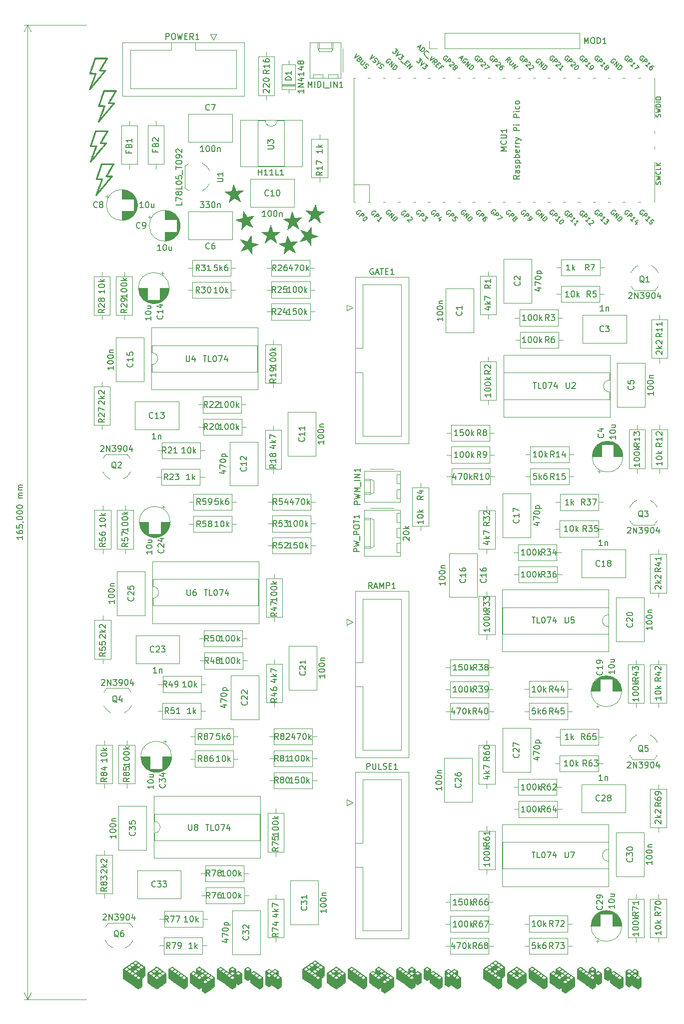
<source format=gbr>
%TF.GenerationSoftware,KiCad,Pcbnew,5.1.10-88a1d61d58~88~ubuntu20.10.1*%
%TF.CreationDate,2021-05-14T16:13:35+02:00*%
%TF.ProjectId,pico-dco,7069636f-2d64-4636-9f2e-6b696361645f,v2.0.0*%
%TF.SameCoordinates,Original*%
%TF.FileFunction,Legend,Top*%
%TF.FilePolarity,Positive*%
%FSLAX46Y46*%
G04 Gerber Fmt 4.6, Leading zero omitted, Abs format (unit mm)*
G04 Created by KiCad (PCBNEW 5.1.10-88a1d61d58~88~ubuntu20.10.1) date 2021-05-14 16:13:35*
%MOMM*%
%LPD*%
G01*
G04 APERTURE LIST*
%ADD10C,0.150000*%
%ADD11C,0.120000*%
%ADD12C,0.010000*%
G04 APERTURE END LIST*
D10*
X39182380Y-106547619D02*
X39182380Y-107119047D01*
X39182380Y-106833333D02*
X38182380Y-106833333D01*
X38325238Y-106928571D01*
X38420476Y-107023809D01*
X38468095Y-107119047D01*
X38182380Y-105690476D02*
X38182380Y-105880952D01*
X38230000Y-105976190D01*
X38277619Y-106023809D01*
X38420476Y-106119047D01*
X38610952Y-106166666D01*
X38991904Y-106166666D01*
X39087142Y-106119047D01*
X39134761Y-106071428D01*
X39182380Y-105976190D01*
X39182380Y-105785714D01*
X39134761Y-105690476D01*
X39087142Y-105642857D01*
X38991904Y-105595238D01*
X38753809Y-105595238D01*
X38658571Y-105642857D01*
X38610952Y-105690476D01*
X38563333Y-105785714D01*
X38563333Y-105976190D01*
X38610952Y-106071428D01*
X38658571Y-106119047D01*
X38753809Y-106166666D01*
X38182380Y-104690476D02*
X38182380Y-105166666D01*
X38658571Y-105214285D01*
X38610952Y-105166666D01*
X38563333Y-105071428D01*
X38563333Y-104833333D01*
X38610952Y-104738095D01*
X38658571Y-104690476D01*
X38753809Y-104642857D01*
X38991904Y-104642857D01*
X39087142Y-104690476D01*
X39134761Y-104738095D01*
X39182380Y-104833333D01*
X39182380Y-105071428D01*
X39134761Y-105166666D01*
X39087142Y-105214285D01*
X39134761Y-104166666D02*
X39182380Y-104166666D01*
X39277619Y-104214285D01*
X39325238Y-104261904D01*
X38182380Y-103547619D02*
X38182380Y-103452380D01*
X38230000Y-103357142D01*
X38277619Y-103309523D01*
X38372857Y-103261904D01*
X38563333Y-103214285D01*
X38801428Y-103214285D01*
X38991904Y-103261904D01*
X39087142Y-103309523D01*
X39134761Y-103357142D01*
X39182380Y-103452380D01*
X39182380Y-103547619D01*
X39134761Y-103642857D01*
X39087142Y-103690476D01*
X38991904Y-103738095D01*
X38801428Y-103785714D01*
X38563333Y-103785714D01*
X38372857Y-103738095D01*
X38277619Y-103690476D01*
X38230000Y-103642857D01*
X38182380Y-103547619D01*
X38182380Y-102595238D02*
X38182380Y-102500000D01*
X38230000Y-102404761D01*
X38277619Y-102357142D01*
X38372857Y-102309523D01*
X38563333Y-102261904D01*
X38801428Y-102261904D01*
X38991904Y-102309523D01*
X39087142Y-102357142D01*
X39134761Y-102404761D01*
X39182380Y-102500000D01*
X39182380Y-102595238D01*
X39134761Y-102690476D01*
X39087142Y-102738095D01*
X38991904Y-102785714D01*
X38801428Y-102833333D01*
X38563333Y-102833333D01*
X38372857Y-102785714D01*
X38277619Y-102738095D01*
X38230000Y-102690476D01*
X38182380Y-102595238D01*
X38182380Y-101642857D02*
X38182380Y-101547619D01*
X38230000Y-101452380D01*
X38277619Y-101404761D01*
X38372857Y-101357142D01*
X38563333Y-101309523D01*
X38801428Y-101309523D01*
X38991904Y-101357142D01*
X39087142Y-101404761D01*
X39134761Y-101452380D01*
X39182380Y-101547619D01*
X39182380Y-101642857D01*
X39134761Y-101738095D01*
X39087142Y-101785714D01*
X38991904Y-101833333D01*
X38801428Y-101880952D01*
X38563333Y-101880952D01*
X38372857Y-101833333D01*
X38277619Y-101785714D01*
X38230000Y-101738095D01*
X38182380Y-101642857D01*
X39182380Y-100119047D02*
X38515714Y-100119047D01*
X38610952Y-100119047D02*
X38563333Y-100071428D01*
X38515714Y-99976190D01*
X38515714Y-99833333D01*
X38563333Y-99738095D01*
X38658571Y-99690476D01*
X39182380Y-99690476D01*
X38658571Y-99690476D02*
X38563333Y-99642857D01*
X38515714Y-99547619D01*
X38515714Y-99404761D01*
X38563333Y-99309523D01*
X38658571Y-99261904D01*
X39182380Y-99261904D01*
X39182380Y-98785714D02*
X38515714Y-98785714D01*
X38610952Y-98785714D02*
X38563333Y-98738095D01*
X38515714Y-98642857D01*
X38515714Y-98500000D01*
X38563333Y-98404761D01*
X38658571Y-98357142D01*
X39182380Y-98357142D01*
X38658571Y-98357142D02*
X38563333Y-98309523D01*
X38515714Y-98214285D01*
X38515714Y-98071428D01*
X38563333Y-97976190D01*
X38658571Y-97928571D01*
X39182380Y-97928571D01*
D11*
X40000000Y-185000000D02*
X40000000Y-20000000D01*
X50000000Y-185000000D02*
X39413579Y-185000000D01*
X50000000Y-20000000D02*
X39413579Y-20000000D01*
X40000000Y-20000000D02*
X40586421Y-21126504D01*
X40000000Y-20000000D02*
X39413579Y-21126504D01*
X40000000Y-185000000D02*
X40586421Y-183873496D01*
X40000000Y-185000000D02*
X39413579Y-183873496D01*
D12*
%TO.C,G\u002A\u002A\u002A*%
G36*
X74903583Y-47025454D02*
G01*
X74921758Y-47065783D01*
X74948969Y-47129151D01*
X74983862Y-47212327D01*
X75025081Y-47312081D01*
X75071274Y-47425183D01*
X75121087Y-47548402D01*
X75125840Y-47560223D01*
X75346680Y-48109697D01*
X75945823Y-48067823D01*
X76097754Y-48057582D01*
X76231093Y-48049360D01*
X76343567Y-48043258D01*
X76432902Y-48039380D01*
X76496825Y-48037827D01*
X76533059Y-48038704D01*
X76540712Y-48040973D01*
X76527954Y-48054275D01*
X76493528Y-48085490D01*
X76440191Y-48132243D01*
X76370694Y-48192159D01*
X76287793Y-48262864D01*
X76194244Y-48341981D01*
X76095175Y-48425150D01*
X75993733Y-48510414D01*
X75900170Y-48589835D01*
X75817261Y-48660998D01*
X75747779Y-48721487D01*
X75694500Y-48768889D01*
X75660196Y-48800787D01*
X75647677Y-48814635D01*
X75651816Y-48834113D01*
X75666599Y-48879005D01*
X75690559Y-48945367D01*
X75722234Y-49029261D01*
X75760160Y-49126746D01*
X75802875Y-49233883D01*
X75809374Y-49249973D01*
X75874340Y-49410682D01*
X75928218Y-49544372D01*
X75971907Y-49653426D01*
X76006309Y-49740225D01*
X76032323Y-49807151D01*
X76050849Y-49856585D01*
X76062788Y-49890909D01*
X76069038Y-49912506D01*
X76070500Y-49923755D01*
X76068074Y-49927040D01*
X76064848Y-49926038D01*
X76047426Y-49915610D01*
X76006240Y-49890294D01*
X75944440Y-49852047D01*
X75865173Y-49802824D01*
X75771592Y-49744582D01*
X75666846Y-49679276D01*
X75558196Y-49611432D01*
X75446007Y-49541586D01*
X75342152Y-49477428D01*
X75249733Y-49420834D01*
X75171851Y-49373683D01*
X75111604Y-49337852D01*
X75072096Y-49315219D01*
X75056495Y-49307652D01*
X75041523Y-49317741D01*
X75005099Y-49346023D01*
X74950033Y-49390206D01*
X74879133Y-49448002D01*
X74795209Y-49517120D01*
X74701069Y-49595271D01*
X74601621Y-49678405D01*
X74499922Y-49763649D01*
X74405557Y-49842638D01*
X74321374Y-49912999D01*
X74250218Y-49972357D01*
X74194934Y-50018338D01*
X74158369Y-50048569D01*
X74143489Y-50060590D01*
X74136695Y-50054387D01*
X74139474Y-50021181D01*
X74147863Y-49979936D01*
X74157144Y-49941203D01*
X74172999Y-49876363D01*
X74194268Y-49790105D01*
X74219792Y-49687114D01*
X74248411Y-49572081D01*
X74278964Y-49449689D01*
X74290425Y-49403882D01*
X74319907Y-49284430D01*
X74346225Y-49174506D01*
X74368512Y-49077981D01*
X74385907Y-48998726D01*
X74397549Y-48940611D01*
X74402573Y-48907509D01*
X74402373Y-48901625D01*
X74387253Y-48889088D01*
X74348171Y-48861892D01*
X74288201Y-48822030D01*
X74210412Y-48771498D01*
X74117876Y-48712291D01*
X74013663Y-48646403D01*
X73900901Y-48575865D01*
X73788526Y-48505627D01*
X73685114Y-48440408D01*
X73593667Y-48382145D01*
X73517188Y-48332777D01*
X73458677Y-48294242D01*
X73421140Y-48268479D01*
X73407577Y-48257424D01*
X73407571Y-48257383D01*
X73422644Y-48253625D01*
X73465953Y-48248097D01*
X73534052Y-48241113D01*
X73623496Y-48232983D01*
X73730837Y-48224017D01*
X73852632Y-48214528D01*
X73985433Y-48204826D01*
X74004547Y-48203479D01*
X74602360Y-48161564D01*
X74744477Y-47586800D01*
X74776792Y-47457053D01*
X74807015Y-47337515D01*
X74834255Y-47231574D01*
X74857621Y-47142618D01*
X74876222Y-47074036D01*
X74889168Y-47029211D01*
X74895568Y-47011536D01*
X74895796Y-47011393D01*
X74903583Y-47025454D01*
G37*
X74903583Y-47025454D02*
X74921758Y-47065783D01*
X74948969Y-47129151D01*
X74983862Y-47212327D01*
X75025081Y-47312081D01*
X75071274Y-47425183D01*
X75121087Y-47548402D01*
X75125840Y-47560223D01*
X75346680Y-48109697D01*
X75945823Y-48067823D01*
X76097754Y-48057582D01*
X76231093Y-48049360D01*
X76343567Y-48043258D01*
X76432902Y-48039380D01*
X76496825Y-48037827D01*
X76533059Y-48038704D01*
X76540712Y-48040973D01*
X76527954Y-48054275D01*
X76493528Y-48085490D01*
X76440191Y-48132243D01*
X76370694Y-48192159D01*
X76287793Y-48262864D01*
X76194244Y-48341981D01*
X76095175Y-48425150D01*
X75993733Y-48510414D01*
X75900170Y-48589835D01*
X75817261Y-48660998D01*
X75747779Y-48721487D01*
X75694500Y-48768889D01*
X75660196Y-48800787D01*
X75647677Y-48814635D01*
X75651816Y-48834113D01*
X75666599Y-48879005D01*
X75690559Y-48945367D01*
X75722234Y-49029261D01*
X75760160Y-49126746D01*
X75802875Y-49233883D01*
X75809374Y-49249973D01*
X75874340Y-49410682D01*
X75928218Y-49544372D01*
X75971907Y-49653426D01*
X76006309Y-49740225D01*
X76032323Y-49807151D01*
X76050849Y-49856585D01*
X76062788Y-49890909D01*
X76069038Y-49912506D01*
X76070500Y-49923755D01*
X76068074Y-49927040D01*
X76064848Y-49926038D01*
X76047426Y-49915610D01*
X76006240Y-49890294D01*
X75944440Y-49852047D01*
X75865173Y-49802824D01*
X75771592Y-49744582D01*
X75666846Y-49679276D01*
X75558196Y-49611432D01*
X75446007Y-49541586D01*
X75342152Y-49477428D01*
X75249733Y-49420834D01*
X75171851Y-49373683D01*
X75111604Y-49337852D01*
X75072096Y-49315219D01*
X75056495Y-49307652D01*
X75041523Y-49317741D01*
X75005099Y-49346023D01*
X74950033Y-49390206D01*
X74879133Y-49448002D01*
X74795209Y-49517120D01*
X74701069Y-49595271D01*
X74601621Y-49678405D01*
X74499922Y-49763649D01*
X74405557Y-49842638D01*
X74321374Y-49912999D01*
X74250218Y-49972357D01*
X74194934Y-50018338D01*
X74158369Y-50048569D01*
X74143489Y-50060590D01*
X74136695Y-50054387D01*
X74139474Y-50021181D01*
X74147863Y-49979936D01*
X74157144Y-49941203D01*
X74172999Y-49876363D01*
X74194268Y-49790105D01*
X74219792Y-49687114D01*
X74248411Y-49572081D01*
X74278964Y-49449689D01*
X74290425Y-49403882D01*
X74319907Y-49284430D01*
X74346225Y-49174506D01*
X74368512Y-49077981D01*
X74385907Y-48998726D01*
X74397549Y-48940611D01*
X74402573Y-48907509D01*
X74402373Y-48901625D01*
X74387253Y-48889088D01*
X74348171Y-48861892D01*
X74288201Y-48822030D01*
X74210412Y-48771498D01*
X74117876Y-48712291D01*
X74013663Y-48646403D01*
X73900901Y-48575865D01*
X73788526Y-48505627D01*
X73685114Y-48440408D01*
X73593667Y-48382145D01*
X73517188Y-48332777D01*
X73458677Y-48294242D01*
X73421140Y-48268479D01*
X73407577Y-48257424D01*
X73407571Y-48257383D01*
X73422644Y-48253625D01*
X73465953Y-48248097D01*
X73534052Y-48241113D01*
X73623496Y-48232983D01*
X73730837Y-48224017D01*
X73852632Y-48214528D01*
X73985433Y-48204826D01*
X74004547Y-48203479D01*
X74602360Y-48161564D01*
X74744477Y-47586800D01*
X74776792Y-47457053D01*
X74807015Y-47337515D01*
X74834255Y-47231574D01*
X74857621Y-47142618D01*
X74876222Y-47074036D01*
X74889168Y-47029211D01*
X74895568Y-47011536D01*
X74895796Y-47011393D01*
X74903583Y-47025454D01*
G36*
X76599304Y-51553223D02*
G01*
X76622916Y-51590630D01*
X76658681Y-51649595D01*
X76704810Y-51727105D01*
X76759511Y-51820151D01*
X76820995Y-51925724D01*
X76887472Y-52040811D01*
X76893824Y-52051855D01*
X77188987Y-52565247D01*
X77776471Y-52440396D01*
X77925498Y-52409110D01*
X78056395Y-52382410D01*
X78166925Y-52360714D01*
X78254851Y-52344441D01*
X78317936Y-52334007D01*
X78353939Y-52329832D01*
X78361834Y-52331015D01*
X78351051Y-52345962D01*
X78321305Y-52381665D01*
X78274993Y-52435386D01*
X78214511Y-52504391D01*
X78142258Y-52585946D01*
X78060630Y-52677312D01*
X77974099Y-52773460D01*
X77885512Y-52872012D01*
X77803913Y-52963681D01*
X77731714Y-53045690D01*
X77671326Y-53115261D01*
X77625163Y-53169617D01*
X77595632Y-53205978D01*
X77585162Y-53221434D01*
X77591973Y-53240147D01*
X77612859Y-53282544D01*
X77645822Y-53344925D01*
X77688864Y-53423595D01*
X77739989Y-53514852D01*
X77797198Y-53615002D01*
X77805873Y-53630031D01*
X77892573Y-53780134D01*
X77964533Y-53905025D01*
X78022975Y-54006937D01*
X78069122Y-54088104D01*
X78104197Y-54150758D01*
X78129423Y-54197133D01*
X78146022Y-54229461D01*
X78155216Y-54249978D01*
X78158230Y-54260914D01*
X78156285Y-54264505D01*
X78152951Y-54263961D01*
X78134248Y-54256059D01*
X78089939Y-54236722D01*
X78023417Y-54207448D01*
X77938071Y-54169736D01*
X77837296Y-54125085D01*
X77724479Y-54074992D01*
X77607445Y-54022929D01*
X77486627Y-53969378D01*
X77374854Y-53920297D01*
X77275458Y-53877116D01*
X77191771Y-53841263D01*
X77127125Y-53814166D01*
X77084851Y-53797251D01*
X77068348Y-53791929D01*
X77054926Y-53804004D01*
X77022793Y-53837080D01*
X76974412Y-53888497D01*
X76912245Y-53955597D01*
X76838758Y-54035723D01*
X76756411Y-54126215D01*
X76669500Y-54222381D01*
X76580654Y-54320949D01*
X76498201Y-54412302D01*
X76424629Y-54493694D01*
X76362427Y-54562377D01*
X76314080Y-54615605D01*
X76282078Y-54650631D01*
X76269016Y-54664605D01*
X76261425Y-54659408D01*
X76259556Y-54626139D01*
X76262124Y-54584128D01*
X76265923Y-54544481D01*
X76272600Y-54478065D01*
X76281658Y-54389686D01*
X76292600Y-54284145D01*
X76304930Y-54166248D01*
X76318152Y-54040796D01*
X76323127Y-53993839D01*
X76335698Y-53871446D01*
X76346460Y-53758930D01*
X76355097Y-53660243D01*
X76361293Y-53579337D01*
X76364733Y-53520168D01*
X76365102Y-53486689D01*
X76364085Y-53480890D01*
X76347367Y-53470579D01*
X76304881Y-53449087D01*
X76239946Y-53417959D01*
X76155882Y-53378745D01*
X76056006Y-53332993D01*
X75943637Y-53282250D01*
X75822155Y-53228092D01*
X75701100Y-53174177D01*
X75589617Y-53123984D01*
X75490951Y-53079015D01*
X75408346Y-53040772D01*
X75345042Y-53010755D01*
X75304284Y-52990467D01*
X75289314Y-52981407D01*
X75289303Y-52981368D01*
X75303706Y-52975548D01*
X75345824Y-52964047D01*
X75412288Y-52947653D01*
X75499730Y-52927154D01*
X75604779Y-52903336D01*
X75724068Y-52876989D01*
X75854227Y-52848899D01*
X75872967Y-52844905D01*
X76459129Y-52720198D01*
X76519871Y-52131249D01*
X76533814Y-51998267D01*
X76547107Y-51875687D01*
X76559338Y-51766985D01*
X76570096Y-51675644D01*
X76578971Y-51605140D01*
X76585552Y-51558950D01*
X76589430Y-51540556D01*
X76589636Y-51540382D01*
X76599304Y-51553223D01*
G37*
X76599304Y-51553223D02*
X76622916Y-51590630D01*
X76658681Y-51649595D01*
X76704810Y-51727105D01*
X76759511Y-51820151D01*
X76820995Y-51925724D01*
X76887472Y-52040811D01*
X76893824Y-52051855D01*
X77188987Y-52565247D01*
X77776471Y-52440396D01*
X77925498Y-52409110D01*
X78056395Y-52382410D01*
X78166925Y-52360714D01*
X78254851Y-52344441D01*
X78317936Y-52334007D01*
X78353939Y-52329832D01*
X78361834Y-52331015D01*
X78351051Y-52345962D01*
X78321305Y-52381665D01*
X78274993Y-52435386D01*
X78214511Y-52504391D01*
X78142258Y-52585946D01*
X78060630Y-52677312D01*
X77974099Y-52773460D01*
X77885512Y-52872012D01*
X77803913Y-52963681D01*
X77731714Y-53045690D01*
X77671326Y-53115261D01*
X77625163Y-53169617D01*
X77595632Y-53205978D01*
X77585162Y-53221434D01*
X77591973Y-53240147D01*
X77612859Y-53282544D01*
X77645822Y-53344925D01*
X77688864Y-53423595D01*
X77739989Y-53514852D01*
X77797198Y-53615002D01*
X77805873Y-53630031D01*
X77892573Y-53780134D01*
X77964533Y-53905025D01*
X78022975Y-54006937D01*
X78069122Y-54088104D01*
X78104197Y-54150758D01*
X78129423Y-54197133D01*
X78146022Y-54229461D01*
X78155216Y-54249978D01*
X78158230Y-54260914D01*
X78156285Y-54264505D01*
X78152951Y-54263961D01*
X78134248Y-54256059D01*
X78089939Y-54236722D01*
X78023417Y-54207448D01*
X77938071Y-54169736D01*
X77837296Y-54125085D01*
X77724479Y-54074992D01*
X77607445Y-54022929D01*
X77486627Y-53969378D01*
X77374854Y-53920297D01*
X77275458Y-53877116D01*
X77191771Y-53841263D01*
X77127125Y-53814166D01*
X77084851Y-53797251D01*
X77068348Y-53791929D01*
X77054926Y-53804004D01*
X77022793Y-53837080D01*
X76974412Y-53888497D01*
X76912245Y-53955597D01*
X76838758Y-54035723D01*
X76756411Y-54126215D01*
X76669500Y-54222381D01*
X76580654Y-54320949D01*
X76498201Y-54412302D01*
X76424629Y-54493694D01*
X76362427Y-54562377D01*
X76314080Y-54615605D01*
X76282078Y-54650631D01*
X76269016Y-54664605D01*
X76261425Y-54659408D01*
X76259556Y-54626139D01*
X76262124Y-54584128D01*
X76265923Y-54544481D01*
X76272600Y-54478065D01*
X76281658Y-54389686D01*
X76292600Y-54284145D01*
X76304930Y-54166248D01*
X76318152Y-54040796D01*
X76323127Y-53993839D01*
X76335698Y-53871446D01*
X76346460Y-53758930D01*
X76355097Y-53660243D01*
X76361293Y-53579337D01*
X76364733Y-53520168D01*
X76365102Y-53486689D01*
X76364085Y-53480890D01*
X76347367Y-53470579D01*
X76304881Y-53449087D01*
X76239946Y-53417959D01*
X76155882Y-53378745D01*
X76056006Y-53332993D01*
X75943637Y-53282250D01*
X75822155Y-53228092D01*
X75701100Y-53174177D01*
X75589617Y-53123984D01*
X75490951Y-53079015D01*
X75408346Y-53040772D01*
X75345042Y-53010755D01*
X75304284Y-52990467D01*
X75289314Y-52981407D01*
X75289303Y-52981368D01*
X75303706Y-52975548D01*
X75345824Y-52964047D01*
X75412288Y-52947653D01*
X75499730Y-52927154D01*
X75604779Y-52903336D01*
X75724068Y-52876989D01*
X75854227Y-52848899D01*
X75872967Y-52844905D01*
X76459129Y-52720198D01*
X76519871Y-52131249D01*
X76533814Y-51998267D01*
X76547107Y-51875687D01*
X76559338Y-51766985D01*
X76570096Y-51675644D01*
X76578971Y-51605140D01*
X76585552Y-51558950D01*
X76589430Y-51540556D01*
X76589636Y-51540382D01*
X76599304Y-51553223D01*
G36*
X77888901Y-55674399D02*
G01*
X77892957Y-55718448D01*
X77898054Y-55787223D01*
X77903967Y-55877227D01*
X77910463Y-55984966D01*
X77917317Y-56106945D01*
X77924300Y-56239669D01*
X77924946Y-56252392D01*
X77954863Y-56843829D01*
X78534996Y-56999298D01*
X78681984Y-57039079D01*
X78810735Y-57074716D01*
X78919068Y-57105565D01*
X79004799Y-57130982D01*
X79065744Y-57150325D01*
X79099719Y-57162951D01*
X79106216Y-57167588D01*
X79089823Y-57176011D01*
X79047110Y-57194318D01*
X78981457Y-57221159D01*
X78896240Y-57255185D01*
X78794836Y-57295048D01*
X78680626Y-57339398D01*
X78559877Y-57385782D01*
X78436203Y-57433375D01*
X78321880Y-57478008D01*
X78220320Y-57518301D01*
X78134930Y-57552873D01*
X78069120Y-57580347D01*
X78026301Y-57599338D01*
X78009955Y-57608356D01*
X78007528Y-57628121D01*
X78006890Y-57675379D01*
X78007939Y-57745927D01*
X78010575Y-57835562D01*
X78014697Y-57940084D01*
X78020204Y-58055290D01*
X78021111Y-58072620D01*
X78030216Y-58245723D01*
X78037633Y-58389671D01*
X78043438Y-58507008D01*
X78047706Y-58600278D01*
X78050514Y-58672027D01*
X78051937Y-58724799D01*
X78052050Y-58761140D01*
X78050928Y-58783595D01*
X78048648Y-58794707D01*
X78045285Y-58797024D01*
X78042561Y-58795026D01*
X78029484Y-58779494D01*
X77998783Y-58742148D01*
X77952802Y-58685865D01*
X77893879Y-58613517D01*
X77824358Y-58527981D01*
X77746580Y-58432131D01*
X77665938Y-58332610D01*
X77582600Y-58230045D01*
X77505292Y-58135570D01*
X77436334Y-58051971D01*
X77378045Y-57982032D01*
X77332746Y-57928539D01*
X77302759Y-57894277D01*
X77290471Y-57882042D01*
X77273030Y-57886708D01*
X77229383Y-57901591D01*
X77162932Y-57925439D01*
X77077079Y-57957003D01*
X76975224Y-57995033D01*
X76860770Y-58038277D01*
X76739674Y-58084504D01*
X76615763Y-58131994D01*
X76500823Y-58175957D01*
X76398319Y-58215077D01*
X76311715Y-58248035D01*
X76244472Y-58273513D01*
X76200057Y-58290193D01*
X76182074Y-58296714D01*
X76177670Y-58288637D01*
X76191109Y-58258145D01*
X76212469Y-58221879D01*
X76233854Y-58188278D01*
X76269955Y-58132132D01*
X76318149Y-58057497D01*
X76375813Y-57968428D01*
X76440323Y-57868979D01*
X76509058Y-57763202D01*
X76534809Y-57723622D01*
X76601574Y-57620276D01*
X76662246Y-57524910D01*
X76714744Y-57440900D01*
X76756995Y-57371626D01*
X76786922Y-57320467D01*
X76802450Y-57290804D01*
X76804176Y-57285175D01*
X76793961Y-57268399D01*
X76765864Y-57229961D01*
X76722138Y-57172746D01*
X76665039Y-57099642D01*
X76596820Y-57013534D01*
X76519736Y-56917307D01*
X76436082Y-56813900D01*
X76352697Y-56710903D01*
X76276152Y-56615569D01*
X76208656Y-56530708D01*
X76152416Y-56459132D01*
X76109639Y-56403646D01*
X76082534Y-56367066D01*
X76073309Y-56352198D01*
X76073317Y-56352157D01*
X76088793Y-56353511D01*
X76131542Y-56362384D01*
X76198204Y-56377951D01*
X76285422Y-56399384D01*
X76389834Y-56425854D01*
X76508082Y-56456534D01*
X76636808Y-56490596D01*
X76655318Y-56495546D01*
X77234208Y-56650543D01*
X77555707Y-56153362D01*
X77628503Y-56041204D01*
X77695997Y-55938019D01*
X77756244Y-55846718D01*
X77807298Y-55770216D01*
X77847214Y-55711426D01*
X77874048Y-55673259D01*
X77885854Y-55658630D01*
X77886116Y-55658569D01*
X77888901Y-55674399D01*
G37*
X77888901Y-55674399D02*
X77892957Y-55718448D01*
X77898054Y-55787223D01*
X77903967Y-55877227D01*
X77910463Y-55984966D01*
X77917317Y-56106945D01*
X77924300Y-56239669D01*
X77924946Y-56252392D01*
X77954863Y-56843829D01*
X78534996Y-56999298D01*
X78681984Y-57039079D01*
X78810735Y-57074716D01*
X78919068Y-57105565D01*
X79004799Y-57130982D01*
X79065744Y-57150325D01*
X79099719Y-57162951D01*
X79106216Y-57167588D01*
X79089823Y-57176011D01*
X79047110Y-57194318D01*
X78981457Y-57221159D01*
X78896240Y-57255185D01*
X78794836Y-57295048D01*
X78680626Y-57339398D01*
X78559877Y-57385782D01*
X78436203Y-57433375D01*
X78321880Y-57478008D01*
X78220320Y-57518301D01*
X78134930Y-57552873D01*
X78069120Y-57580347D01*
X78026301Y-57599338D01*
X78009955Y-57608356D01*
X78007528Y-57628121D01*
X78006890Y-57675379D01*
X78007939Y-57745927D01*
X78010575Y-57835562D01*
X78014697Y-57940084D01*
X78020204Y-58055290D01*
X78021111Y-58072620D01*
X78030216Y-58245723D01*
X78037633Y-58389671D01*
X78043438Y-58507008D01*
X78047706Y-58600278D01*
X78050514Y-58672027D01*
X78051937Y-58724799D01*
X78052050Y-58761140D01*
X78050928Y-58783595D01*
X78048648Y-58794707D01*
X78045285Y-58797024D01*
X78042561Y-58795026D01*
X78029484Y-58779494D01*
X77998783Y-58742148D01*
X77952802Y-58685865D01*
X77893879Y-58613517D01*
X77824358Y-58527981D01*
X77746580Y-58432131D01*
X77665938Y-58332610D01*
X77582600Y-58230045D01*
X77505292Y-58135570D01*
X77436334Y-58051971D01*
X77378045Y-57982032D01*
X77332746Y-57928539D01*
X77302759Y-57894277D01*
X77290471Y-57882042D01*
X77273030Y-57886708D01*
X77229383Y-57901591D01*
X77162932Y-57925439D01*
X77077079Y-57957003D01*
X76975224Y-57995033D01*
X76860770Y-58038277D01*
X76739674Y-58084504D01*
X76615763Y-58131994D01*
X76500823Y-58175957D01*
X76398319Y-58215077D01*
X76311715Y-58248035D01*
X76244472Y-58273513D01*
X76200057Y-58290193D01*
X76182074Y-58296714D01*
X76177670Y-58288637D01*
X76191109Y-58258145D01*
X76212469Y-58221879D01*
X76233854Y-58188278D01*
X76269955Y-58132132D01*
X76318149Y-58057497D01*
X76375813Y-57968428D01*
X76440323Y-57868979D01*
X76509058Y-57763202D01*
X76534809Y-57723622D01*
X76601574Y-57620276D01*
X76662246Y-57524910D01*
X76714744Y-57440900D01*
X76756995Y-57371626D01*
X76786922Y-57320467D01*
X76802450Y-57290804D01*
X76804176Y-57285175D01*
X76793961Y-57268399D01*
X76765864Y-57229961D01*
X76722138Y-57172746D01*
X76665039Y-57099642D01*
X76596820Y-57013534D01*
X76519736Y-56917307D01*
X76436082Y-56813900D01*
X76352697Y-56710903D01*
X76276152Y-56615569D01*
X76208656Y-56530708D01*
X76152416Y-56459132D01*
X76109639Y-56403646D01*
X76082534Y-56367066D01*
X76073309Y-56352198D01*
X76073317Y-56352157D01*
X76088793Y-56353511D01*
X76131542Y-56362384D01*
X76198204Y-56377951D01*
X76285422Y-56399384D01*
X76389834Y-56425854D01*
X76508082Y-56456534D01*
X76636808Y-56490596D01*
X76655318Y-56495546D01*
X77234208Y-56650543D01*
X77555707Y-56153362D01*
X77628503Y-56041204D01*
X77695997Y-55938019D01*
X77756244Y-55846718D01*
X77807298Y-55770216D01*
X77847214Y-55711426D01*
X77874048Y-55673259D01*
X77885854Y-55658630D01*
X77886116Y-55658569D01*
X77888901Y-55674399D01*
G36*
X81206677Y-53922320D02*
G01*
X81221995Y-53963819D01*
X81244719Y-54028931D01*
X81273725Y-54114338D01*
X81307885Y-54216724D01*
X81346076Y-54332773D01*
X81387172Y-54459167D01*
X81391089Y-54471290D01*
X81573062Y-55034831D01*
X82173666Y-55034853D01*
X82325941Y-55035235D01*
X82459529Y-55036334D01*
X82572155Y-55038093D01*
X82661543Y-55040456D01*
X82725418Y-55043366D01*
X82761503Y-55046768D01*
X82768979Y-55049566D01*
X82755324Y-55061945D01*
X82718805Y-55090683D01*
X82662336Y-55133601D01*
X82588829Y-55188524D01*
X82501198Y-55253274D01*
X82402358Y-55325672D01*
X82297728Y-55401728D01*
X82190586Y-55479708D01*
X82091711Y-55552409D01*
X82004040Y-55617615D01*
X81930507Y-55673110D01*
X81874051Y-55716680D01*
X81837606Y-55746107D01*
X81824151Y-55759048D01*
X81826922Y-55778768D01*
X81838537Y-55824581D01*
X81857810Y-55892453D01*
X81883555Y-55978352D01*
X81914589Y-56078245D01*
X81949726Y-56188101D01*
X81955087Y-56204605D01*
X82008684Y-56369454D01*
X82053105Y-56506577D01*
X82089081Y-56618413D01*
X82117344Y-56707400D01*
X82138626Y-56775978D01*
X82153659Y-56826584D01*
X82163174Y-56861657D01*
X82167902Y-56883637D01*
X82168576Y-56894961D01*
X82165927Y-56898069D01*
X82162779Y-56896844D01*
X82146127Y-56885226D01*
X82106807Y-56857099D01*
X82047825Y-56814634D01*
X81972185Y-56760002D01*
X81882895Y-56695374D01*
X81782959Y-56622920D01*
X81679307Y-56547662D01*
X81572263Y-56470161D01*
X81473137Y-56398914D01*
X81384891Y-56336011D01*
X81310487Y-56283542D01*
X81252887Y-56243596D01*
X81215054Y-56218262D01*
X81200018Y-56209625D01*
X81184379Y-56218646D01*
X81146071Y-56244318D01*
X81088057Y-56284552D01*
X81013298Y-56337261D01*
X80924757Y-56400357D01*
X80825395Y-56471751D01*
X80720390Y-56547745D01*
X80612992Y-56625687D01*
X80513347Y-56697901D01*
X80424461Y-56762218D01*
X80349338Y-56816468D01*
X80290981Y-56858481D01*
X80252396Y-56886088D01*
X80236714Y-56897041D01*
X80230369Y-56890379D01*
X80235458Y-56857448D01*
X80246704Y-56816889D01*
X80258664Y-56778898D01*
X80279003Y-56715322D01*
X80306238Y-56630757D01*
X80338884Y-56529798D01*
X80375457Y-56417041D01*
X80414473Y-56297079D01*
X80429102Y-56252183D01*
X80466845Y-56135078D01*
X80500766Y-56027258D01*
X80529732Y-55932523D01*
X80552614Y-55854674D01*
X80568281Y-55797513D01*
X80575602Y-55764842D01*
X80575813Y-55758958D01*
X80561604Y-55745397D01*
X80524515Y-55715541D01*
X80467471Y-55671593D01*
X80393397Y-55615758D01*
X80305216Y-55550240D01*
X80205853Y-55477243D01*
X80098286Y-55399011D01*
X79991085Y-55321105D01*
X79892474Y-55248831D01*
X79805314Y-55184331D01*
X79732465Y-55129749D01*
X79676785Y-55087226D01*
X79641136Y-55058907D01*
X79628377Y-55046933D01*
X79628374Y-55046892D01*
X79643673Y-55044194D01*
X79687262Y-55041701D01*
X79755682Y-55039484D01*
X79845475Y-55037613D01*
X79953180Y-55036157D01*
X80075340Y-55035187D01*
X80208495Y-55034772D01*
X80227656Y-55034762D01*
X80826937Y-55034650D01*
X81008801Y-54471200D01*
X81050088Y-54344023D01*
X81088576Y-54226885D01*
X81123140Y-54123102D01*
X81152654Y-54035993D01*
X81175994Y-53968875D01*
X81192035Y-53925063D01*
X81199652Y-53907877D01*
X81199890Y-53907750D01*
X81206677Y-53922320D01*
G37*
X81206677Y-53922320D02*
X81221995Y-53963819D01*
X81244719Y-54028931D01*
X81273725Y-54114338D01*
X81307885Y-54216724D01*
X81346076Y-54332773D01*
X81387172Y-54459167D01*
X81391089Y-54471290D01*
X81573062Y-55034831D01*
X82173666Y-55034853D01*
X82325941Y-55035235D01*
X82459529Y-55036334D01*
X82572155Y-55038093D01*
X82661543Y-55040456D01*
X82725418Y-55043366D01*
X82761503Y-55046768D01*
X82768979Y-55049566D01*
X82755324Y-55061945D01*
X82718805Y-55090683D01*
X82662336Y-55133601D01*
X82588829Y-55188524D01*
X82501198Y-55253274D01*
X82402358Y-55325672D01*
X82297728Y-55401728D01*
X82190586Y-55479708D01*
X82091711Y-55552409D01*
X82004040Y-55617615D01*
X81930507Y-55673110D01*
X81874051Y-55716680D01*
X81837606Y-55746107D01*
X81824151Y-55759048D01*
X81826922Y-55778768D01*
X81838537Y-55824581D01*
X81857810Y-55892453D01*
X81883555Y-55978352D01*
X81914589Y-56078245D01*
X81949726Y-56188101D01*
X81955087Y-56204605D01*
X82008684Y-56369454D01*
X82053105Y-56506577D01*
X82089081Y-56618413D01*
X82117344Y-56707400D01*
X82138626Y-56775978D01*
X82153659Y-56826584D01*
X82163174Y-56861657D01*
X82167902Y-56883637D01*
X82168576Y-56894961D01*
X82165927Y-56898069D01*
X82162779Y-56896844D01*
X82146127Y-56885226D01*
X82106807Y-56857099D01*
X82047825Y-56814634D01*
X81972185Y-56760002D01*
X81882895Y-56695374D01*
X81782959Y-56622920D01*
X81679307Y-56547662D01*
X81572263Y-56470161D01*
X81473137Y-56398914D01*
X81384891Y-56336011D01*
X81310487Y-56283542D01*
X81252887Y-56243596D01*
X81215054Y-56218262D01*
X81200018Y-56209625D01*
X81184379Y-56218646D01*
X81146071Y-56244318D01*
X81088057Y-56284552D01*
X81013298Y-56337261D01*
X80924757Y-56400357D01*
X80825395Y-56471751D01*
X80720390Y-56547745D01*
X80612992Y-56625687D01*
X80513347Y-56697901D01*
X80424461Y-56762218D01*
X80349338Y-56816468D01*
X80290981Y-56858481D01*
X80252396Y-56886088D01*
X80236714Y-56897041D01*
X80230369Y-56890379D01*
X80235458Y-56857448D01*
X80246704Y-56816889D01*
X80258664Y-56778898D01*
X80279003Y-56715322D01*
X80306238Y-56630757D01*
X80338884Y-56529798D01*
X80375457Y-56417041D01*
X80414473Y-56297079D01*
X80429102Y-56252183D01*
X80466845Y-56135078D01*
X80500766Y-56027258D01*
X80529732Y-55932523D01*
X80552614Y-55854674D01*
X80568281Y-55797513D01*
X80575602Y-55764842D01*
X80575813Y-55758958D01*
X80561604Y-55745397D01*
X80524515Y-55715541D01*
X80467471Y-55671593D01*
X80393397Y-55615758D01*
X80305216Y-55550240D01*
X80205853Y-55477243D01*
X80098286Y-55399011D01*
X79991085Y-55321105D01*
X79892474Y-55248831D01*
X79805314Y-55184331D01*
X79732465Y-55129749D01*
X79676785Y-55087226D01*
X79641136Y-55058907D01*
X79628377Y-55046933D01*
X79628374Y-55046892D01*
X79643673Y-55044194D01*
X79687262Y-55041701D01*
X79755682Y-55039484D01*
X79845475Y-55037613D01*
X79953180Y-55036157D01*
X80075340Y-55035187D01*
X80208495Y-55034772D01*
X80227656Y-55034762D01*
X80826937Y-55034650D01*
X81008801Y-54471200D01*
X81050088Y-54344023D01*
X81088576Y-54226885D01*
X81123140Y-54123102D01*
X81152654Y-54035993D01*
X81175994Y-53968875D01*
X81192035Y-53925063D01*
X81199652Y-53907877D01*
X81199890Y-53907750D01*
X81206677Y-53922320D01*
G36*
X84803583Y-51625454D02*
G01*
X84821758Y-51665783D01*
X84848969Y-51729151D01*
X84883862Y-51812327D01*
X84925081Y-51912081D01*
X84971274Y-52025183D01*
X85021087Y-52148402D01*
X85025840Y-52160223D01*
X85246680Y-52709697D01*
X85845823Y-52667823D01*
X85997754Y-52657582D01*
X86131093Y-52649360D01*
X86243567Y-52643258D01*
X86332902Y-52639380D01*
X86396825Y-52637827D01*
X86433059Y-52638704D01*
X86440712Y-52640973D01*
X86427954Y-52654275D01*
X86393528Y-52685490D01*
X86340191Y-52732243D01*
X86270694Y-52792159D01*
X86187793Y-52862864D01*
X86094244Y-52941981D01*
X85995175Y-53025150D01*
X85893733Y-53110414D01*
X85800170Y-53189835D01*
X85717261Y-53260998D01*
X85647779Y-53321487D01*
X85594500Y-53368889D01*
X85560196Y-53400787D01*
X85547677Y-53414635D01*
X85551816Y-53434113D01*
X85566599Y-53479005D01*
X85590559Y-53545367D01*
X85622234Y-53629261D01*
X85660160Y-53726746D01*
X85702875Y-53833883D01*
X85709374Y-53849973D01*
X85774340Y-54010682D01*
X85828218Y-54144372D01*
X85871907Y-54253426D01*
X85906309Y-54340225D01*
X85932323Y-54407151D01*
X85950849Y-54456585D01*
X85962788Y-54490909D01*
X85969038Y-54512506D01*
X85970500Y-54523755D01*
X85968074Y-54527040D01*
X85964848Y-54526038D01*
X85947426Y-54515610D01*
X85906240Y-54490294D01*
X85844440Y-54452047D01*
X85765173Y-54402824D01*
X85671592Y-54344582D01*
X85566846Y-54279276D01*
X85458196Y-54211432D01*
X85346007Y-54141586D01*
X85242152Y-54077428D01*
X85149733Y-54020834D01*
X85071851Y-53973683D01*
X85011604Y-53937852D01*
X84972096Y-53915219D01*
X84956495Y-53907652D01*
X84941523Y-53917741D01*
X84905099Y-53946023D01*
X84850033Y-53990206D01*
X84779133Y-54048002D01*
X84695209Y-54117120D01*
X84601069Y-54195271D01*
X84501621Y-54278405D01*
X84399922Y-54363649D01*
X84305557Y-54442638D01*
X84221374Y-54512999D01*
X84150218Y-54572357D01*
X84094934Y-54618338D01*
X84058369Y-54648569D01*
X84043489Y-54660590D01*
X84036695Y-54654387D01*
X84039474Y-54621181D01*
X84047863Y-54579936D01*
X84057144Y-54541203D01*
X84072999Y-54476363D01*
X84094268Y-54390105D01*
X84119792Y-54287114D01*
X84148411Y-54172081D01*
X84178964Y-54049689D01*
X84190425Y-54003882D01*
X84219907Y-53884430D01*
X84246225Y-53774506D01*
X84268512Y-53677981D01*
X84285907Y-53598726D01*
X84297549Y-53540611D01*
X84302573Y-53507509D01*
X84302373Y-53501625D01*
X84287253Y-53489088D01*
X84248171Y-53461892D01*
X84188201Y-53422030D01*
X84110412Y-53371498D01*
X84017876Y-53312291D01*
X83913663Y-53246403D01*
X83800901Y-53175865D01*
X83688526Y-53105627D01*
X83585114Y-53040408D01*
X83493667Y-52982145D01*
X83417188Y-52932777D01*
X83358677Y-52894242D01*
X83321140Y-52868479D01*
X83307577Y-52857424D01*
X83307571Y-52857383D01*
X83322644Y-52853625D01*
X83365953Y-52848097D01*
X83434052Y-52841113D01*
X83523496Y-52832983D01*
X83630837Y-52824017D01*
X83752632Y-52814528D01*
X83885433Y-52804826D01*
X83904547Y-52803479D01*
X84502360Y-52761564D01*
X84644477Y-52186800D01*
X84676792Y-52057053D01*
X84707015Y-51937515D01*
X84734255Y-51831574D01*
X84757621Y-51742618D01*
X84776222Y-51674036D01*
X84789168Y-51629211D01*
X84795568Y-51611536D01*
X84795796Y-51611393D01*
X84803583Y-51625454D01*
G37*
X84803583Y-51625454D02*
X84821758Y-51665783D01*
X84848969Y-51729151D01*
X84883862Y-51812327D01*
X84925081Y-51912081D01*
X84971274Y-52025183D01*
X85021087Y-52148402D01*
X85025840Y-52160223D01*
X85246680Y-52709697D01*
X85845823Y-52667823D01*
X85997754Y-52657582D01*
X86131093Y-52649360D01*
X86243567Y-52643258D01*
X86332902Y-52639380D01*
X86396825Y-52637827D01*
X86433059Y-52638704D01*
X86440712Y-52640973D01*
X86427954Y-52654275D01*
X86393528Y-52685490D01*
X86340191Y-52732243D01*
X86270694Y-52792159D01*
X86187793Y-52862864D01*
X86094244Y-52941981D01*
X85995175Y-53025150D01*
X85893733Y-53110414D01*
X85800170Y-53189835D01*
X85717261Y-53260998D01*
X85647779Y-53321487D01*
X85594500Y-53368889D01*
X85560196Y-53400787D01*
X85547677Y-53414635D01*
X85551816Y-53434113D01*
X85566599Y-53479005D01*
X85590559Y-53545367D01*
X85622234Y-53629261D01*
X85660160Y-53726746D01*
X85702875Y-53833883D01*
X85709374Y-53849973D01*
X85774340Y-54010682D01*
X85828218Y-54144372D01*
X85871907Y-54253426D01*
X85906309Y-54340225D01*
X85932323Y-54407151D01*
X85950849Y-54456585D01*
X85962788Y-54490909D01*
X85969038Y-54512506D01*
X85970500Y-54523755D01*
X85968074Y-54527040D01*
X85964848Y-54526038D01*
X85947426Y-54515610D01*
X85906240Y-54490294D01*
X85844440Y-54452047D01*
X85765173Y-54402824D01*
X85671592Y-54344582D01*
X85566846Y-54279276D01*
X85458196Y-54211432D01*
X85346007Y-54141586D01*
X85242152Y-54077428D01*
X85149733Y-54020834D01*
X85071851Y-53973683D01*
X85011604Y-53937852D01*
X84972096Y-53915219D01*
X84956495Y-53907652D01*
X84941523Y-53917741D01*
X84905099Y-53946023D01*
X84850033Y-53990206D01*
X84779133Y-54048002D01*
X84695209Y-54117120D01*
X84601069Y-54195271D01*
X84501621Y-54278405D01*
X84399922Y-54363649D01*
X84305557Y-54442638D01*
X84221374Y-54512999D01*
X84150218Y-54572357D01*
X84094934Y-54618338D01*
X84058369Y-54648569D01*
X84043489Y-54660590D01*
X84036695Y-54654387D01*
X84039474Y-54621181D01*
X84047863Y-54579936D01*
X84057144Y-54541203D01*
X84072999Y-54476363D01*
X84094268Y-54390105D01*
X84119792Y-54287114D01*
X84148411Y-54172081D01*
X84178964Y-54049689D01*
X84190425Y-54003882D01*
X84219907Y-53884430D01*
X84246225Y-53774506D01*
X84268512Y-53677981D01*
X84285907Y-53598726D01*
X84297549Y-53540611D01*
X84302573Y-53507509D01*
X84302373Y-53501625D01*
X84287253Y-53489088D01*
X84248171Y-53461892D01*
X84188201Y-53422030D01*
X84110412Y-53371498D01*
X84017876Y-53312291D01*
X83913663Y-53246403D01*
X83800901Y-53175865D01*
X83688526Y-53105627D01*
X83585114Y-53040408D01*
X83493667Y-52982145D01*
X83417188Y-52932777D01*
X83358677Y-52894242D01*
X83321140Y-52868479D01*
X83307577Y-52857424D01*
X83307571Y-52857383D01*
X83322644Y-52853625D01*
X83365953Y-52848097D01*
X83434052Y-52841113D01*
X83523496Y-52832983D01*
X83630837Y-52824017D01*
X83752632Y-52814528D01*
X83885433Y-52804826D01*
X83904547Y-52803479D01*
X84502360Y-52761564D01*
X84644477Y-52186800D01*
X84676792Y-52057053D01*
X84707015Y-51937515D01*
X84734255Y-51831574D01*
X84757621Y-51742618D01*
X84776222Y-51674036D01*
X84789168Y-51629211D01*
X84795568Y-51611536D01*
X84795796Y-51611393D01*
X84803583Y-51625454D01*
G36*
X84026543Y-55732521D02*
G01*
X84046805Y-55771844D01*
X84077294Y-55833701D01*
X84116493Y-55914936D01*
X84162876Y-56012396D01*
X84214925Y-56122926D01*
X84271118Y-56243369D01*
X84276483Y-56254925D01*
X84525778Y-56792088D01*
X85121908Y-56718915D01*
X85273095Y-56700736D01*
X85405821Y-56685547D01*
X85517822Y-56673567D01*
X85606831Y-56665019D01*
X85670585Y-56660123D01*
X85706816Y-56659102D01*
X85714577Y-56660968D01*
X85702532Y-56674918D01*
X85669788Y-56707893D01*
X85618970Y-56757373D01*
X85552704Y-56820845D01*
X85473618Y-56895792D01*
X85384338Y-56979695D01*
X85289756Y-57067936D01*
X85192916Y-57158392D01*
X85103638Y-57242601D01*
X85024567Y-57318005D01*
X84958346Y-57382048D01*
X84907620Y-57432173D01*
X84875033Y-57465823D01*
X84863256Y-57480307D01*
X84868409Y-57499542D01*
X84885521Y-57543598D01*
X84912922Y-57608615D01*
X84948943Y-57690737D01*
X84991920Y-57786103D01*
X85040183Y-57890858D01*
X85047515Y-57906586D01*
X85120803Y-58063674D01*
X85181604Y-58194361D01*
X85230941Y-58300979D01*
X85269838Y-58385859D01*
X85299319Y-58451332D01*
X85320407Y-58499729D01*
X85334126Y-58533381D01*
X85341497Y-58554621D01*
X85343546Y-58565778D01*
X85341296Y-58569186D01*
X85338022Y-58568354D01*
X85320078Y-58558851D01*
X85277623Y-58535726D01*
X85213906Y-58500766D01*
X85132172Y-58455759D01*
X85035671Y-58402495D01*
X84927650Y-58342760D01*
X84815599Y-58280695D01*
X84699908Y-58216817D01*
X84592838Y-58158181D01*
X84497584Y-58106502D01*
X84417340Y-58063491D01*
X84355301Y-58030863D01*
X84314663Y-58010328D01*
X84298686Y-58003588D01*
X84284263Y-58014448D01*
X84249369Y-58044597D01*
X84196691Y-58091601D01*
X84128913Y-58153028D01*
X84048721Y-58226444D01*
X83958801Y-58309415D01*
X83863840Y-58397640D01*
X83766741Y-58488089D01*
X83676640Y-58571909D01*
X83596254Y-58646579D01*
X83528303Y-58709579D01*
X83475501Y-58758391D01*
X83440568Y-58790495D01*
X83426338Y-58803277D01*
X83419228Y-58797438D01*
X83420266Y-58764133D01*
X83426485Y-58722505D01*
X83433726Y-58683340D01*
X83446165Y-58617759D01*
X83462892Y-58530505D01*
X83482990Y-58426320D01*
X83505549Y-58309947D01*
X83529655Y-58186124D01*
X83538703Y-58139780D01*
X83561893Y-58018948D01*
X83582422Y-57907798D01*
X83599626Y-57810239D01*
X83612850Y-57730181D01*
X83621434Y-57671537D01*
X83624719Y-57638217D01*
X83624212Y-57632352D01*
X83608456Y-57620623D01*
X83568005Y-57595510D01*
X83506030Y-57558841D01*
X83425704Y-57512450D01*
X83330195Y-57458167D01*
X83222677Y-57397823D01*
X83106377Y-57333284D01*
X82990481Y-57269023D01*
X82883797Y-57209305D01*
X82789426Y-57155908D01*
X82710468Y-57110611D01*
X82650021Y-57075191D01*
X82611187Y-57051427D01*
X82597064Y-57041097D01*
X82597056Y-57041057D01*
X82611912Y-57036515D01*
X82654872Y-57028728D01*
X82722512Y-57018189D01*
X82811408Y-57005389D01*
X82918132Y-56990818D01*
X83039264Y-56974968D01*
X83171375Y-56958328D01*
X83190392Y-56955983D01*
X83785193Y-56882838D01*
X83897034Y-56301424D01*
X83922514Y-56170164D01*
X83946440Y-56049208D01*
X83968098Y-55941987D01*
X83986776Y-55851930D01*
X84001763Y-55782468D01*
X84012345Y-55737028D01*
X84017811Y-55719041D01*
X84018031Y-55718886D01*
X84026543Y-55732521D01*
G37*
X84026543Y-55732521D02*
X84046805Y-55771844D01*
X84077294Y-55833701D01*
X84116493Y-55914936D01*
X84162876Y-56012396D01*
X84214925Y-56122926D01*
X84271118Y-56243369D01*
X84276483Y-56254925D01*
X84525778Y-56792088D01*
X85121908Y-56718915D01*
X85273095Y-56700736D01*
X85405821Y-56685547D01*
X85517822Y-56673567D01*
X85606831Y-56665019D01*
X85670585Y-56660123D01*
X85706816Y-56659102D01*
X85714577Y-56660968D01*
X85702532Y-56674918D01*
X85669788Y-56707893D01*
X85618970Y-56757373D01*
X85552704Y-56820845D01*
X85473618Y-56895792D01*
X85384338Y-56979695D01*
X85289756Y-57067936D01*
X85192916Y-57158392D01*
X85103638Y-57242601D01*
X85024567Y-57318005D01*
X84958346Y-57382048D01*
X84907620Y-57432173D01*
X84875033Y-57465823D01*
X84863256Y-57480307D01*
X84868409Y-57499542D01*
X84885521Y-57543598D01*
X84912922Y-57608615D01*
X84948943Y-57690737D01*
X84991920Y-57786103D01*
X85040183Y-57890858D01*
X85047515Y-57906586D01*
X85120803Y-58063674D01*
X85181604Y-58194361D01*
X85230941Y-58300979D01*
X85269838Y-58385859D01*
X85299319Y-58451332D01*
X85320407Y-58499729D01*
X85334126Y-58533381D01*
X85341497Y-58554621D01*
X85343546Y-58565778D01*
X85341296Y-58569186D01*
X85338022Y-58568354D01*
X85320078Y-58558851D01*
X85277623Y-58535726D01*
X85213906Y-58500766D01*
X85132172Y-58455759D01*
X85035671Y-58402495D01*
X84927650Y-58342760D01*
X84815599Y-58280695D01*
X84699908Y-58216817D01*
X84592838Y-58158181D01*
X84497584Y-58106502D01*
X84417340Y-58063491D01*
X84355301Y-58030863D01*
X84314663Y-58010328D01*
X84298686Y-58003588D01*
X84284263Y-58014448D01*
X84249369Y-58044597D01*
X84196691Y-58091601D01*
X84128913Y-58153028D01*
X84048721Y-58226444D01*
X83958801Y-58309415D01*
X83863840Y-58397640D01*
X83766741Y-58488089D01*
X83676640Y-58571909D01*
X83596254Y-58646579D01*
X83528303Y-58709579D01*
X83475501Y-58758391D01*
X83440568Y-58790495D01*
X83426338Y-58803277D01*
X83419228Y-58797438D01*
X83420266Y-58764133D01*
X83426485Y-58722505D01*
X83433726Y-58683340D01*
X83446165Y-58617759D01*
X83462892Y-58530505D01*
X83482990Y-58426320D01*
X83505549Y-58309947D01*
X83529655Y-58186124D01*
X83538703Y-58139780D01*
X83561893Y-58018948D01*
X83582422Y-57907798D01*
X83599626Y-57810239D01*
X83612850Y-57730181D01*
X83621434Y-57671537D01*
X83624719Y-57638217D01*
X83624212Y-57632352D01*
X83608456Y-57620623D01*
X83568005Y-57595510D01*
X83506030Y-57558841D01*
X83425704Y-57512450D01*
X83330195Y-57458167D01*
X83222677Y-57397823D01*
X83106377Y-57333284D01*
X82990481Y-57269023D01*
X82883797Y-57209305D01*
X82789426Y-57155908D01*
X82710468Y-57110611D01*
X82650021Y-57075191D01*
X82611187Y-57051427D01*
X82597064Y-57041097D01*
X82597056Y-57041057D01*
X82611912Y-57036515D01*
X82654872Y-57028728D01*
X82722512Y-57018189D01*
X82811408Y-57005389D01*
X82918132Y-56990818D01*
X83039264Y-56974968D01*
X83171375Y-56958328D01*
X83190392Y-56955983D01*
X83785193Y-56882838D01*
X83897034Y-56301424D01*
X83922514Y-56170164D01*
X83946440Y-56049208D01*
X83968098Y-55941987D01*
X83986776Y-55851930D01*
X84001763Y-55782468D01*
X84012345Y-55737028D01*
X84017811Y-55719041D01*
X84018031Y-55718886D01*
X84026543Y-55732521D01*
G36*
X88111671Y-54213719D02*
G01*
X88111871Y-54257954D01*
X88110955Y-54326911D01*
X88109001Y-54417088D01*
X88106083Y-54524983D01*
X88102280Y-54647096D01*
X88097668Y-54779923D01*
X88097202Y-54792654D01*
X88075459Y-55384448D01*
X88639834Y-55589887D01*
X88782795Y-55642328D01*
X88907951Y-55689050D01*
X89013183Y-55729223D01*
X89096372Y-55762016D01*
X89155400Y-55786597D01*
X89188145Y-55802136D01*
X89194213Y-55807322D01*
X89177148Y-55814284D01*
X89133002Y-55828799D01*
X89065260Y-55849815D01*
X88977401Y-55876285D01*
X88872909Y-55907159D01*
X88755269Y-55941385D01*
X88630936Y-55977069D01*
X88503585Y-56013701D01*
X88385807Y-56048201D01*
X88281122Y-56079489D01*
X88193043Y-56106488D01*
X88125090Y-56128121D01*
X88080778Y-56143308D01*
X88063708Y-56150867D01*
X88059568Y-56170345D01*
X88054813Y-56217368D01*
X88049710Y-56287739D01*
X88044524Y-56377263D01*
X88039521Y-56481746D01*
X88034966Y-56596994D01*
X88034359Y-56614336D01*
X88028342Y-56787575D01*
X88023185Y-56931621D01*
X88018741Y-57049017D01*
X88014864Y-57142304D01*
X88011408Y-57214025D01*
X88008226Y-57266721D01*
X88005171Y-57302933D01*
X88002097Y-57325205D01*
X87998857Y-57336076D01*
X87995305Y-57338091D01*
X87992766Y-57335863D01*
X87981091Y-57319250D01*
X87953763Y-57279371D01*
X87912862Y-57219294D01*
X87860468Y-57142087D01*
X87798667Y-57050817D01*
X87729539Y-56948553D01*
X87657878Y-56842382D01*
X87583796Y-56732944D01*
X87515016Y-56632090D01*
X87453606Y-56542799D01*
X87401635Y-56468047D01*
X87361171Y-56410809D01*
X87334284Y-56374064D01*
X87323109Y-56360805D01*
X87305328Y-56363933D01*
X87260550Y-56374955D01*
X87192273Y-56392920D01*
X87103995Y-56416881D01*
X86999214Y-56445889D01*
X86881426Y-56478994D01*
X86756762Y-56514491D01*
X86629183Y-56551000D01*
X86510849Y-56584779D01*
X86405326Y-56614816D01*
X86316179Y-56640101D01*
X86246972Y-56659621D01*
X86201271Y-56672366D01*
X86182789Y-56677295D01*
X86179105Y-56668865D01*
X86195150Y-56639660D01*
X86219590Y-56605394D01*
X86243823Y-56573784D01*
X86284679Y-56520999D01*
X86339195Y-56450849D01*
X86404402Y-56367144D01*
X86477335Y-56273696D01*
X86555027Y-56174312D01*
X86584129Y-56137127D01*
X86659648Y-56039994D01*
X86728400Y-55950278D01*
X86788021Y-55871163D01*
X86836148Y-55805835D01*
X86870421Y-55757479D01*
X86888474Y-55729283D01*
X86890685Y-55723826D01*
X86881971Y-55706223D01*
X86857330Y-55665482D01*
X86818758Y-55604674D01*
X86768248Y-55526872D01*
X86707793Y-55435145D01*
X86639389Y-55332566D01*
X86565066Y-55222262D01*
X86490975Y-55112390D01*
X86423030Y-55010747D01*
X86363187Y-54920327D01*
X86313399Y-54844121D01*
X86275621Y-54785118D01*
X86251808Y-54746315D01*
X86243913Y-54730699D01*
X86243925Y-54730659D01*
X86259224Y-54733357D01*
X86301037Y-54745922D01*
X86366089Y-54767240D01*
X86451107Y-54796193D01*
X86552814Y-54831662D01*
X86667939Y-54872532D01*
X86793205Y-54917683D01*
X86811214Y-54924227D01*
X87374393Y-55129088D01*
X87738000Y-54661820D01*
X87820294Y-54556433D01*
X87896525Y-54459523D01*
X87964500Y-54373821D01*
X88022027Y-54302059D01*
X88066915Y-54246972D01*
X88096974Y-54211288D01*
X88110009Y-54197744D01*
X88110276Y-54197706D01*
X88111671Y-54213719D01*
G37*
X88111671Y-54213719D02*
X88111871Y-54257954D01*
X88110955Y-54326911D01*
X88109001Y-54417088D01*
X88106083Y-54524983D01*
X88102280Y-54647096D01*
X88097668Y-54779923D01*
X88097202Y-54792654D01*
X88075459Y-55384448D01*
X88639834Y-55589887D01*
X88782795Y-55642328D01*
X88907951Y-55689050D01*
X89013183Y-55729223D01*
X89096372Y-55762016D01*
X89155400Y-55786597D01*
X89188145Y-55802136D01*
X89194213Y-55807322D01*
X89177148Y-55814284D01*
X89133002Y-55828799D01*
X89065260Y-55849815D01*
X88977401Y-55876285D01*
X88872909Y-55907159D01*
X88755269Y-55941385D01*
X88630936Y-55977069D01*
X88503585Y-56013701D01*
X88385807Y-56048201D01*
X88281122Y-56079489D01*
X88193043Y-56106488D01*
X88125090Y-56128121D01*
X88080778Y-56143308D01*
X88063708Y-56150867D01*
X88059568Y-56170345D01*
X88054813Y-56217368D01*
X88049710Y-56287739D01*
X88044524Y-56377263D01*
X88039521Y-56481746D01*
X88034966Y-56596994D01*
X88034359Y-56614336D01*
X88028342Y-56787575D01*
X88023185Y-56931621D01*
X88018741Y-57049017D01*
X88014864Y-57142304D01*
X88011408Y-57214025D01*
X88008226Y-57266721D01*
X88005171Y-57302933D01*
X88002097Y-57325205D01*
X87998857Y-57336076D01*
X87995305Y-57338091D01*
X87992766Y-57335863D01*
X87981091Y-57319250D01*
X87953763Y-57279371D01*
X87912862Y-57219294D01*
X87860468Y-57142087D01*
X87798667Y-57050817D01*
X87729539Y-56948553D01*
X87657878Y-56842382D01*
X87583796Y-56732944D01*
X87515016Y-56632090D01*
X87453606Y-56542799D01*
X87401635Y-56468047D01*
X87361171Y-56410809D01*
X87334284Y-56374064D01*
X87323109Y-56360805D01*
X87305328Y-56363933D01*
X87260550Y-56374955D01*
X87192273Y-56392920D01*
X87103995Y-56416881D01*
X86999214Y-56445889D01*
X86881426Y-56478994D01*
X86756762Y-56514491D01*
X86629183Y-56551000D01*
X86510849Y-56584779D01*
X86405326Y-56614816D01*
X86316179Y-56640101D01*
X86246972Y-56659621D01*
X86201271Y-56672366D01*
X86182789Y-56677295D01*
X86179105Y-56668865D01*
X86195150Y-56639660D01*
X86219590Y-56605394D01*
X86243823Y-56573784D01*
X86284679Y-56520999D01*
X86339195Y-56450849D01*
X86404402Y-56367144D01*
X86477335Y-56273696D01*
X86555027Y-56174312D01*
X86584129Y-56137127D01*
X86659648Y-56039994D01*
X86728400Y-55950278D01*
X86788021Y-55871163D01*
X86836148Y-55805835D01*
X86870421Y-55757479D01*
X86888474Y-55729283D01*
X86890685Y-55723826D01*
X86881971Y-55706223D01*
X86857330Y-55665482D01*
X86818758Y-55604674D01*
X86768248Y-55526872D01*
X86707793Y-55435145D01*
X86639389Y-55332566D01*
X86565066Y-55222262D01*
X86490975Y-55112390D01*
X86423030Y-55010747D01*
X86363187Y-54920327D01*
X86313399Y-54844121D01*
X86275621Y-54785118D01*
X86251808Y-54746315D01*
X86243913Y-54730699D01*
X86243925Y-54730659D01*
X86259224Y-54733357D01*
X86301037Y-54745922D01*
X86366089Y-54767240D01*
X86451107Y-54796193D01*
X86552814Y-54831662D01*
X86667939Y-54872532D01*
X86793205Y-54917683D01*
X86811214Y-54924227D01*
X87374393Y-55129088D01*
X87738000Y-54661820D01*
X87820294Y-54556433D01*
X87896525Y-54459523D01*
X87964500Y-54373821D01*
X88022027Y-54302059D01*
X88066915Y-54246972D01*
X88096974Y-54211288D01*
X88110009Y-54197744D01*
X88110276Y-54197706D01*
X88111671Y-54213719D01*
G36*
X88784004Y-50424695D02*
G01*
X88797129Y-50466938D01*
X88816414Y-50533150D01*
X88840910Y-50619958D01*
X88869665Y-50723992D01*
X88901730Y-50841881D01*
X88936155Y-50970252D01*
X88939432Y-50982564D01*
X89091662Y-51554856D01*
X89691442Y-51586311D01*
X89843488Y-51594662D01*
X89976836Y-51602751D01*
X90089215Y-51610402D01*
X90178357Y-51617440D01*
X90241992Y-51623689D01*
X90277850Y-51628975D01*
X90285169Y-51632160D01*
X90270885Y-51643808D01*
X90232912Y-51670595D01*
X90174274Y-51710499D01*
X90097993Y-51761500D01*
X90007094Y-51821575D01*
X89904600Y-51888700D01*
X89796133Y-51959176D01*
X89685057Y-52031442D01*
X89582512Y-52098869D01*
X89491549Y-52159397D01*
X89415212Y-52210967D01*
X89356553Y-52251523D01*
X89318618Y-52279002D01*
X89304505Y-52291221D01*
X89306240Y-52311059D01*
X89315441Y-52357418D01*
X89331135Y-52426205D01*
X89352350Y-52513334D01*
X89378113Y-52614714D01*
X89407453Y-52726259D01*
X89411942Y-52743021D01*
X89456838Y-52910449D01*
X89494022Y-53049709D01*
X89524096Y-53163274D01*
X89547663Y-53253618D01*
X89565327Y-53323216D01*
X89577690Y-53374540D01*
X89585357Y-53410062D01*
X89588928Y-53432260D01*
X89589008Y-53443604D01*
X89586200Y-53446569D01*
X89583121Y-53445181D01*
X89567100Y-53432707D01*
X89529306Y-53402561D01*
X89472627Y-53357067D01*
X89399950Y-53298551D01*
X89314164Y-53229339D01*
X89218157Y-53151754D01*
X89118586Y-53071174D01*
X89015745Y-52988177D01*
X88920484Y-52911840D01*
X88835651Y-52844405D01*
X88764095Y-52788114D01*
X88708664Y-52745208D01*
X88672209Y-52717928D01*
X88657645Y-52708516D01*
X88641556Y-52716707D01*
X88601957Y-52740338D01*
X88541917Y-52777481D01*
X88464501Y-52826205D01*
X88372780Y-52884581D01*
X88269817Y-52950677D01*
X88160979Y-53021071D01*
X88049649Y-53093286D01*
X87946361Y-53160186D01*
X87854231Y-53219763D01*
X87776372Y-53270007D01*
X87715896Y-53308908D01*
X87675919Y-53334458D01*
X87659685Y-53344575D01*
X87653697Y-53337590D01*
X87660503Y-53304970D01*
X87673856Y-53265056D01*
X87687788Y-53227743D01*
X87711427Y-53165318D01*
X87743050Y-53082294D01*
X87780935Y-52983182D01*
X87823359Y-52872494D01*
X87868600Y-52754738D01*
X87885559Y-52710669D01*
X87929379Y-52595700D01*
X87968896Y-52489803D01*
X88002780Y-52396714D01*
X88029705Y-52320169D01*
X88048343Y-52263907D01*
X88057363Y-52231664D01*
X88057882Y-52225799D01*
X88044402Y-52211513D01*
X88008927Y-52179756D01*
X87954261Y-52132883D01*
X87883211Y-52073248D01*
X87798579Y-52003205D01*
X87703173Y-51925108D01*
X87599848Y-51841353D01*
X87496871Y-51757943D01*
X87402177Y-51680608D01*
X87318513Y-51611634D01*
X87248620Y-51553315D01*
X87195242Y-51507936D01*
X87161124Y-51477790D01*
X87149009Y-51465164D01*
X87149008Y-51465123D01*
X87164427Y-51463230D01*
X87208087Y-51463021D01*
X87276529Y-51464388D01*
X87366297Y-51467219D01*
X87473931Y-51471402D01*
X87595974Y-51476827D01*
X87728968Y-51483381D01*
X87748104Y-51484374D01*
X88346569Y-51515626D01*
X88557673Y-50962466D01*
X88605559Y-50837624D01*
X88650125Y-50722661D01*
X88690073Y-50620829D01*
X88724105Y-50535384D01*
X88750926Y-50469580D01*
X88769238Y-50426667D01*
X88777744Y-50409904D01*
X88777988Y-50409789D01*
X88784004Y-50424695D01*
G37*
X88784004Y-50424695D02*
X88797129Y-50466938D01*
X88816414Y-50533150D01*
X88840910Y-50619958D01*
X88869665Y-50723992D01*
X88901730Y-50841881D01*
X88936155Y-50970252D01*
X88939432Y-50982564D01*
X89091662Y-51554856D01*
X89691442Y-51586311D01*
X89843488Y-51594662D01*
X89976836Y-51602751D01*
X90089215Y-51610402D01*
X90178357Y-51617440D01*
X90241992Y-51623689D01*
X90277850Y-51628975D01*
X90285169Y-51632160D01*
X90270885Y-51643808D01*
X90232912Y-51670595D01*
X90174274Y-51710499D01*
X90097993Y-51761500D01*
X90007094Y-51821575D01*
X89904600Y-51888700D01*
X89796133Y-51959176D01*
X89685057Y-52031442D01*
X89582512Y-52098869D01*
X89491549Y-52159397D01*
X89415212Y-52210967D01*
X89356553Y-52251523D01*
X89318618Y-52279002D01*
X89304505Y-52291221D01*
X89306240Y-52311059D01*
X89315441Y-52357418D01*
X89331135Y-52426205D01*
X89352350Y-52513334D01*
X89378113Y-52614714D01*
X89407453Y-52726259D01*
X89411942Y-52743021D01*
X89456838Y-52910449D01*
X89494022Y-53049709D01*
X89524096Y-53163274D01*
X89547663Y-53253618D01*
X89565327Y-53323216D01*
X89577690Y-53374540D01*
X89585357Y-53410062D01*
X89588928Y-53432260D01*
X89589008Y-53443604D01*
X89586200Y-53446569D01*
X89583121Y-53445181D01*
X89567100Y-53432707D01*
X89529306Y-53402561D01*
X89472627Y-53357067D01*
X89399950Y-53298551D01*
X89314164Y-53229339D01*
X89218157Y-53151754D01*
X89118586Y-53071174D01*
X89015745Y-52988177D01*
X88920484Y-52911840D01*
X88835651Y-52844405D01*
X88764095Y-52788114D01*
X88708664Y-52745208D01*
X88672209Y-52717928D01*
X88657645Y-52708516D01*
X88641556Y-52716707D01*
X88601957Y-52740338D01*
X88541917Y-52777481D01*
X88464501Y-52826205D01*
X88372780Y-52884581D01*
X88269817Y-52950677D01*
X88160979Y-53021071D01*
X88049649Y-53093286D01*
X87946361Y-53160186D01*
X87854231Y-53219763D01*
X87776372Y-53270007D01*
X87715896Y-53308908D01*
X87675919Y-53334458D01*
X87659685Y-53344575D01*
X87653697Y-53337590D01*
X87660503Y-53304970D01*
X87673856Y-53265056D01*
X87687788Y-53227743D01*
X87711427Y-53165318D01*
X87743050Y-53082294D01*
X87780935Y-52983182D01*
X87823359Y-52872494D01*
X87868600Y-52754738D01*
X87885559Y-52710669D01*
X87929379Y-52595700D01*
X87968896Y-52489803D01*
X88002780Y-52396714D01*
X88029705Y-52320169D01*
X88048343Y-52263907D01*
X88057363Y-52231664D01*
X88057882Y-52225799D01*
X88044402Y-52211513D01*
X88008927Y-52179756D01*
X87954261Y-52132883D01*
X87883211Y-52073248D01*
X87798579Y-52003205D01*
X87703173Y-51925108D01*
X87599848Y-51841353D01*
X87496871Y-51757943D01*
X87402177Y-51680608D01*
X87318513Y-51611634D01*
X87248620Y-51553315D01*
X87195242Y-51507936D01*
X87161124Y-51477790D01*
X87149009Y-51465164D01*
X87149008Y-51465123D01*
X87164427Y-51463230D01*
X87208087Y-51463021D01*
X87276529Y-51464388D01*
X87366297Y-51467219D01*
X87473931Y-51471402D01*
X87595974Y-51476827D01*
X87728968Y-51483381D01*
X87748104Y-51484374D01*
X88346569Y-51515626D01*
X88557673Y-50962466D01*
X88605559Y-50837624D01*
X88650125Y-50722661D01*
X88690073Y-50620829D01*
X88724105Y-50535384D01*
X88750926Y-50469580D01*
X88769238Y-50426667D01*
X88777744Y-50409904D01*
X88777988Y-50409789D01*
X88784004Y-50424695D01*
G36*
X54624814Y-43479269D02*
G01*
X54649426Y-43514235D01*
X54654382Y-43552129D01*
X54640036Y-43596119D01*
X54638304Y-43599537D01*
X54630233Y-43613969D01*
X54612340Y-43645166D01*
X54585501Y-43691624D01*
X54550589Y-43751842D01*
X54508477Y-43824316D01*
X54460039Y-43907546D01*
X54406148Y-44000027D01*
X54347680Y-44100259D01*
X54285506Y-44206738D01*
X54220502Y-44317963D01*
X54218536Y-44321324D01*
X54149075Y-44440121D01*
X54079107Y-44559788D01*
X54009928Y-44678114D01*
X53942830Y-44792886D01*
X53879106Y-44901892D01*
X53820051Y-45002918D01*
X53766957Y-45093752D01*
X53721119Y-45172181D01*
X53683829Y-45235994D01*
X53664739Y-45268667D01*
X53513265Y-45527959D01*
X53914891Y-45533250D01*
X54017599Y-45534626D01*
X54101244Y-45535875D01*
X54167929Y-45537140D01*
X54219757Y-45538566D01*
X54258828Y-45540297D01*
X54287246Y-45542476D01*
X54307114Y-45545249D01*
X54320533Y-45548758D01*
X54329605Y-45553148D01*
X54336433Y-45558563D01*
X54340372Y-45562408D01*
X54359941Y-45594668D01*
X54364227Y-45626938D01*
X54363583Y-45635609D01*
X54361027Y-45645477D01*
X54355621Y-45657742D01*
X54346430Y-45673605D01*
X54332516Y-45694268D01*
X54312943Y-45720933D01*
X54286773Y-45754800D01*
X54253069Y-45797070D01*
X54210896Y-45848945D01*
X54159316Y-45911627D01*
X54097392Y-45986315D01*
X54024187Y-46074212D01*
X53938765Y-46176519D01*
X53891741Y-46232780D01*
X53728550Y-46427979D01*
X53576976Y-46609263D01*
X53435069Y-46778965D01*
X53300880Y-46939415D01*
X53172458Y-47092946D01*
X53047852Y-47241888D01*
X52925113Y-47388574D01*
X52802290Y-47535334D01*
X52677432Y-47684501D01*
X52639938Y-47729292D01*
X52573309Y-47808887D01*
X52496333Y-47900851D01*
X52412242Y-48001319D01*
X52324271Y-48106427D01*
X52235655Y-48212310D01*
X52149629Y-48315103D01*
X52069427Y-48410942D01*
X52049655Y-48434570D01*
X51983637Y-48513224D01*
X51920944Y-48587461D01*
X51863038Y-48655580D01*
X51811386Y-48715877D01*
X51767452Y-48766650D01*
X51732699Y-48806199D01*
X51708594Y-48832820D01*
X51696778Y-48844674D01*
X51657594Y-48864445D01*
X51618284Y-48863273D01*
X51580701Y-48841290D01*
X51575185Y-48836064D01*
X51553919Y-48807970D01*
X51544362Y-48780935D01*
X51544250Y-48778352D01*
X51547870Y-48763323D01*
X51558253Y-48730530D01*
X51574677Y-48682010D01*
X51596422Y-48619798D01*
X51622768Y-48545932D01*
X51652995Y-48462447D01*
X51686382Y-48371379D01*
X51722210Y-48274766D01*
X51725148Y-48266892D01*
X51769002Y-48149402D01*
X51817209Y-48020270D01*
X51867893Y-47884515D01*
X51919182Y-47747156D01*
X51969201Y-47613212D01*
X52016075Y-47487702D01*
X52057931Y-47375646D01*
X52068149Y-47348292D01*
X52108719Y-47239693D01*
X52152592Y-47122243D01*
X52197977Y-47000740D01*
X52243084Y-46879978D01*
X52286120Y-46764753D01*
X52325295Y-46659861D01*
X52358209Y-46571727D01*
X52388232Y-46491073D01*
X52415750Y-46416647D01*
X52439915Y-46350789D01*
X52459875Y-46295833D01*
X52474782Y-46254119D01*
X52483785Y-46227983D01*
X52486166Y-46219831D01*
X52475957Y-46217762D01*
X52446827Y-46215858D01*
X52401022Y-46214169D01*
X52340788Y-46212747D01*
X52268369Y-46211643D01*
X52186011Y-46210908D01*
X52095960Y-46210592D01*
X52078368Y-46210584D01*
X51966907Y-46210499D01*
X51874663Y-46210078D01*
X51799687Y-46209068D01*
X51740030Y-46207217D01*
X51693743Y-46204275D01*
X51658876Y-46199988D01*
X51633481Y-46194106D01*
X51615607Y-46186376D01*
X51603307Y-46176547D01*
X51594630Y-46164367D01*
X51587627Y-46149585D01*
X51586573Y-46147060D01*
X51577841Y-46112347D01*
X51583057Y-46075662D01*
X51583441Y-46074321D01*
X51588485Y-46058562D01*
X51599799Y-46024317D01*
X51604963Y-46008823D01*
X51810404Y-46008823D01*
X52244460Y-46011807D01*
X52678515Y-46014792D01*
X52704049Y-46044486D01*
X52722857Y-46076033D01*
X52729583Y-46106081D01*
X52725955Y-46122377D01*
X52715572Y-46156315D01*
X52699183Y-46205744D01*
X52677538Y-46268516D01*
X52651386Y-46342479D01*
X52621476Y-46425485D01*
X52588559Y-46515383D01*
X52560988Y-46589679D01*
X52523685Y-46689604D01*
X52480448Y-46805390D01*
X52432759Y-46933076D01*
X52382098Y-47068696D01*
X52329945Y-47208288D01*
X52277783Y-47347888D01*
X52227091Y-47483531D01*
X52179350Y-47611255D01*
X52169405Y-47637859D01*
X52122887Y-47762299D01*
X52083250Y-47868377D01*
X52049963Y-47957559D01*
X52022497Y-48031311D01*
X52000321Y-48091099D01*
X51982904Y-48138388D01*
X51969717Y-48174643D01*
X51960230Y-48201331D01*
X51953912Y-48219917D01*
X51950233Y-48231866D01*
X51948662Y-48238644D01*
X51948671Y-48241716D01*
X51949727Y-48242549D01*
X51950631Y-48242584D01*
X51958017Y-48234705D01*
X51977716Y-48212052D01*
X52008478Y-48176103D01*
X52049053Y-48128335D01*
X52098193Y-48070223D01*
X52154645Y-48003246D01*
X52217161Y-47928880D01*
X52284491Y-47848602D01*
X52323693Y-47801781D01*
X52401620Y-47708654D01*
X52482224Y-47612331D01*
X52563191Y-47515577D01*
X52642208Y-47421157D01*
X52716961Y-47331835D01*
X52785135Y-47250378D01*
X52844418Y-47179548D01*
X52892494Y-47122112D01*
X52893625Y-47120762D01*
X53057008Y-46925552D01*
X53207016Y-46746258D01*
X53343892Y-46582587D01*
X53467877Y-46434251D01*
X53579214Y-46300958D01*
X53678144Y-46182418D01*
X53764910Y-46078340D01*
X53839753Y-45988434D01*
X53902915Y-45912410D01*
X53954639Y-45849976D01*
X53995166Y-45800842D01*
X54024738Y-45764718D01*
X54043598Y-45741312D01*
X54051987Y-45730336D01*
X54052500Y-45729403D01*
X54042315Y-45728090D01*
X54013357Y-45726884D01*
X53968017Y-45725823D01*
X53908690Y-45724943D01*
X53837766Y-45724280D01*
X53757640Y-45723871D01*
X53681387Y-45723750D01*
X53564439Y-45723406D01*
X53467800Y-45722377D01*
X53391646Y-45720669D01*
X53336156Y-45718286D01*
X53301504Y-45715234D01*
X53288908Y-45712315D01*
X53264995Y-45689252D01*
X53249026Y-45654969D01*
X53244540Y-45618952D01*
X53247959Y-45602587D01*
X53255314Y-45588047D01*
X53272254Y-45557241D01*
X53297644Y-45512154D01*
X53330349Y-45454772D01*
X53369234Y-45387080D01*
X53413162Y-45311064D01*
X53461000Y-45228708D01*
X53497860Y-45165519D01*
X53614746Y-44965476D01*
X53721366Y-44782978D01*
X53818140Y-44617302D01*
X53905489Y-44467723D01*
X53983836Y-44333518D01*
X54053602Y-44213963D01*
X54115209Y-44108333D01*
X54169077Y-44015904D01*
X54215629Y-43935952D01*
X54255286Y-43867754D01*
X54288469Y-43810586D01*
X54315601Y-43763722D01*
X54337102Y-43726440D01*
X54353394Y-43698015D01*
X54364899Y-43677723D01*
X54372038Y-43664841D01*
X54375233Y-43658643D01*
X54375393Y-43658261D01*
X54373441Y-43655693D01*
X54364681Y-43653447D01*
X54347900Y-43651506D01*
X54321889Y-43649851D01*
X54285435Y-43648463D01*
X54237329Y-43647323D01*
X54176359Y-43646412D01*
X54101315Y-43645712D01*
X54010985Y-43645205D01*
X53904159Y-43644870D01*
X53779625Y-43644691D01*
X53636174Y-43644648D01*
X53497294Y-43644704D01*
X53362467Y-43644848D01*
X53233809Y-43645092D01*
X53112883Y-43645428D01*
X53001247Y-43645845D01*
X52900462Y-43646335D01*
X52812090Y-43646889D01*
X52737689Y-43647496D01*
X52678821Y-43648149D01*
X52637046Y-43648837D01*
X52613925Y-43649551D01*
X52609647Y-43649996D01*
X52605189Y-43661009D01*
X52595113Y-43689050D01*
X52580480Y-43731063D01*
X52562354Y-43783990D01*
X52541795Y-43844774D01*
X52536318Y-43861084D01*
X52519885Y-43910013D01*
X52498041Y-43974939D01*
X52471380Y-44054101D01*
X52440496Y-44145739D01*
X52405985Y-44248093D01*
X52368440Y-44359403D01*
X52328456Y-44477908D01*
X52286627Y-44601848D01*
X52243549Y-44729462D01*
X52199814Y-44858991D01*
X52156019Y-44988674D01*
X52112758Y-45116751D01*
X52070624Y-45241462D01*
X52030213Y-45361046D01*
X51992118Y-45473744D01*
X51956935Y-45577794D01*
X51925258Y-45671437D01*
X51897681Y-45752912D01*
X51874799Y-45820459D01*
X51857206Y-45872318D01*
X51845498Y-45906729D01*
X51842133Y-45916557D01*
X51810404Y-46008823D01*
X51604963Y-46008823D01*
X51616856Y-45973145D01*
X51639131Y-45906608D01*
X51666101Y-45826267D01*
X51697241Y-45733681D01*
X51732026Y-45630412D01*
X51769931Y-45518020D01*
X51810431Y-45398065D01*
X51853003Y-45272109D01*
X51877436Y-45199875D01*
X51925106Y-45058928D01*
X51974060Y-44914077D01*
X52023399Y-44767986D01*
X52072225Y-44623320D01*
X52119639Y-44482743D01*
X52164744Y-44348920D01*
X52206640Y-44224516D01*
X52244430Y-44112196D01*
X52277214Y-44014622D01*
X52303833Y-43935244D01*
X52340580Y-43826016D01*
X52371529Y-43735258D01*
X52397319Y-43661277D01*
X52418588Y-43602378D01*
X52435977Y-43556870D01*
X52450123Y-43523057D01*
X52461665Y-43499246D01*
X52471244Y-43483744D01*
X52476523Y-43477515D01*
X52505705Y-43448334D01*
X54593878Y-43448334D01*
X54624814Y-43479269D01*
G37*
X54624814Y-43479269D02*
X54649426Y-43514235D01*
X54654382Y-43552129D01*
X54640036Y-43596119D01*
X54638304Y-43599537D01*
X54630233Y-43613969D01*
X54612340Y-43645166D01*
X54585501Y-43691624D01*
X54550589Y-43751842D01*
X54508477Y-43824316D01*
X54460039Y-43907546D01*
X54406148Y-44000027D01*
X54347680Y-44100259D01*
X54285506Y-44206738D01*
X54220502Y-44317963D01*
X54218536Y-44321324D01*
X54149075Y-44440121D01*
X54079107Y-44559788D01*
X54009928Y-44678114D01*
X53942830Y-44792886D01*
X53879106Y-44901892D01*
X53820051Y-45002918D01*
X53766957Y-45093752D01*
X53721119Y-45172181D01*
X53683829Y-45235994D01*
X53664739Y-45268667D01*
X53513265Y-45527959D01*
X53914891Y-45533250D01*
X54017599Y-45534626D01*
X54101244Y-45535875D01*
X54167929Y-45537140D01*
X54219757Y-45538566D01*
X54258828Y-45540297D01*
X54287246Y-45542476D01*
X54307114Y-45545249D01*
X54320533Y-45548758D01*
X54329605Y-45553148D01*
X54336433Y-45558563D01*
X54340372Y-45562408D01*
X54359941Y-45594668D01*
X54364227Y-45626938D01*
X54363583Y-45635609D01*
X54361027Y-45645477D01*
X54355621Y-45657742D01*
X54346430Y-45673605D01*
X54332516Y-45694268D01*
X54312943Y-45720933D01*
X54286773Y-45754800D01*
X54253069Y-45797070D01*
X54210896Y-45848945D01*
X54159316Y-45911627D01*
X54097392Y-45986315D01*
X54024187Y-46074212D01*
X53938765Y-46176519D01*
X53891741Y-46232780D01*
X53728550Y-46427979D01*
X53576976Y-46609263D01*
X53435069Y-46778965D01*
X53300880Y-46939415D01*
X53172458Y-47092946D01*
X53047852Y-47241888D01*
X52925113Y-47388574D01*
X52802290Y-47535334D01*
X52677432Y-47684501D01*
X52639938Y-47729292D01*
X52573309Y-47808887D01*
X52496333Y-47900851D01*
X52412242Y-48001319D01*
X52324271Y-48106427D01*
X52235655Y-48212310D01*
X52149629Y-48315103D01*
X52069427Y-48410942D01*
X52049655Y-48434570D01*
X51983637Y-48513224D01*
X51920944Y-48587461D01*
X51863038Y-48655580D01*
X51811386Y-48715877D01*
X51767452Y-48766650D01*
X51732699Y-48806199D01*
X51708594Y-48832820D01*
X51696778Y-48844674D01*
X51657594Y-48864445D01*
X51618284Y-48863273D01*
X51580701Y-48841290D01*
X51575185Y-48836064D01*
X51553919Y-48807970D01*
X51544362Y-48780935D01*
X51544250Y-48778352D01*
X51547870Y-48763323D01*
X51558253Y-48730530D01*
X51574677Y-48682010D01*
X51596422Y-48619798D01*
X51622768Y-48545932D01*
X51652995Y-48462447D01*
X51686382Y-48371379D01*
X51722210Y-48274766D01*
X51725148Y-48266892D01*
X51769002Y-48149402D01*
X51817209Y-48020270D01*
X51867893Y-47884515D01*
X51919182Y-47747156D01*
X51969201Y-47613212D01*
X52016075Y-47487702D01*
X52057931Y-47375646D01*
X52068149Y-47348292D01*
X52108719Y-47239693D01*
X52152592Y-47122243D01*
X52197977Y-47000740D01*
X52243084Y-46879978D01*
X52286120Y-46764753D01*
X52325295Y-46659861D01*
X52358209Y-46571727D01*
X52388232Y-46491073D01*
X52415750Y-46416647D01*
X52439915Y-46350789D01*
X52459875Y-46295833D01*
X52474782Y-46254119D01*
X52483785Y-46227983D01*
X52486166Y-46219831D01*
X52475957Y-46217762D01*
X52446827Y-46215858D01*
X52401022Y-46214169D01*
X52340788Y-46212747D01*
X52268369Y-46211643D01*
X52186011Y-46210908D01*
X52095960Y-46210592D01*
X52078368Y-46210584D01*
X51966907Y-46210499D01*
X51874663Y-46210078D01*
X51799687Y-46209068D01*
X51740030Y-46207217D01*
X51693743Y-46204275D01*
X51658876Y-46199988D01*
X51633481Y-46194106D01*
X51615607Y-46186376D01*
X51603307Y-46176547D01*
X51594630Y-46164367D01*
X51587627Y-46149585D01*
X51586573Y-46147060D01*
X51577841Y-46112347D01*
X51583057Y-46075662D01*
X51583441Y-46074321D01*
X51588485Y-46058562D01*
X51599799Y-46024317D01*
X51604963Y-46008823D01*
X51810404Y-46008823D01*
X52244460Y-46011807D01*
X52678515Y-46014792D01*
X52704049Y-46044486D01*
X52722857Y-46076033D01*
X52729583Y-46106081D01*
X52725955Y-46122377D01*
X52715572Y-46156315D01*
X52699183Y-46205744D01*
X52677538Y-46268516D01*
X52651386Y-46342479D01*
X52621476Y-46425485D01*
X52588559Y-46515383D01*
X52560988Y-46589679D01*
X52523685Y-46689604D01*
X52480448Y-46805390D01*
X52432759Y-46933076D01*
X52382098Y-47068696D01*
X52329945Y-47208288D01*
X52277783Y-47347888D01*
X52227091Y-47483531D01*
X52179350Y-47611255D01*
X52169405Y-47637859D01*
X52122887Y-47762299D01*
X52083250Y-47868377D01*
X52049963Y-47957559D01*
X52022497Y-48031311D01*
X52000321Y-48091099D01*
X51982904Y-48138388D01*
X51969717Y-48174643D01*
X51960230Y-48201331D01*
X51953912Y-48219917D01*
X51950233Y-48231866D01*
X51948662Y-48238644D01*
X51948671Y-48241716D01*
X51949727Y-48242549D01*
X51950631Y-48242584D01*
X51958017Y-48234705D01*
X51977716Y-48212052D01*
X52008478Y-48176103D01*
X52049053Y-48128335D01*
X52098193Y-48070223D01*
X52154645Y-48003246D01*
X52217161Y-47928880D01*
X52284491Y-47848602D01*
X52323693Y-47801781D01*
X52401620Y-47708654D01*
X52482224Y-47612331D01*
X52563191Y-47515577D01*
X52642208Y-47421157D01*
X52716961Y-47331835D01*
X52785135Y-47250378D01*
X52844418Y-47179548D01*
X52892494Y-47122112D01*
X52893625Y-47120762D01*
X53057008Y-46925552D01*
X53207016Y-46746258D01*
X53343892Y-46582587D01*
X53467877Y-46434251D01*
X53579214Y-46300958D01*
X53678144Y-46182418D01*
X53764910Y-46078340D01*
X53839753Y-45988434D01*
X53902915Y-45912410D01*
X53954639Y-45849976D01*
X53995166Y-45800842D01*
X54024738Y-45764718D01*
X54043598Y-45741312D01*
X54051987Y-45730336D01*
X54052500Y-45729403D01*
X54042315Y-45728090D01*
X54013357Y-45726884D01*
X53968017Y-45725823D01*
X53908690Y-45724943D01*
X53837766Y-45724280D01*
X53757640Y-45723871D01*
X53681387Y-45723750D01*
X53564439Y-45723406D01*
X53467800Y-45722377D01*
X53391646Y-45720669D01*
X53336156Y-45718286D01*
X53301504Y-45715234D01*
X53288908Y-45712315D01*
X53264995Y-45689252D01*
X53249026Y-45654969D01*
X53244540Y-45618952D01*
X53247959Y-45602587D01*
X53255314Y-45588047D01*
X53272254Y-45557241D01*
X53297644Y-45512154D01*
X53330349Y-45454772D01*
X53369234Y-45387080D01*
X53413162Y-45311064D01*
X53461000Y-45228708D01*
X53497860Y-45165519D01*
X53614746Y-44965476D01*
X53721366Y-44782978D01*
X53818140Y-44617302D01*
X53905489Y-44467723D01*
X53983836Y-44333518D01*
X54053602Y-44213963D01*
X54115209Y-44108333D01*
X54169077Y-44015904D01*
X54215629Y-43935952D01*
X54255286Y-43867754D01*
X54288469Y-43810586D01*
X54315601Y-43763722D01*
X54337102Y-43726440D01*
X54353394Y-43698015D01*
X54364899Y-43677723D01*
X54372038Y-43664841D01*
X54375233Y-43658643D01*
X54375393Y-43658261D01*
X54373441Y-43655693D01*
X54364681Y-43653447D01*
X54347900Y-43651506D01*
X54321889Y-43649851D01*
X54285435Y-43648463D01*
X54237329Y-43647323D01*
X54176359Y-43646412D01*
X54101315Y-43645712D01*
X54010985Y-43645205D01*
X53904159Y-43644870D01*
X53779625Y-43644691D01*
X53636174Y-43644648D01*
X53497294Y-43644704D01*
X53362467Y-43644848D01*
X53233809Y-43645092D01*
X53112883Y-43645428D01*
X53001247Y-43645845D01*
X52900462Y-43646335D01*
X52812090Y-43646889D01*
X52737689Y-43647496D01*
X52678821Y-43648149D01*
X52637046Y-43648837D01*
X52613925Y-43649551D01*
X52609647Y-43649996D01*
X52605189Y-43661009D01*
X52595113Y-43689050D01*
X52580480Y-43731063D01*
X52562354Y-43783990D01*
X52541795Y-43844774D01*
X52536318Y-43861084D01*
X52519885Y-43910013D01*
X52498041Y-43974939D01*
X52471380Y-44054101D01*
X52440496Y-44145739D01*
X52405985Y-44248093D01*
X52368440Y-44359403D01*
X52328456Y-44477908D01*
X52286627Y-44601848D01*
X52243549Y-44729462D01*
X52199814Y-44858991D01*
X52156019Y-44988674D01*
X52112758Y-45116751D01*
X52070624Y-45241462D01*
X52030213Y-45361046D01*
X51992118Y-45473744D01*
X51956935Y-45577794D01*
X51925258Y-45671437D01*
X51897681Y-45752912D01*
X51874799Y-45820459D01*
X51857206Y-45872318D01*
X51845498Y-45906729D01*
X51842133Y-45916557D01*
X51810404Y-46008823D01*
X51604963Y-46008823D01*
X51616856Y-45973145D01*
X51639131Y-45906608D01*
X51666101Y-45826267D01*
X51697241Y-45733681D01*
X51732026Y-45630412D01*
X51769931Y-45518020D01*
X51810431Y-45398065D01*
X51853003Y-45272109D01*
X51877436Y-45199875D01*
X51925106Y-45058928D01*
X51974060Y-44914077D01*
X52023399Y-44767986D01*
X52072225Y-44623320D01*
X52119639Y-44482743D01*
X52164744Y-44348920D01*
X52206640Y-44224516D01*
X52244430Y-44112196D01*
X52277214Y-44014622D01*
X52303833Y-43935244D01*
X52340580Y-43826016D01*
X52371529Y-43735258D01*
X52397319Y-43661277D01*
X52418588Y-43602378D01*
X52435977Y-43556870D01*
X52450123Y-43523057D01*
X52461665Y-43499246D01*
X52471244Y-43483744D01*
X52476523Y-43477515D01*
X52505705Y-43448334D01*
X54593878Y-43448334D01*
X54624814Y-43479269D01*
G36*
X53624814Y-37879269D02*
G01*
X53649426Y-37914235D01*
X53654382Y-37952129D01*
X53640036Y-37996119D01*
X53638304Y-37999537D01*
X53630233Y-38013969D01*
X53612340Y-38045166D01*
X53585501Y-38091624D01*
X53550589Y-38151842D01*
X53508477Y-38224316D01*
X53460039Y-38307546D01*
X53406148Y-38400027D01*
X53347680Y-38500259D01*
X53285506Y-38606738D01*
X53220502Y-38717963D01*
X53218536Y-38721324D01*
X53149075Y-38840121D01*
X53079107Y-38959788D01*
X53009928Y-39078114D01*
X52942830Y-39192886D01*
X52879106Y-39301892D01*
X52820051Y-39402918D01*
X52766957Y-39493752D01*
X52721119Y-39572181D01*
X52683829Y-39635994D01*
X52664739Y-39668667D01*
X52513265Y-39927959D01*
X52914891Y-39933250D01*
X53017599Y-39934626D01*
X53101244Y-39935875D01*
X53167929Y-39937140D01*
X53219757Y-39938566D01*
X53258828Y-39940297D01*
X53287246Y-39942476D01*
X53307114Y-39945249D01*
X53320533Y-39948758D01*
X53329605Y-39953148D01*
X53336433Y-39958563D01*
X53340372Y-39962408D01*
X53359941Y-39994668D01*
X53364227Y-40026938D01*
X53363583Y-40035609D01*
X53361027Y-40045477D01*
X53355621Y-40057742D01*
X53346430Y-40073605D01*
X53332516Y-40094268D01*
X53312943Y-40120933D01*
X53286773Y-40154800D01*
X53253069Y-40197070D01*
X53210896Y-40248945D01*
X53159316Y-40311627D01*
X53097392Y-40386315D01*
X53024187Y-40474212D01*
X52938765Y-40576519D01*
X52891741Y-40632780D01*
X52728550Y-40827979D01*
X52576976Y-41009263D01*
X52435069Y-41178965D01*
X52300880Y-41339415D01*
X52172458Y-41492946D01*
X52047852Y-41641888D01*
X51925113Y-41788574D01*
X51802290Y-41935334D01*
X51677432Y-42084501D01*
X51639938Y-42129292D01*
X51573309Y-42208887D01*
X51496333Y-42300851D01*
X51412242Y-42401319D01*
X51324271Y-42506427D01*
X51235655Y-42612310D01*
X51149629Y-42715103D01*
X51069427Y-42810942D01*
X51049655Y-42834570D01*
X50983637Y-42913224D01*
X50920944Y-42987461D01*
X50863038Y-43055580D01*
X50811386Y-43115877D01*
X50767452Y-43166650D01*
X50732699Y-43206199D01*
X50708594Y-43232820D01*
X50696778Y-43244674D01*
X50657594Y-43264445D01*
X50618284Y-43263273D01*
X50580701Y-43241290D01*
X50575185Y-43236064D01*
X50553919Y-43207970D01*
X50544362Y-43180935D01*
X50544250Y-43178352D01*
X50547870Y-43163323D01*
X50558253Y-43130530D01*
X50574677Y-43082010D01*
X50596422Y-43019798D01*
X50622768Y-42945932D01*
X50652995Y-42862447D01*
X50686382Y-42771379D01*
X50722210Y-42674766D01*
X50725148Y-42666892D01*
X50769002Y-42549402D01*
X50817209Y-42420270D01*
X50867893Y-42284515D01*
X50919182Y-42147156D01*
X50969201Y-42013212D01*
X51016075Y-41887702D01*
X51057931Y-41775646D01*
X51068149Y-41748292D01*
X51108719Y-41639693D01*
X51152592Y-41522243D01*
X51197977Y-41400740D01*
X51243084Y-41279978D01*
X51286120Y-41164753D01*
X51325295Y-41059861D01*
X51358209Y-40971727D01*
X51388232Y-40891073D01*
X51415750Y-40816647D01*
X51439915Y-40750789D01*
X51459875Y-40695833D01*
X51474782Y-40654119D01*
X51483785Y-40627983D01*
X51486166Y-40619831D01*
X51475957Y-40617762D01*
X51446827Y-40615858D01*
X51401022Y-40614169D01*
X51340788Y-40612747D01*
X51268369Y-40611643D01*
X51186011Y-40610908D01*
X51095960Y-40610592D01*
X51078368Y-40610584D01*
X50966907Y-40610499D01*
X50874663Y-40610078D01*
X50799687Y-40609068D01*
X50740030Y-40607217D01*
X50693743Y-40604275D01*
X50658876Y-40599988D01*
X50633481Y-40594106D01*
X50615607Y-40586376D01*
X50603307Y-40576547D01*
X50594630Y-40564367D01*
X50587627Y-40549585D01*
X50586573Y-40547060D01*
X50577841Y-40512347D01*
X50583057Y-40475662D01*
X50583441Y-40474321D01*
X50588485Y-40458562D01*
X50599799Y-40424317D01*
X50604963Y-40408823D01*
X50810404Y-40408823D01*
X51244460Y-40411807D01*
X51678515Y-40414792D01*
X51704049Y-40444486D01*
X51722857Y-40476033D01*
X51729583Y-40506081D01*
X51725955Y-40522377D01*
X51715572Y-40556315D01*
X51699183Y-40605744D01*
X51677538Y-40668516D01*
X51651386Y-40742479D01*
X51621476Y-40825485D01*
X51588559Y-40915383D01*
X51560988Y-40989679D01*
X51523685Y-41089604D01*
X51480448Y-41205390D01*
X51432759Y-41333076D01*
X51382098Y-41468696D01*
X51329945Y-41608288D01*
X51277783Y-41747888D01*
X51227091Y-41883531D01*
X51179350Y-42011255D01*
X51169405Y-42037859D01*
X51122887Y-42162299D01*
X51083250Y-42268377D01*
X51049963Y-42357559D01*
X51022497Y-42431311D01*
X51000321Y-42491099D01*
X50982904Y-42538388D01*
X50969717Y-42574643D01*
X50960230Y-42601331D01*
X50953912Y-42619917D01*
X50950233Y-42631866D01*
X50948662Y-42638644D01*
X50948671Y-42641716D01*
X50949727Y-42642549D01*
X50950631Y-42642584D01*
X50958017Y-42634705D01*
X50977716Y-42612052D01*
X51008478Y-42576103D01*
X51049053Y-42528335D01*
X51098193Y-42470223D01*
X51154645Y-42403246D01*
X51217161Y-42328880D01*
X51284491Y-42248602D01*
X51323693Y-42201781D01*
X51401620Y-42108654D01*
X51482224Y-42012331D01*
X51563191Y-41915577D01*
X51642208Y-41821157D01*
X51716961Y-41731835D01*
X51785135Y-41650378D01*
X51844418Y-41579548D01*
X51892494Y-41522112D01*
X51893625Y-41520762D01*
X52057008Y-41325552D01*
X52207016Y-41146258D01*
X52343892Y-40982587D01*
X52467877Y-40834251D01*
X52579214Y-40700958D01*
X52678144Y-40582418D01*
X52764910Y-40478340D01*
X52839753Y-40388434D01*
X52902915Y-40312410D01*
X52954639Y-40249976D01*
X52995166Y-40200842D01*
X53024738Y-40164718D01*
X53043598Y-40141312D01*
X53051987Y-40130336D01*
X53052500Y-40129403D01*
X53042315Y-40128090D01*
X53013357Y-40126884D01*
X52968017Y-40125823D01*
X52908690Y-40124943D01*
X52837766Y-40124280D01*
X52757640Y-40123871D01*
X52681387Y-40123750D01*
X52564439Y-40123406D01*
X52467800Y-40122377D01*
X52391646Y-40120669D01*
X52336156Y-40118286D01*
X52301504Y-40115234D01*
X52288908Y-40112315D01*
X52264995Y-40089252D01*
X52249026Y-40054969D01*
X52244540Y-40018952D01*
X52247959Y-40002587D01*
X52255314Y-39988047D01*
X52272254Y-39957241D01*
X52297644Y-39912154D01*
X52330349Y-39854772D01*
X52369234Y-39787080D01*
X52413162Y-39711064D01*
X52461000Y-39628708D01*
X52497860Y-39565519D01*
X52614746Y-39365476D01*
X52721366Y-39182978D01*
X52818140Y-39017302D01*
X52905489Y-38867723D01*
X52983836Y-38733518D01*
X53053602Y-38613963D01*
X53115209Y-38508333D01*
X53169077Y-38415904D01*
X53215629Y-38335952D01*
X53255286Y-38267754D01*
X53288469Y-38210586D01*
X53315601Y-38163722D01*
X53337102Y-38126440D01*
X53353394Y-38098015D01*
X53364899Y-38077723D01*
X53372038Y-38064841D01*
X53375233Y-38058643D01*
X53375393Y-38058261D01*
X53373441Y-38055693D01*
X53364681Y-38053447D01*
X53347900Y-38051506D01*
X53321889Y-38049851D01*
X53285435Y-38048463D01*
X53237329Y-38047323D01*
X53176359Y-38046412D01*
X53101315Y-38045712D01*
X53010985Y-38045205D01*
X52904159Y-38044870D01*
X52779625Y-38044691D01*
X52636174Y-38044648D01*
X52497294Y-38044704D01*
X52362467Y-38044848D01*
X52233809Y-38045092D01*
X52112883Y-38045428D01*
X52001247Y-38045845D01*
X51900462Y-38046335D01*
X51812090Y-38046889D01*
X51737689Y-38047496D01*
X51678821Y-38048149D01*
X51637046Y-38048837D01*
X51613925Y-38049551D01*
X51609647Y-38049996D01*
X51605189Y-38061009D01*
X51595113Y-38089050D01*
X51580480Y-38131063D01*
X51562354Y-38183990D01*
X51541795Y-38244774D01*
X51536318Y-38261084D01*
X51519885Y-38310013D01*
X51498041Y-38374939D01*
X51471380Y-38454101D01*
X51440496Y-38545739D01*
X51405985Y-38648093D01*
X51368440Y-38759403D01*
X51328456Y-38877908D01*
X51286627Y-39001848D01*
X51243549Y-39129462D01*
X51199814Y-39258991D01*
X51156019Y-39388674D01*
X51112758Y-39516751D01*
X51070624Y-39641462D01*
X51030213Y-39761046D01*
X50992118Y-39873744D01*
X50956935Y-39977794D01*
X50925258Y-40071437D01*
X50897681Y-40152912D01*
X50874799Y-40220459D01*
X50857206Y-40272318D01*
X50845498Y-40306729D01*
X50842133Y-40316557D01*
X50810404Y-40408823D01*
X50604963Y-40408823D01*
X50616856Y-40373145D01*
X50639131Y-40306608D01*
X50666101Y-40226267D01*
X50697241Y-40133681D01*
X50732026Y-40030412D01*
X50769931Y-39918020D01*
X50810431Y-39798065D01*
X50853003Y-39672109D01*
X50877436Y-39599875D01*
X50925106Y-39458928D01*
X50974060Y-39314077D01*
X51023399Y-39167986D01*
X51072225Y-39023320D01*
X51119639Y-38882743D01*
X51164744Y-38748920D01*
X51206640Y-38624516D01*
X51244430Y-38512196D01*
X51277214Y-38414622D01*
X51303833Y-38335244D01*
X51340580Y-38226016D01*
X51371529Y-38135258D01*
X51397319Y-38061277D01*
X51418588Y-38002378D01*
X51435977Y-37956870D01*
X51450123Y-37923057D01*
X51461665Y-37899246D01*
X51471244Y-37883744D01*
X51476523Y-37877515D01*
X51505705Y-37848334D01*
X53593878Y-37848334D01*
X53624814Y-37879269D01*
G37*
X53624814Y-37879269D02*
X53649426Y-37914235D01*
X53654382Y-37952129D01*
X53640036Y-37996119D01*
X53638304Y-37999537D01*
X53630233Y-38013969D01*
X53612340Y-38045166D01*
X53585501Y-38091624D01*
X53550589Y-38151842D01*
X53508477Y-38224316D01*
X53460039Y-38307546D01*
X53406148Y-38400027D01*
X53347680Y-38500259D01*
X53285506Y-38606738D01*
X53220502Y-38717963D01*
X53218536Y-38721324D01*
X53149075Y-38840121D01*
X53079107Y-38959788D01*
X53009928Y-39078114D01*
X52942830Y-39192886D01*
X52879106Y-39301892D01*
X52820051Y-39402918D01*
X52766957Y-39493752D01*
X52721119Y-39572181D01*
X52683829Y-39635994D01*
X52664739Y-39668667D01*
X52513265Y-39927959D01*
X52914891Y-39933250D01*
X53017599Y-39934626D01*
X53101244Y-39935875D01*
X53167929Y-39937140D01*
X53219757Y-39938566D01*
X53258828Y-39940297D01*
X53287246Y-39942476D01*
X53307114Y-39945249D01*
X53320533Y-39948758D01*
X53329605Y-39953148D01*
X53336433Y-39958563D01*
X53340372Y-39962408D01*
X53359941Y-39994668D01*
X53364227Y-40026938D01*
X53363583Y-40035609D01*
X53361027Y-40045477D01*
X53355621Y-40057742D01*
X53346430Y-40073605D01*
X53332516Y-40094268D01*
X53312943Y-40120933D01*
X53286773Y-40154800D01*
X53253069Y-40197070D01*
X53210896Y-40248945D01*
X53159316Y-40311627D01*
X53097392Y-40386315D01*
X53024187Y-40474212D01*
X52938765Y-40576519D01*
X52891741Y-40632780D01*
X52728550Y-40827979D01*
X52576976Y-41009263D01*
X52435069Y-41178965D01*
X52300880Y-41339415D01*
X52172458Y-41492946D01*
X52047852Y-41641888D01*
X51925113Y-41788574D01*
X51802290Y-41935334D01*
X51677432Y-42084501D01*
X51639938Y-42129292D01*
X51573309Y-42208887D01*
X51496333Y-42300851D01*
X51412242Y-42401319D01*
X51324271Y-42506427D01*
X51235655Y-42612310D01*
X51149629Y-42715103D01*
X51069427Y-42810942D01*
X51049655Y-42834570D01*
X50983637Y-42913224D01*
X50920944Y-42987461D01*
X50863038Y-43055580D01*
X50811386Y-43115877D01*
X50767452Y-43166650D01*
X50732699Y-43206199D01*
X50708594Y-43232820D01*
X50696778Y-43244674D01*
X50657594Y-43264445D01*
X50618284Y-43263273D01*
X50580701Y-43241290D01*
X50575185Y-43236064D01*
X50553919Y-43207970D01*
X50544362Y-43180935D01*
X50544250Y-43178352D01*
X50547870Y-43163323D01*
X50558253Y-43130530D01*
X50574677Y-43082010D01*
X50596422Y-43019798D01*
X50622768Y-42945932D01*
X50652995Y-42862447D01*
X50686382Y-42771379D01*
X50722210Y-42674766D01*
X50725148Y-42666892D01*
X50769002Y-42549402D01*
X50817209Y-42420270D01*
X50867893Y-42284515D01*
X50919182Y-42147156D01*
X50969201Y-42013212D01*
X51016075Y-41887702D01*
X51057931Y-41775646D01*
X51068149Y-41748292D01*
X51108719Y-41639693D01*
X51152592Y-41522243D01*
X51197977Y-41400740D01*
X51243084Y-41279978D01*
X51286120Y-41164753D01*
X51325295Y-41059861D01*
X51358209Y-40971727D01*
X51388232Y-40891073D01*
X51415750Y-40816647D01*
X51439915Y-40750789D01*
X51459875Y-40695833D01*
X51474782Y-40654119D01*
X51483785Y-40627983D01*
X51486166Y-40619831D01*
X51475957Y-40617762D01*
X51446827Y-40615858D01*
X51401022Y-40614169D01*
X51340788Y-40612747D01*
X51268369Y-40611643D01*
X51186011Y-40610908D01*
X51095960Y-40610592D01*
X51078368Y-40610584D01*
X50966907Y-40610499D01*
X50874663Y-40610078D01*
X50799687Y-40609068D01*
X50740030Y-40607217D01*
X50693743Y-40604275D01*
X50658876Y-40599988D01*
X50633481Y-40594106D01*
X50615607Y-40586376D01*
X50603307Y-40576547D01*
X50594630Y-40564367D01*
X50587627Y-40549585D01*
X50586573Y-40547060D01*
X50577841Y-40512347D01*
X50583057Y-40475662D01*
X50583441Y-40474321D01*
X50588485Y-40458562D01*
X50599799Y-40424317D01*
X50604963Y-40408823D01*
X50810404Y-40408823D01*
X51244460Y-40411807D01*
X51678515Y-40414792D01*
X51704049Y-40444486D01*
X51722857Y-40476033D01*
X51729583Y-40506081D01*
X51725955Y-40522377D01*
X51715572Y-40556315D01*
X51699183Y-40605744D01*
X51677538Y-40668516D01*
X51651386Y-40742479D01*
X51621476Y-40825485D01*
X51588559Y-40915383D01*
X51560988Y-40989679D01*
X51523685Y-41089604D01*
X51480448Y-41205390D01*
X51432759Y-41333076D01*
X51382098Y-41468696D01*
X51329945Y-41608288D01*
X51277783Y-41747888D01*
X51227091Y-41883531D01*
X51179350Y-42011255D01*
X51169405Y-42037859D01*
X51122887Y-42162299D01*
X51083250Y-42268377D01*
X51049963Y-42357559D01*
X51022497Y-42431311D01*
X51000321Y-42491099D01*
X50982904Y-42538388D01*
X50969717Y-42574643D01*
X50960230Y-42601331D01*
X50953912Y-42619917D01*
X50950233Y-42631866D01*
X50948662Y-42638644D01*
X50948671Y-42641716D01*
X50949727Y-42642549D01*
X50950631Y-42642584D01*
X50958017Y-42634705D01*
X50977716Y-42612052D01*
X51008478Y-42576103D01*
X51049053Y-42528335D01*
X51098193Y-42470223D01*
X51154645Y-42403246D01*
X51217161Y-42328880D01*
X51284491Y-42248602D01*
X51323693Y-42201781D01*
X51401620Y-42108654D01*
X51482224Y-42012331D01*
X51563191Y-41915577D01*
X51642208Y-41821157D01*
X51716961Y-41731835D01*
X51785135Y-41650378D01*
X51844418Y-41579548D01*
X51892494Y-41522112D01*
X51893625Y-41520762D01*
X52057008Y-41325552D01*
X52207016Y-41146258D01*
X52343892Y-40982587D01*
X52467877Y-40834251D01*
X52579214Y-40700958D01*
X52678144Y-40582418D01*
X52764910Y-40478340D01*
X52839753Y-40388434D01*
X52902915Y-40312410D01*
X52954639Y-40249976D01*
X52995166Y-40200842D01*
X53024738Y-40164718D01*
X53043598Y-40141312D01*
X53051987Y-40130336D01*
X53052500Y-40129403D01*
X53042315Y-40128090D01*
X53013357Y-40126884D01*
X52968017Y-40125823D01*
X52908690Y-40124943D01*
X52837766Y-40124280D01*
X52757640Y-40123871D01*
X52681387Y-40123750D01*
X52564439Y-40123406D01*
X52467800Y-40122377D01*
X52391646Y-40120669D01*
X52336156Y-40118286D01*
X52301504Y-40115234D01*
X52288908Y-40112315D01*
X52264995Y-40089252D01*
X52249026Y-40054969D01*
X52244540Y-40018952D01*
X52247959Y-40002587D01*
X52255314Y-39988047D01*
X52272254Y-39957241D01*
X52297644Y-39912154D01*
X52330349Y-39854772D01*
X52369234Y-39787080D01*
X52413162Y-39711064D01*
X52461000Y-39628708D01*
X52497860Y-39565519D01*
X52614746Y-39365476D01*
X52721366Y-39182978D01*
X52818140Y-39017302D01*
X52905489Y-38867723D01*
X52983836Y-38733518D01*
X53053602Y-38613963D01*
X53115209Y-38508333D01*
X53169077Y-38415904D01*
X53215629Y-38335952D01*
X53255286Y-38267754D01*
X53288469Y-38210586D01*
X53315601Y-38163722D01*
X53337102Y-38126440D01*
X53353394Y-38098015D01*
X53364899Y-38077723D01*
X53372038Y-38064841D01*
X53375233Y-38058643D01*
X53375393Y-38058261D01*
X53373441Y-38055693D01*
X53364681Y-38053447D01*
X53347900Y-38051506D01*
X53321889Y-38049851D01*
X53285435Y-38048463D01*
X53237329Y-38047323D01*
X53176359Y-38046412D01*
X53101315Y-38045712D01*
X53010985Y-38045205D01*
X52904159Y-38044870D01*
X52779625Y-38044691D01*
X52636174Y-38044648D01*
X52497294Y-38044704D01*
X52362467Y-38044848D01*
X52233809Y-38045092D01*
X52112883Y-38045428D01*
X52001247Y-38045845D01*
X51900462Y-38046335D01*
X51812090Y-38046889D01*
X51737689Y-38047496D01*
X51678821Y-38048149D01*
X51637046Y-38048837D01*
X51613925Y-38049551D01*
X51609647Y-38049996D01*
X51605189Y-38061009D01*
X51595113Y-38089050D01*
X51580480Y-38131063D01*
X51562354Y-38183990D01*
X51541795Y-38244774D01*
X51536318Y-38261084D01*
X51519885Y-38310013D01*
X51498041Y-38374939D01*
X51471380Y-38454101D01*
X51440496Y-38545739D01*
X51405985Y-38648093D01*
X51368440Y-38759403D01*
X51328456Y-38877908D01*
X51286627Y-39001848D01*
X51243549Y-39129462D01*
X51199814Y-39258991D01*
X51156019Y-39388674D01*
X51112758Y-39516751D01*
X51070624Y-39641462D01*
X51030213Y-39761046D01*
X50992118Y-39873744D01*
X50956935Y-39977794D01*
X50925258Y-40071437D01*
X50897681Y-40152912D01*
X50874799Y-40220459D01*
X50857206Y-40272318D01*
X50845498Y-40306729D01*
X50842133Y-40316557D01*
X50810404Y-40408823D01*
X50604963Y-40408823D01*
X50616856Y-40373145D01*
X50639131Y-40306608D01*
X50666101Y-40226267D01*
X50697241Y-40133681D01*
X50732026Y-40030412D01*
X50769931Y-39918020D01*
X50810431Y-39798065D01*
X50853003Y-39672109D01*
X50877436Y-39599875D01*
X50925106Y-39458928D01*
X50974060Y-39314077D01*
X51023399Y-39167986D01*
X51072225Y-39023320D01*
X51119639Y-38882743D01*
X51164744Y-38748920D01*
X51206640Y-38624516D01*
X51244430Y-38512196D01*
X51277214Y-38414622D01*
X51303833Y-38335244D01*
X51340580Y-38226016D01*
X51371529Y-38135258D01*
X51397319Y-38061277D01*
X51418588Y-38002378D01*
X51435977Y-37956870D01*
X51450123Y-37923057D01*
X51461665Y-37899246D01*
X51471244Y-37883744D01*
X51476523Y-37877515D01*
X51505705Y-37848334D01*
X53593878Y-37848334D01*
X53624814Y-37879269D01*
G36*
X55024814Y-31079269D02*
G01*
X55049426Y-31114235D01*
X55054382Y-31152129D01*
X55040036Y-31196119D01*
X55038304Y-31199537D01*
X55030233Y-31213969D01*
X55012340Y-31245166D01*
X54985501Y-31291624D01*
X54950589Y-31351842D01*
X54908477Y-31424316D01*
X54860039Y-31507546D01*
X54806148Y-31600027D01*
X54747680Y-31700259D01*
X54685506Y-31806738D01*
X54620502Y-31917963D01*
X54618536Y-31921324D01*
X54549075Y-32040121D01*
X54479107Y-32159788D01*
X54409928Y-32278114D01*
X54342830Y-32392886D01*
X54279106Y-32501892D01*
X54220051Y-32602918D01*
X54166957Y-32693752D01*
X54121119Y-32772181D01*
X54083829Y-32835994D01*
X54064739Y-32868667D01*
X53913265Y-33127959D01*
X54314891Y-33133250D01*
X54417599Y-33134626D01*
X54501244Y-33135875D01*
X54567929Y-33137140D01*
X54619757Y-33138566D01*
X54658828Y-33140297D01*
X54687246Y-33142476D01*
X54707114Y-33145249D01*
X54720533Y-33148758D01*
X54729605Y-33153148D01*
X54736433Y-33158563D01*
X54740372Y-33162408D01*
X54759941Y-33194668D01*
X54764227Y-33226938D01*
X54763583Y-33235609D01*
X54761027Y-33245477D01*
X54755621Y-33257742D01*
X54746430Y-33273605D01*
X54732516Y-33294268D01*
X54712943Y-33320933D01*
X54686773Y-33354800D01*
X54653069Y-33397070D01*
X54610896Y-33448945D01*
X54559316Y-33511627D01*
X54497392Y-33586315D01*
X54424187Y-33674212D01*
X54338765Y-33776519D01*
X54291741Y-33832780D01*
X54128550Y-34027979D01*
X53976976Y-34209263D01*
X53835069Y-34378965D01*
X53700880Y-34539415D01*
X53572458Y-34692946D01*
X53447852Y-34841888D01*
X53325113Y-34988574D01*
X53202290Y-35135334D01*
X53077432Y-35284501D01*
X53039938Y-35329292D01*
X52973309Y-35408887D01*
X52896333Y-35500851D01*
X52812242Y-35601319D01*
X52724271Y-35706427D01*
X52635655Y-35812310D01*
X52549629Y-35915103D01*
X52469427Y-36010942D01*
X52449655Y-36034570D01*
X52383637Y-36113224D01*
X52320944Y-36187461D01*
X52263038Y-36255580D01*
X52211386Y-36315877D01*
X52167452Y-36366650D01*
X52132699Y-36406199D01*
X52108594Y-36432820D01*
X52096778Y-36444674D01*
X52057594Y-36464445D01*
X52018284Y-36463273D01*
X51980701Y-36441290D01*
X51975185Y-36436064D01*
X51953919Y-36407970D01*
X51944362Y-36380935D01*
X51944250Y-36378352D01*
X51947870Y-36363323D01*
X51958253Y-36330530D01*
X51974677Y-36282010D01*
X51996422Y-36219798D01*
X52022768Y-36145932D01*
X52052995Y-36062447D01*
X52086382Y-35971379D01*
X52122210Y-35874766D01*
X52125148Y-35866892D01*
X52169002Y-35749402D01*
X52217209Y-35620270D01*
X52267893Y-35484515D01*
X52319182Y-35347156D01*
X52369201Y-35213212D01*
X52416075Y-35087702D01*
X52457931Y-34975646D01*
X52468149Y-34948292D01*
X52508719Y-34839693D01*
X52552592Y-34722243D01*
X52597977Y-34600740D01*
X52643084Y-34479978D01*
X52686120Y-34364753D01*
X52725295Y-34259861D01*
X52758209Y-34171727D01*
X52788232Y-34091073D01*
X52815750Y-34016647D01*
X52839915Y-33950789D01*
X52859875Y-33895833D01*
X52874782Y-33854119D01*
X52883785Y-33827983D01*
X52886166Y-33819831D01*
X52875957Y-33817762D01*
X52846827Y-33815858D01*
X52801022Y-33814169D01*
X52740788Y-33812747D01*
X52668369Y-33811643D01*
X52586011Y-33810908D01*
X52495960Y-33810592D01*
X52478368Y-33810584D01*
X52366907Y-33810499D01*
X52274663Y-33810078D01*
X52199687Y-33809068D01*
X52140030Y-33807217D01*
X52093743Y-33804275D01*
X52058876Y-33799988D01*
X52033481Y-33794106D01*
X52015607Y-33786376D01*
X52003307Y-33776547D01*
X51994630Y-33764367D01*
X51987627Y-33749585D01*
X51986573Y-33747060D01*
X51977841Y-33712347D01*
X51983057Y-33675662D01*
X51983441Y-33674321D01*
X51988485Y-33658562D01*
X51999799Y-33624317D01*
X52004963Y-33608823D01*
X52210404Y-33608823D01*
X52644460Y-33611807D01*
X53078515Y-33614792D01*
X53104049Y-33644486D01*
X53122857Y-33676033D01*
X53129583Y-33706081D01*
X53125955Y-33722377D01*
X53115572Y-33756315D01*
X53099183Y-33805744D01*
X53077538Y-33868516D01*
X53051386Y-33942479D01*
X53021476Y-34025485D01*
X52988559Y-34115383D01*
X52960988Y-34189679D01*
X52923685Y-34289604D01*
X52880448Y-34405390D01*
X52832759Y-34533076D01*
X52782098Y-34668696D01*
X52729945Y-34808288D01*
X52677783Y-34947888D01*
X52627091Y-35083531D01*
X52579350Y-35211255D01*
X52569405Y-35237859D01*
X52522887Y-35362299D01*
X52483250Y-35468377D01*
X52449963Y-35557559D01*
X52422497Y-35631311D01*
X52400321Y-35691099D01*
X52382904Y-35738388D01*
X52369717Y-35774643D01*
X52360230Y-35801331D01*
X52353912Y-35819917D01*
X52350233Y-35831866D01*
X52348662Y-35838644D01*
X52348671Y-35841716D01*
X52349727Y-35842549D01*
X52350631Y-35842584D01*
X52358017Y-35834705D01*
X52377716Y-35812052D01*
X52408478Y-35776103D01*
X52449053Y-35728335D01*
X52498193Y-35670223D01*
X52554645Y-35603246D01*
X52617161Y-35528880D01*
X52684491Y-35448602D01*
X52723693Y-35401781D01*
X52801620Y-35308654D01*
X52882224Y-35212331D01*
X52963191Y-35115577D01*
X53042208Y-35021157D01*
X53116961Y-34931835D01*
X53185135Y-34850378D01*
X53244418Y-34779548D01*
X53292494Y-34722112D01*
X53293625Y-34720762D01*
X53457008Y-34525552D01*
X53607016Y-34346258D01*
X53743892Y-34182587D01*
X53867877Y-34034251D01*
X53979214Y-33900958D01*
X54078144Y-33782418D01*
X54164910Y-33678340D01*
X54239753Y-33588434D01*
X54302915Y-33512410D01*
X54354639Y-33449976D01*
X54395166Y-33400842D01*
X54424738Y-33364718D01*
X54443598Y-33341312D01*
X54451987Y-33330336D01*
X54452500Y-33329403D01*
X54442315Y-33328090D01*
X54413357Y-33326884D01*
X54368017Y-33325823D01*
X54308690Y-33324943D01*
X54237766Y-33324280D01*
X54157640Y-33323871D01*
X54081387Y-33323750D01*
X53964439Y-33323406D01*
X53867800Y-33322377D01*
X53791646Y-33320669D01*
X53736156Y-33318286D01*
X53701504Y-33315234D01*
X53688908Y-33312315D01*
X53664995Y-33289252D01*
X53649026Y-33254969D01*
X53644540Y-33218952D01*
X53647959Y-33202587D01*
X53655314Y-33188047D01*
X53672254Y-33157241D01*
X53697644Y-33112154D01*
X53730349Y-33054772D01*
X53769234Y-32987080D01*
X53813162Y-32911064D01*
X53861000Y-32828708D01*
X53897860Y-32765519D01*
X54014746Y-32565476D01*
X54121366Y-32382978D01*
X54218140Y-32217302D01*
X54305489Y-32067723D01*
X54383836Y-31933518D01*
X54453602Y-31813963D01*
X54515209Y-31708333D01*
X54569077Y-31615904D01*
X54615629Y-31535952D01*
X54655286Y-31467754D01*
X54688469Y-31410586D01*
X54715601Y-31363722D01*
X54737102Y-31326440D01*
X54753394Y-31298015D01*
X54764899Y-31277723D01*
X54772038Y-31264841D01*
X54775233Y-31258643D01*
X54775393Y-31258261D01*
X54773441Y-31255693D01*
X54764681Y-31253447D01*
X54747900Y-31251506D01*
X54721889Y-31249851D01*
X54685435Y-31248463D01*
X54637329Y-31247323D01*
X54576359Y-31246412D01*
X54501315Y-31245712D01*
X54410985Y-31245205D01*
X54304159Y-31244870D01*
X54179625Y-31244691D01*
X54036174Y-31244648D01*
X53897294Y-31244704D01*
X53762467Y-31244848D01*
X53633809Y-31245092D01*
X53512883Y-31245428D01*
X53401247Y-31245845D01*
X53300462Y-31246335D01*
X53212090Y-31246889D01*
X53137689Y-31247496D01*
X53078821Y-31248149D01*
X53037046Y-31248837D01*
X53013925Y-31249551D01*
X53009647Y-31249996D01*
X53005189Y-31261009D01*
X52995113Y-31289050D01*
X52980480Y-31331063D01*
X52962354Y-31383990D01*
X52941795Y-31444774D01*
X52936318Y-31461084D01*
X52919885Y-31510013D01*
X52898041Y-31574939D01*
X52871380Y-31654101D01*
X52840496Y-31745739D01*
X52805985Y-31848093D01*
X52768440Y-31959403D01*
X52728456Y-32077908D01*
X52686627Y-32201848D01*
X52643549Y-32329462D01*
X52599814Y-32458991D01*
X52556019Y-32588674D01*
X52512758Y-32716751D01*
X52470624Y-32841462D01*
X52430213Y-32961046D01*
X52392118Y-33073744D01*
X52356935Y-33177794D01*
X52325258Y-33271437D01*
X52297681Y-33352912D01*
X52274799Y-33420459D01*
X52257206Y-33472318D01*
X52245498Y-33506729D01*
X52242133Y-33516557D01*
X52210404Y-33608823D01*
X52004963Y-33608823D01*
X52016856Y-33573145D01*
X52039131Y-33506608D01*
X52066101Y-33426267D01*
X52097241Y-33333681D01*
X52132026Y-33230412D01*
X52169931Y-33118020D01*
X52210431Y-32998065D01*
X52253003Y-32872109D01*
X52277436Y-32799875D01*
X52325106Y-32658928D01*
X52374060Y-32514077D01*
X52423399Y-32367986D01*
X52472225Y-32223320D01*
X52519639Y-32082743D01*
X52564744Y-31948920D01*
X52606640Y-31824516D01*
X52644430Y-31712196D01*
X52677214Y-31614622D01*
X52703833Y-31535244D01*
X52740580Y-31426016D01*
X52771529Y-31335258D01*
X52797319Y-31261277D01*
X52818588Y-31202378D01*
X52835977Y-31156870D01*
X52850123Y-31123057D01*
X52861665Y-31099246D01*
X52871244Y-31083744D01*
X52876523Y-31077515D01*
X52905705Y-31048334D01*
X54993878Y-31048334D01*
X55024814Y-31079269D01*
G37*
X55024814Y-31079269D02*
X55049426Y-31114235D01*
X55054382Y-31152129D01*
X55040036Y-31196119D01*
X55038304Y-31199537D01*
X55030233Y-31213969D01*
X55012340Y-31245166D01*
X54985501Y-31291624D01*
X54950589Y-31351842D01*
X54908477Y-31424316D01*
X54860039Y-31507546D01*
X54806148Y-31600027D01*
X54747680Y-31700259D01*
X54685506Y-31806738D01*
X54620502Y-31917963D01*
X54618536Y-31921324D01*
X54549075Y-32040121D01*
X54479107Y-32159788D01*
X54409928Y-32278114D01*
X54342830Y-32392886D01*
X54279106Y-32501892D01*
X54220051Y-32602918D01*
X54166957Y-32693752D01*
X54121119Y-32772181D01*
X54083829Y-32835994D01*
X54064739Y-32868667D01*
X53913265Y-33127959D01*
X54314891Y-33133250D01*
X54417599Y-33134626D01*
X54501244Y-33135875D01*
X54567929Y-33137140D01*
X54619757Y-33138566D01*
X54658828Y-33140297D01*
X54687246Y-33142476D01*
X54707114Y-33145249D01*
X54720533Y-33148758D01*
X54729605Y-33153148D01*
X54736433Y-33158563D01*
X54740372Y-33162408D01*
X54759941Y-33194668D01*
X54764227Y-33226938D01*
X54763583Y-33235609D01*
X54761027Y-33245477D01*
X54755621Y-33257742D01*
X54746430Y-33273605D01*
X54732516Y-33294268D01*
X54712943Y-33320933D01*
X54686773Y-33354800D01*
X54653069Y-33397070D01*
X54610896Y-33448945D01*
X54559316Y-33511627D01*
X54497392Y-33586315D01*
X54424187Y-33674212D01*
X54338765Y-33776519D01*
X54291741Y-33832780D01*
X54128550Y-34027979D01*
X53976976Y-34209263D01*
X53835069Y-34378965D01*
X53700880Y-34539415D01*
X53572458Y-34692946D01*
X53447852Y-34841888D01*
X53325113Y-34988574D01*
X53202290Y-35135334D01*
X53077432Y-35284501D01*
X53039938Y-35329292D01*
X52973309Y-35408887D01*
X52896333Y-35500851D01*
X52812242Y-35601319D01*
X52724271Y-35706427D01*
X52635655Y-35812310D01*
X52549629Y-35915103D01*
X52469427Y-36010942D01*
X52449655Y-36034570D01*
X52383637Y-36113224D01*
X52320944Y-36187461D01*
X52263038Y-36255580D01*
X52211386Y-36315877D01*
X52167452Y-36366650D01*
X52132699Y-36406199D01*
X52108594Y-36432820D01*
X52096778Y-36444674D01*
X52057594Y-36464445D01*
X52018284Y-36463273D01*
X51980701Y-36441290D01*
X51975185Y-36436064D01*
X51953919Y-36407970D01*
X51944362Y-36380935D01*
X51944250Y-36378352D01*
X51947870Y-36363323D01*
X51958253Y-36330530D01*
X51974677Y-36282010D01*
X51996422Y-36219798D01*
X52022768Y-36145932D01*
X52052995Y-36062447D01*
X52086382Y-35971379D01*
X52122210Y-35874766D01*
X52125148Y-35866892D01*
X52169002Y-35749402D01*
X52217209Y-35620270D01*
X52267893Y-35484515D01*
X52319182Y-35347156D01*
X52369201Y-35213212D01*
X52416075Y-35087702D01*
X52457931Y-34975646D01*
X52468149Y-34948292D01*
X52508719Y-34839693D01*
X52552592Y-34722243D01*
X52597977Y-34600740D01*
X52643084Y-34479978D01*
X52686120Y-34364753D01*
X52725295Y-34259861D01*
X52758209Y-34171727D01*
X52788232Y-34091073D01*
X52815750Y-34016647D01*
X52839915Y-33950789D01*
X52859875Y-33895833D01*
X52874782Y-33854119D01*
X52883785Y-33827983D01*
X52886166Y-33819831D01*
X52875957Y-33817762D01*
X52846827Y-33815858D01*
X52801022Y-33814169D01*
X52740788Y-33812747D01*
X52668369Y-33811643D01*
X52586011Y-33810908D01*
X52495960Y-33810592D01*
X52478368Y-33810584D01*
X52366907Y-33810499D01*
X52274663Y-33810078D01*
X52199687Y-33809068D01*
X52140030Y-33807217D01*
X52093743Y-33804275D01*
X52058876Y-33799988D01*
X52033481Y-33794106D01*
X52015607Y-33786376D01*
X52003307Y-33776547D01*
X51994630Y-33764367D01*
X51987627Y-33749585D01*
X51986573Y-33747060D01*
X51977841Y-33712347D01*
X51983057Y-33675662D01*
X51983441Y-33674321D01*
X51988485Y-33658562D01*
X51999799Y-33624317D01*
X52004963Y-33608823D01*
X52210404Y-33608823D01*
X52644460Y-33611807D01*
X53078515Y-33614792D01*
X53104049Y-33644486D01*
X53122857Y-33676033D01*
X53129583Y-33706081D01*
X53125955Y-33722377D01*
X53115572Y-33756315D01*
X53099183Y-33805744D01*
X53077538Y-33868516D01*
X53051386Y-33942479D01*
X53021476Y-34025485D01*
X52988559Y-34115383D01*
X52960988Y-34189679D01*
X52923685Y-34289604D01*
X52880448Y-34405390D01*
X52832759Y-34533076D01*
X52782098Y-34668696D01*
X52729945Y-34808288D01*
X52677783Y-34947888D01*
X52627091Y-35083531D01*
X52579350Y-35211255D01*
X52569405Y-35237859D01*
X52522887Y-35362299D01*
X52483250Y-35468377D01*
X52449963Y-35557559D01*
X52422497Y-35631311D01*
X52400321Y-35691099D01*
X52382904Y-35738388D01*
X52369717Y-35774643D01*
X52360230Y-35801331D01*
X52353912Y-35819917D01*
X52350233Y-35831866D01*
X52348662Y-35838644D01*
X52348671Y-35841716D01*
X52349727Y-35842549D01*
X52350631Y-35842584D01*
X52358017Y-35834705D01*
X52377716Y-35812052D01*
X52408478Y-35776103D01*
X52449053Y-35728335D01*
X52498193Y-35670223D01*
X52554645Y-35603246D01*
X52617161Y-35528880D01*
X52684491Y-35448602D01*
X52723693Y-35401781D01*
X52801620Y-35308654D01*
X52882224Y-35212331D01*
X52963191Y-35115577D01*
X53042208Y-35021157D01*
X53116961Y-34931835D01*
X53185135Y-34850378D01*
X53244418Y-34779548D01*
X53292494Y-34722112D01*
X53293625Y-34720762D01*
X53457008Y-34525552D01*
X53607016Y-34346258D01*
X53743892Y-34182587D01*
X53867877Y-34034251D01*
X53979214Y-33900958D01*
X54078144Y-33782418D01*
X54164910Y-33678340D01*
X54239753Y-33588434D01*
X54302915Y-33512410D01*
X54354639Y-33449976D01*
X54395166Y-33400842D01*
X54424738Y-33364718D01*
X54443598Y-33341312D01*
X54451987Y-33330336D01*
X54452500Y-33329403D01*
X54442315Y-33328090D01*
X54413357Y-33326884D01*
X54368017Y-33325823D01*
X54308690Y-33324943D01*
X54237766Y-33324280D01*
X54157640Y-33323871D01*
X54081387Y-33323750D01*
X53964439Y-33323406D01*
X53867800Y-33322377D01*
X53791646Y-33320669D01*
X53736156Y-33318286D01*
X53701504Y-33315234D01*
X53688908Y-33312315D01*
X53664995Y-33289252D01*
X53649026Y-33254969D01*
X53644540Y-33218952D01*
X53647959Y-33202587D01*
X53655314Y-33188047D01*
X53672254Y-33157241D01*
X53697644Y-33112154D01*
X53730349Y-33054772D01*
X53769234Y-32987080D01*
X53813162Y-32911064D01*
X53861000Y-32828708D01*
X53897860Y-32765519D01*
X54014746Y-32565476D01*
X54121366Y-32382978D01*
X54218140Y-32217302D01*
X54305489Y-32067723D01*
X54383836Y-31933518D01*
X54453602Y-31813963D01*
X54515209Y-31708333D01*
X54569077Y-31615904D01*
X54615629Y-31535952D01*
X54655286Y-31467754D01*
X54688469Y-31410586D01*
X54715601Y-31363722D01*
X54737102Y-31326440D01*
X54753394Y-31298015D01*
X54764899Y-31277723D01*
X54772038Y-31264841D01*
X54775233Y-31258643D01*
X54775393Y-31258261D01*
X54773441Y-31255693D01*
X54764681Y-31253447D01*
X54747900Y-31251506D01*
X54721889Y-31249851D01*
X54685435Y-31248463D01*
X54637329Y-31247323D01*
X54576359Y-31246412D01*
X54501315Y-31245712D01*
X54410985Y-31245205D01*
X54304159Y-31244870D01*
X54179625Y-31244691D01*
X54036174Y-31244648D01*
X53897294Y-31244704D01*
X53762467Y-31244848D01*
X53633809Y-31245092D01*
X53512883Y-31245428D01*
X53401247Y-31245845D01*
X53300462Y-31246335D01*
X53212090Y-31246889D01*
X53137689Y-31247496D01*
X53078821Y-31248149D01*
X53037046Y-31248837D01*
X53013925Y-31249551D01*
X53009647Y-31249996D01*
X53005189Y-31261009D01*
X52995113Y-31289050D01*
X52980480Y-31331063D01*
X52962354Y-31383990D01*
X52941795Y-31444774D01*
X52936318Y-31461084D01*
X52919885Y-31510013D01*
X52898041Y-31574939D01*
X52871380Y-31654101D01*
X52840496Y-31745739D01*
X52805985Y-31848093D01*
X52768440Y-31959403D01*
X52728456Y-32077908D01*
X52686627Y-32201848D01*
X52643549Y-32329462D01*
X52599814Y-32458991D01*
X52556019Y-32588674D01*
X52512758Y-32716751D01*
X52470624Y-32841462D01*
X52430213Y-32961046D01*
X52392118Y-33073744D01*
X52356935Y-33177794D01*
X52325258Y-33271437D01*
X52297681Y-33352912D01*
X52274799Y-33420459D01*
X52257206Y-33472318D01*
X52245498Y-33506729D01*
X52242133Y-33516557D01*
X52210404Y-33608823D01*
X52004963Y-33608823D01*
X52016856Y-33573145D01*
X52039131Y-33506608D01*
X52066101Y-33426267D01*
X52097241Y-33333681D01*
X52132026Y-33230412D01*
X52169931Y-33118020D01*
X52210431Y-32998065D01*
X52253003Y-32872109D01*
X52277436Y-32799875D01*
X52325106Y-32658928D01*
X52374060Y-32514077D01*
X52423399Y-32367986D01*
X52472225Y-32223320D01*
X52519639Y-32082743D01*
X52564744Y-31948920D01*
X52606640Y-31824516D01*
X52644430Y-31712196D01*
X52677214Y-31614622D01*
X52703833Y-31535244D01*
X52740580Y-31426016D01*
X52771529Y-31335258D01*
X52797319Y-31261277D01*
X52818588Y-31202378D01*
X52835977Y-31156870D01*
X52850123Y-31123057D01*
X52861665Y-31099246D01*
X52871244Y-31083744D01*
X52876523Y-31077515D01*
X52905705Y-31048334D01*
X54993878Y-31048334D01*
X55024814Y-31079269D01*
G36*
X53524814Y-25579269D02*
G01*
X53549426Y-25614235D01*
X53554382Y-25652129D01*
X53540036Y-25696119D01*
X53538304Y-25699537D01*
X53530233Y-25713969D01*
X53512340Y-25745166D01*
X53485501Y-25791624D01*
X53450589Y-25851842D01*
X53408477Y-25924316D01*
X53360039Y-26007546D01*
X53306148Y-26100027D01*
X53247680Y-26200259D01*
X53185506Y-26306738D01*
X53120502Y-26417963D01*
X53118536Y-26421324D01*
X53049075Y-26540121D01*
X52979107Y-26659788D01*
X52909928Y-26778114D01*
X52842830Y-26892886D01*
X52779106Y-27001892D01*
X52720051Y-27102918D01*
X52666957Y-27193752D01*
X52621119Y-27272181D01*
X52583829Y-27335994D01*
X52564739Y-27368667D01*
X52413265Y-27627959D01*
X52814891Y-27633250D01*
X52917599Y-27634626D01*
X53001244Y-27635875D01*
X53067929Y-27637140D01*
X53119757Y-27638566D01*
X53158828Y-27640297D01*
X53187246Y-27642476D01*
X53207114Y-27645249D01*
X53220533Y-27648758D01*
X53229605Y-27653148D01*
X53236433Y-27658563D01*
X53240372Y-27662408D01*
X53259941Y-27694668D01*
X53264227Y-27726938D01*
X53263583Y-27735609D01*
X53261027Y-27745477D01*
X53255621Y-27757742D01*
X53246430Y-27773605D01*
X53232516Y-27794268D01*
X53212943Y-27820933D01*
X53186773Y-27854800D01*
X53153069Y-27897070D01*
X53110896Y-27948945D01*
X53059316Y-28011627D01*
X52997392Y-28086315D01*
X52924187Y-28174212D01*
X52838765Y-28276519D01*
X52791741Y-28332780D01*
X52628550Y-28527979D01*
X52476976Y-28709263D01*
X52335069Y-28878965D01*
X52200880Y-29039415D01*
X52072458Y-29192946D01*
X51947852Y-29341888D01*
X51825113Y-29488574D01*
X51702290Y-29635334D01*
X51577432Y-29784501D01*
X51539938Y-29829292D01*
X51473309Y-29908887D01*
X51396333Y-30000851D01*
X51312242Y-30101319D01*
X51224271Y-30206427D01*
X51135655Y-30312310D01*
X51049629Y-30415103D01*
X50969427Y-30510942D01*
X50949655Y-30534570D01*
X50883637Y-30613224D01*
X50820944Y-30687461D01*
X50763038Y-30755580D01*
X50711386Y-30815877D01*
X50667452Y-30866650D01*
X50632699Y-30906199D01*
X50608594Y-30932820D01*
X50596778Y-30944674D01*
X50557594Y-30964445D01*
X50518284Y-30963273D01*
X50480701Y-30941290D01*
X50475185Y-30936064D01*
X50453919Y-30907970D01*
X50444362Y-30880935D01*
X50444250Y-30878352D01*
X50447870Y-30863323D01*
X50458253Y-30830530D01*
X50474677Y-30782010D01*
X50496422Y-30719798D01*
X50522768Y-30645932D01*
X50552995Y-30562447D01*
X50586382Y-30471379D01*
X50622210Y-30374766D01*
X50625148Y-30366892D01*
X50669002Y-30249402D01*
X50717209Y-30120270D01*
X50767893Y-29984515D01*
X50819182Y-29847156D01*
X50869201Y-29713212D01*
X50916075Y-29587702D01*
X50957931Y-29475646D01*
X50968149Y-29448292D01*
X51008719Y-29339693D01*
X51052592Y-29222243D01*
X51097977Y-29100740D01*
X51143084Y-28979978D01*
X51186120Y-28864753D01*
X51225295Y-28759861D01*
X51258209Y-28671727D01*
X51288232Y-28591073D01*
X51315750Y-28516647D01*
X51339915Y-28450789D01*
X51359875Y-28395833D01*
X51374782Y-28354119D01*
X51383785Y-28327983D01*
X51386166Y-28319831D01*
X51375957Y-28317762D01*
X51346827Y-28315858D01*
X51301022Y-28314169D01*
X51240788Y-28312747D01*
X51168369Y-28311643D01*
X51086011Y-28310908D01*
X50995960Y-28310592D01*
X50978368Y-28310584D01*
X50866907Y-28310499D01*
X50774663Y-28310078D01*
X50699687Y-28309068D01*
X50640030Y-28307217D01*
X50593743Y-28304275D01*
X50558876Y-28299988D01*
X50533481Y-28294106D01*
X50515607Y-28286376D01*
X50503307Y-28276547D01*
X50494630Y-28264367D01*
X50487627Y-28249585D01*
X50486573Y-28247060D01*
X50477841Y-28212347D01*
X50483057Y-28175662D01*
X50483441Y-28174321D01*
X50488485Y-28158562D01*
X50499799Y-28124317D01*
X50504963Y-28108823D01*
X50710404Y-28108823D01*
X51144460Y-28111807D01*
X51578515Y-28114792D01*
X51604049Y-28144486D01*
X51622857Y-28176033D01*
X51629583Y-28206081D01*
X51625955Y-28222377D01*
X51615572Y-28256315D01*
X51599183Y-28305744D01*
X51577538Y-28368516D01*
X51551386Y-28442479D01*
X51521476Y-28525485D01*
X51488559Y-28615383D01*
X51460988Y-28689679D01*
X51423685Y-28789604D01*
X51380448Y-28905390D01*
X51332759Y-29033076D01*
X51282098Y-29168696D01*
X51229945Y-29308288D01*
X51177783Y-29447888D01*
X51127091Y-29583531D01*
X51079350Y-29711255D01*
X51069405Y-29737859D01*
X51022887Y-29862299D01*
X50983250Y-29968377D01*
X50949963Y-30057559D01*
X50922497Y-30131311D01*
X50900321Y-30191099D01*
X50882904Y-30238388D01*
X50869717Y-30274643D01*
X50860230Y-30301331D01*
X50853912Y-30319917D01*
X50850233Y-30331866D01*
X50848662Y-30338644D01*
X50848671Y-30341716D01*
X50849727Y-30342549D01*
X50850631Y-30342584D01*
X50858017Y-30334705D01*
X50877716Y-30312052D01*
X50908478Y-30276103D01*
X50949053Y-30228335D01*
X50998193Y-30170223D01*
X51054645Y-30103246D01*
X51117161Y-30028880D01*
X51184491Y-29948602D01*
X51223693Y-29901781D01*
X51301620Y-29808654D01*
X51382224Y-29712331D01*
X51463191Y-29615577D01*
X51542208Y-29521157D01*
X51616961Y-29431835D01*
X51685135Y-29350378D01*
X51744418Y-29279548D01*
X51792494Y-29222112D01*
X51793625Y-29220762D01*
X51957008Y-29025552D01*
X52107016Y-28846258D01*
X52243892Y-28682587D01*
X52367877Y-28534251D01*
X52479214Y-28400958D01*
X52578144Y-28282418D01*
X52664910Y-28178340D01*
X52739753Y-28088434D01*
X52802915Y-28012410D01*
X52854639Y-27949976D01*
X52895166Y-27900842D01*
X52924738Y-27864718D01*
X52943598Y-27841312D01*
X52951987Y-27830336D01*
X52952500Y-27829403D01*
X52942315Y-27828090D01*
X52913357Y-27826884D01*
X52868017Y-27825823D01*
X52808690Y-27824943D01*
X52737766Y-27824280D01*
X52657640Y-27823871D01*
X52581387Y-27823750D01*
X52464439Y-27823406D01*
X52367800Y-27822377D01*
X52291646Y-27820669D01*
X52236156Y-27818286D01*
X52201504Y-27815234D01*
X52188908Y-27812315D01*
X52164995Y-27789252D01*
X52149026Y-27754969D01*
X52144540Y-27718952D01*
X52147959Y-27702587D01*
X52155314Y-27688047D01*
X52172254Y-27657241D01*
X52197644Y-27612154D01*
X52230349Y-27554772D01*
X52269234Y-27487080D01*
X52313162Y-27411064D01*
X52361000Y-27328708D01*
X52397860Y-27265519D01*
X52514746Y-27065476D01*
X52621366Y-26882978D01*
X52718140Y-26717302D01*
X52805489Y-26567723D01*
X52883836Y-26433518D01*
X52953602Y-26313963D01*
X53015209Y-26208333D01*
X53069077Y-26115904D01*
X53115629Y-26035952D01*
X53155286Y-25967754D01*
X53188469Y-25910586D01*
X53215601Y-25863722D01*
X53237102Y-25826440D01*
X53253394Y-25798015D01*
X53264899Y-25777723D01*
X53272038Y-25764841D01*
X53275233Y-25758643D01*
X53275393Y-25758261D01*
X53273441Y-25755693D01*
X53264681Y-25753447D01*
X53247900Y-25751506D01*
X53221889Y-25749851D01*
X53185435Y-25748463D01*
X53137329Y-25747323D01*
X53076359Y-25746412D01*
X53001315Y-25745712D01*
X52910985Y-25745205D01*
X52804159Y-25744870D01*
X52679625Y-25744691D01*
X52536174Y-25744648D01*
X52397294Y-25744704D01*
X52262467Y-25744848D01*
X52133809Y-25745092D01*
X52012883Y-25745428D01*
X51901247Y-25745845D01*
X51800462Y-25746335D01*
X51712090Y-25746889D01*
X51637689Y-25747496D01*
X51578821Y-25748149D01*
X51537046Y-25748837D01*
X51513925Y-25749551D01*
X51509647Y-25749996D01*
X51505189Y-25761009D01*
X51495113Y-25789050D01*
X51480480Y-25831063D01*
X51462354Y-25883990D01*
X51441795Y-25944774D01*
X51436318Y-25961084D01*
X51419885Y-26010013D01*
X51398041Y-26074939D01*
X51371380Y-26154101D01*
X51340496Y-26245739D01*
X51305985Y-26348093D01*
X51268440Y-26459403D01*
X51228456Y-26577908D01*
X51186627Y-26701848D01*
X51143549Y-26829462D01*
X51099814Y-26958991D01*
X51056019Y-27088674D01*
X51012758Y-27216751D01*
X50970624Y-27341462D01*
X50930213Y-27461046D01*
X50892118Y-27573744D01*
X50856935Y-27677794D01*
X50825258Y-27771437D01*
X50797681Y-27852912D01*
X50774799Y-27920459D01*
X50757206Y-27972318D01*
X50745498Y-28006729D01*
X50742133Y-28016557D01*
X50710404Y-28108823D01*
X50504963Y-28108823D01*
X50516856Y-28073145D01*
X50539131Y-28006608D01*
X50566101Y-27926267D01*
X50597241Y-27833681D01*
X50632026Y-27730412D01*
X50669931Y-27618020D01*
X50710431Y-27498065D01*
X50753003Y-27372109D01*
X50777436Y-27299875D01*
X50825106Y-27158928D01*
X50874060Y-27014077D01*
X50923399Y-26867986D01*
X50972225Y-26723320D01*
X51019639Y-26582743D01*
X51064744Y-26448920D01*
X51106640Y-26324516D01*
X51144430Y-26212196D01*
X51177214Y-26114622D01*
X51203833Y-26035244D01*
X51240580Y-25926016D01*
X51271529Y-25835258D01*
X51297319Y-25761277D01*
X51318588Y-25702378D01*
X51335977Y-25656870D01*
X51350123Y-25623057D01*
X51361665Y-25599246D01*
X51371244Y-25583744D01*
X51376523Y-25577515D01*
X51405705Y-25548334D01*
X53493878Y-25548334D01*
X53524814Y-25579269D01*
G37*
X53524814Y-25579269D02*
X53549426Y-25614235D01*
X53554382Y-25652129D01*
X53540036Y-25696119D01*
X53538304Y-25699537D01*
X53530233Y-25713969D01*
X53512340Y-25745166D01*
X53485501Y-25791624D01*
X53450589Y-25851842D01*
X53408477Y-25924316D01*
X53360039Y-26007546D01*
X53306148Y-26100027D01*
X53247680Y-26200259D01*
X53185506Y-26306738D01*
X53120502Y-26417963D01*
X53118536Y-26421324D01*
X53049075Y-26540121D01*
X52979107Y-26659788D01*
X52909928Y-26778114D01*
X52842830Y-26892886D01*
X52779106Y-27001892D01*
X52720051Y-27102918D01*
X52666957Y-27193752D01*
X52621119Y-27272181D01*
X52583829Y-27335994D01*
X52564739Y-27368667D01*
X52413265Y-27627959D01*
X52814891Y-27633250D01*
X52917599Y-27634626D01*
X53001244Y-27635875D01*
X53067929Y-27637140D01*
X53119757Y-27638566D01*
X53158828Y-27640297D01*
X53187246Y-27642476D01*
X53207114Y-27645249D01*
X53220533Y-27648758D01*
X53229605Y-27653148D01*
X53236433Y-27658563D01*
X53240372Y-27662408D01*
X53259941Y-27694668D01*
X53264227Y-27726938D01*
X53263583Y-27735609D01*
X53261027Y-27745477D01*
X53255621Y-27757742D01*
X53246430Y-27773605D01*
X53232516Y-27794268D01*
X53212943Y-27820933D01*
X53186773Y-27854800D01*
X53153069Y-27897070D01*
X53110896Y-27948945D01*
X53059316Y-28011627D01*
X52997392Y-28086315D01*
X52924187Y-28174212D01*
X52838765Y-28276519D01*
X52791741Y-28332780D01*
X52628550Y-28527979D01*
X52476976Y-28709263D01*
X52335069Y-28878965D01*
X52200880Y-29039415D01*
X52072458Y-29192946D01*
X51947852Y-29341888D01*
X51825113Y-29488574D01*
X51702290Y-29635334D01*
X51577432Y-29784501D01*
X51539938Y-29829292D01*
X51473309Y-29908887D01*
X51396333Y-30000851D01*
X51312242Y-30101319D01*
X51224271Y-30206427D01*
X51135655Y-30312310D01*
X51049629Y-30415103D01*
X50969427Y-30510942D01*
X50949655Y-30534570D01*
X50883637Y-30613224D01*
X50820944Y-30687461D01*
X50763038Y-30755580D01*
X50711386Y-30815877D01*
X50667452Y-30866650D01*
X50632699Y-30906199D01*
X50608594Y-30932820D01*
X50596778Y-30944674D01*
X50557594Y-30964445D01*
X50518284Y-30963273D01*
X50480701Y-30941290D01*
X50475185Y-30936064D01*
X50453919Y-30907970D01*
X50444362Y-30880935D01*
X50444250Y-30878352D01*
X50447870Y-30863323D01*
X50458253Y-30830530D01*
X50474677Y-30782010D01*
X50496422Y-30719798D01*
X50522768Y-30645932D01*
X50552995Y-30562447D01*
X50586382Y-30471379D01*
X50622210Y-30374766D01*
X50625148Y-30366892D01*
X50669002Y-30249402D01*
X50717209Y-30120270D01*
X50767893Y-29984515D01*
X50819182Y-29847156D01*
X50869201Y-29713212D01*
X50916075Y-29587702D01*
X50957931Y-29475646D01*
X50968149Y-29448292D01*
X51008719Y-29339693D01*
X51052592Y-29222243D01*
X51097977Y-29100740D01*
X51143084Y-28979978D01*
X51186120Y-28864753D01*
X51225295Y-28759861D01*
X51258209Y-28671727D01*
X51288232Y-28591073D01*
X51315750Y-28516647D01*
X51339915Y-28450789D01*
X51359875Y-28395833D01*
X51374782Y-28354119D01*
X51383785Y-28327983D01*
X51386166Y-28319831D01*
X51375957Y-28317762D01*
X51346827Y-28315858D01*
X51301022Y-28314169D01*
X51240788Y-28312747D01*
X51168369Y-28311643D01*
X51086011Y-28310908D01*
X50995960Y-28310592D01*
X50978368Y-28310584D01*
X50866907Y-28310499D01*
X50774663Y-28310078D01*
X50699687Y-28309068D01*
X50640030Y-28307217D01*
X50593743Y-28304275D01*
X50558876Y-28299988D01*
X50533481Y-28294106D01*
X50515607Y-28286376D01*
X50503307Y-28276547D01*
X50494630Y-28264367D01*
X50487627Y-28249585D01*
X50486573Y-28247060D01*
X50477841Y-28212347D01*
X50483057Y-28175662D01*
X50483441Y-28174321D01*
X50488485Y-28158562D01*
X50499799Y-28124317D01*
X50504963Y-28108823D01*
X50710404Y-28108823D01*
X51144460Y-28111807D01*
X51578515Y-28114792D01*
X51604049Y-28144486D01*
X51622857Y-28176033D01*
X51629583Y-28206081D01*
X51625955Y-28222377D01*
X51615572Y-28256315D01*
X51599183Y-28305744D01*
X51577538Y-28368516D01*
X51551386Y-28442479D01*
X51521476Y-28525485D01*
X51488559Y-28615383D01*
X51460988Y-28689679D01*
X51423685Y-28789604D01*
X51380448Y-28905390D01*
X51332759Y-29033076D01*
X51282098Y-29168696D01*
X51229945Y-29308288D01*
X51177783Y-29447888D01*
X51127091Y-29583531D01*
X51079350Y-29711255D01*
X51069405Y-29737859D01*
X51022887Y-29862299D01*
X50983250Y-29968377D01*
X50949963Y-30057559D01*
X50922497Y-30131311D01*
X50900321Y-30191099D01*
X50882904Y-30238388D01*
X50869717Y-30274643D01*
X50860230Y-30301331D01*
X50853912Y-30319917D01*
X50850233Y-30331866D01*
X50848662Y-30338644D01*
X50848671Y-30341716D01*
X50849727Y-30342549D01*
X50850631Y-30342584D01*
X50858017Y-30334705D01*
X50877716Y-30312052D01*
X50908478Y-30276103D01*
X50949053Y-30228335D01*
X50998193Y-30170223D01*
X51054645Y-30103246D01*
X51117161Y-30028880D01*
X51184491Y-29948602D01*
X51223693Y-29901781D01*
X51301620Y-29808654D01*
X51382224Y-29712331D01*
X51463191Y-29615577D01*
X51542208Y-29521157D01*
X51616961Y-29431835D01*
X51685135Y-29350378D01*
X51744418Y-29279548D01*
X51792494Y-29222112D01*
X51793625Y-29220762D01*
X51957008Y-29025552D01*
X52107016Y-28846258D01*
X52243892Y-28682587D01*
X52367877Y-28534251D01*
X52479214Y-28400958D01*
X52578144Y-28282418D01*
X52664910Y-28178340D01*
X52739753Y-28088434D01*
X52802915Y-28012410D01*
X52854639Y-27949976D01*
X52895166Y-27900842D01*
X52924738Y-27864718D01*
X52943598Y-27841312D01*
X52951987Y-27830336D01*
X52952500Y-27829403D01*
X52942315Y-27828090D01*
X52913357Y-27826884D01*
X52868017Y-27825823D01*
X52808690Y-27824943D01*
X52737766Y-27824280D01*
X52657640Y-27823871D01*
X52581387Y-27823750D01*
X52464439Y-27823406D01*
X52367800Y-27822377D01*
X52291646Y-27820669D01*
X52236156Y-27818286D01*
X52201504Y-27815234D01*
X52188908Y-27812315D01*
X52164995Y-27789252D01*
X52149026Y-27754969D01*
X52144540Y-27718952D01*
X52147959Y-27702587D01*
X52155314Y-27688047D01*
X52172254Y-27657241D01*
X52197644Y-27612154D01*
X52230349Y-27554772D01*
X52269234Y-27487080D01*
X52313162Y-27411064D01*
X52361000Y-27328708D01*
X52397860Y-27265519D01*
X52514746Y-27065476D01*
X52621366Y-26882978D01*
X52718140Y-26717302D01*
X52805489Y-26567723D01*
X52883836Y-26433518D01*
X52953602Y-26313963D01*
X53015209Y-26208333D01*
X53069077Y-26115904D01*
X53115629Y-26035952D01*
X53155286Y-25967754D01*
X53188469Y-25910586D01*
X53215601Y-25863722D01*
X53237102Y-25826440D01*
X53253394Y-25798015D01*
X53264899Y-25777723D01*
X53272038Y-25764841D01*
X53275233Y-25758643D01*
X53275393Y-25758261D01*
X53273441Y-25755693D01*
X53264681Y-25753447D01*
X53247900Y-25751506D01*
X53221889Y-25749851D01*
X53185435Y-25748463D01*
X53137329Y-25747323D01*
X53076359Y-25746412D01*
X53001315Y-25745712D01*
X52910985Y-25745205D01*
X52804159Y-25744870D01*
X52679625Y-25744691D01*
X52536174Y-25744648D01*
X52397294Y-25744704D01*
X52262467Y-25744848D01*
X52133809Y-25745092D01*
X52012883Y-25745428D01*
X51901247Y-25745845D01*
X51800462Y-25746335D01*
X51712090Y-25746889D01*
X51637689Y-25747496D01*
X51578821Y-25748149D01*
X51537046Y-25748837D01*
X51513925Y-25749551D01*
X51509647Y-25749996D01*
X51505189Y-25761009D01*
X51495113Y-25789050D01*
X51480480Y-25831063D01*
X51462354Y-25883990D01*
X51441795Y-25944774D01*
X51436318Y-25961084D01*
X51419885Y-26010013D01*
X51398041Y-26074939D01*
X51371380Y-26154101D01*
X51340496Y-26245739D01*
X51305985Y-26348093D01*
X51268440Y-26459403D01*
X51228456Y-26577908D01*
X51186627Y-26701848D01*
X51143549Y-26829462D01*
X51099814Y-26958991D01*
X51056019Y-27088674D01*
X51012758Y-27216751D01*
X50970624Y-27341462D01*
X50930213Y-27461046D01*
X50892118Y-27573744D01*
X50856935Y-27677794D01*
X50825258Y-27771437D01*
X50797681Y-27852912D01*
X50774799Y-27920459D01*
X50757206Y-27972318D01*
X50745498Y-28006729D01*
X50742133Y-28016557D01*
X50710404Y-28108823D01*
X50504963Y-28108823D01*
X50516856Y-28073145D01*
X50539131Y-28006608D01*
X50566101Y-27926267D01*
X50597241Y-27833681D01*
X50632026Y-27730412D01*
X50669931Y-27618020D01*
X50710431Y-27498065D01*
X50753003Y-27372109D01*
X50777436Y-27299875D01*
X50825106Y-27158928D01*
X50874060Y-27014077D01*
X50923399Y-26867986D01*
X50972225Y-26723320D01*
X51019639Y-26582743D01*
X51064744Y-26448920D01*
X51106640Y-26324516D01*
X51144430Y-26212196D01*
X51177214Y-26114622D01*
X51203833Y-26035244D01*
X51240580Y-25926016D01*
X51271529Y-25835258D01*
X51297319Y-25761277D01*
X51318588Y-25702378D01*
X51335977Y-25656870D01*
X51350123Y-25623057D01*
X51361665Y-25599246D01*
X51371244Y-25583744D01*
X51376523Y-25577515D01*
X51405705Y-25548334D01*
X53493878Y-25548334D01*
X53524814Y-25579269D01*
D11*
%TO.C,MOD1*%
X133590000Y-24030000D02*
X133590000Y-21370000D01*
X110670000Y-24030000D02*
X133590000Y-24030000D01*
X110670000Y-21370000D02*
X133590000Y-21370000D01*
X110670000Y-24030000D02*
X110670000Y-21370000D01*
X109400000Y-24030000D02*
X108070000Y-24030000D01*
X108070000Y-24030000D02*
X108070000Y-22700000D01*
D12*
%TO.C,G\u002A\u002A\u002A*%
G36*
X99577886Y-179539804D02*
G01*
X99602484Y-179557070D01*
X99651019Y-179591318D01*
X99721530Y-179641160D01*
X99812059Y-179705208D01*
X99920645Y-179782074D01*
X100045329Y-179870372D01*
X100184151Y-179968712D01*
X100335151Y-180075707D01*
X100496371Y-180189969D01*
X100665849Y-180310111D01*
X100841627Y-180434744D01*
X100865187Y-180451451D01*
X102071687Y-181307018D01*
X102075804Y-182083852D01*
X102079920Y-182860687D01*
X101305866Y-183408704D01*
X101166305Y-183507475D01*
X101034259Y-183600858D01*
X100912039Y-183687225D01*
X100801955Y-183764946D01*
X100706317Y-183832391D01*
X100627436Y-183887931D01*
X100567622Y-183929936D01*
X100529185Y-183956778D01*
X100514544Y-183966767D01*
X100497082Y-183960963D01*
X100457780Y-183939124D01*
X100400589Y-183903732D01*
X100329460Y-183857269D01*
X100248344Y-183802216D01*
X100209296Y-183775063D01*
X99921316Y-183573312D01*
X99920970Y-183276227D01*
X99920625Y-182979141D01*
X99712055Y-183125414D01*
X99641291Y-183174823D01*
X99580141Y-183217101D01*
X99533085Y-183249185D01*
X99504603Y-183268011D01*
X99498180Y-183271687D01*
X99484626Y-183262783D01*
X99447397Y-183237123D01*
X99388743Y-183196283D01*
X99310910Y-183141841D01*
X99216147Y-183075373D01*
X99106702Y-182998456D01*
X98984823Y-182912667D01*
X98852758Y-182819583D01*
X98712755Y-182720780D01*
X98706625Y-182716451D01*
X97920375Y-182161215D01*
X97920375Y-182014439D01*
X100097780Y-182014439D01*
X100108787Y-182026520D01*
X100140319Y-182053033D01*
X100187045Y-182089991D01*
X100243629Y-182133404D01*
X100304740Y-182179284D01*
X100365044Y-182223642D01*
X100419207Y-182262489D01*
X100461896Y-182291836D01*
X100487778Y-182307696D01*
X100492125Y-182309359D01*
X100507175Y-182301005D01*
X100543408Y-182277375D01*
X100596146Y-182241621D01*
X100660712Y-182196889D01*
X100697005Y-182171411D01*
X100765446Y-182122211D01*
X100823589Y-182078612D01*
X100866913Y-182044147D01*
X100890898Y-182022350D01*
X100894227Y-182017261D01*
X100882303Y-182004206D01*
X100849985Y-181976769D01*
X100802702Y-181939042D01*
X100745883Y-181895116D01*
X100684955Y-181849082D01*
X100625348Y-181805033D01*
X100572489Y-181767060D01*
X100531807Y-181739255D01*
X100508730Y-181725709D01*
X100506552Y-181725049D01*
X100490218Y-181733274D01*
X100453851Y-181756476D01*
X100402952Y-181790761D01*
X100343021Y-181832234D01*
X100279559Y-181877001D01*
X100218067Y-181921168D01*
X100164045Y-181960842D01*
X100122993Y-181992127D01*
X100100414Y-182011130D01*
X100097780Y-182014439D01*
X97920375Y-182014439D01*
X97920375Y-181674304D01*
X100595948Y-181674304D01*
X100618166Y-181692530D01*
X100659325Y-181722805D01*
X100713693Y-181761237D01*
X100775539Y-181803936D01*
X100839128Y-181847014D01*
X100898729Y-181886579D01*
X100948610Y-181918743D01*
X100983036Y-181939614D01*
X100995718Y-181945575D01*
X101014895Y-181937057D01*
X101054878Y-181913221D01*
X101110665Y-181877243D01*
X101177257Y-181832303D01*
X101213395Y-181807218D01*
X101281999Y-181758663D01*
X101340314Y-181716449D01*
X101383856Y-181683899D01*
X101408139Y-181664336D01*
X101411666Y-181660375D01*
X101399123Y-181646714D01*
X101365211Y-181619994D01*
X101315509Y-181583949D01*
X101255593Y-181542311D01*
X101191040Y-181498816D01*
X101127428Y-181457196D01*
X101070333Y-181421184D01*
X101025334Y-181394516D01*
X100998007Y-181380924D01*
X100992958Y-181380070D01*
X100968358Y-181393736D01*
X100926688Y-181421161D01*
X100873173Y-181458471D01*
X100813039Y-181501794D01*
X100751514Y-181547256D01*
X100693821Y-181590983D01*
X100645188Y-181629104D01*
X100610841Y-181657745D01*
X100596005Y-181673032D01*
X100595948Y-181674304D01*
X97920375Y-181674304D01*
X97920375Y-181313706D01*
X99077983Y-181313706D01*
X99288905Y-181461299D01*
X99499826Y-181608892D01*
X99587194Y-181545856D01*
X99643703Y-181505361D01*
X99712644Y-181456351D01*
X99780416Y-181408489D01*
X99789656Y-181401995D01*
X99840840Y-181365075D01*
X99880223Y-181334808D01*
X99901915Y-181315806D01*
X99904337Y-181312179D01*
X99903945Y-181311657D01*
X101103312Y-181311657D01*
X101115473Y-181324556D01*
X101148283Y-181351448D01*
X101196232Y-181388337D01*
X101253809Y-181431221D01*
X101315504Y-181476104D01*
X101375806Y-181518985D01*
X101429206Y-181555867D01*
X101470192Y-181582750D01*
X101493255Y-181595635D01*
X101495404Y-181596196D01*
X101511534Y-181587757D01*
X101548897Y-181564008D01*
X101602844Y-181528030D01*
X101668726Y-181482903D01*
X101713325Y-181451823D01*
X101920153Y-181306771D01*
X101503599Y-181010117D01*
X101430456Y-181063254D01*
X101383801Y-181096966D01*
X101321972Y-181141398D01*
X101255665Y-181188870D01*
X101230312Y-181206969D01*
X101176285Y-181246850D01*
X101133686Y-181280863D01*
X101108132Y-181304376D01*
X101103312Y-181311657D01*
X99903945Y-181311657D01*
X99899228Y-181305376D01*
X99882543Y-181290973D01*
X99851747Y-181267077D01*
X99804301Y-181231789D01*
X99737672Y-181183215D01*
X99649320Y-181119457D01*
X99578112Y-181068307D01*
X99497537Y-181010499D01*
X99339987Y-181123099D01*
X99273098Y-181171043D01*
X99210566Y-181216111D01*
X99159797Y-181252951D01*
X99130210Y-181274702D01*
X99077983Y-181313706D01*
X97920375Y-181313706D01*
X97920375Y-180959090D01*
X98587866Y-180959090D01*
X98600281Y-180971283D01*
X98633351Y-180997579D01*
X98681607Y-181034039D01*
X98739581Y-181076721D01*
X98801802Y-181121686D01*
X98862802Y-181164993D01*
X98917113Y-181202700D01*
X98959264Y-181230869D01*
X98983787Y-181245557D01*
X98987154Y-181246782D01*
X99003283Y-181238399D01*
X99040643Y-181214700D01*
X99094587Y-181178761D01*
X99160465Y-181133657D01*
X99205075Y-181102573D01*
X99398178Y-180967146D01*
X99603411Y-180967146D01*
X99606522Y-180971845D01*
X99634471Y-180995453D01*
X99679788Y-181029384D01*
X99736832Y-181069869D01*
X99799965Y-181113137D01*
X99863545Y-181155418D01*
X99921935Y-181192942D01*
X99969493Y-181221938D01*
X100000581Y-181238636D01*
X100009294Y-181241106D01*
X100027708Y-181230037D01*
X100066882Y-181203809D01*
X100121833Y-181165844D01*
X100187575Y-181119565D01*
X100220261Y-181096289D01*
X100287348Y-181047900D01*
X100343743Y-181006375D01*
X100385096Y-180974986D01*
X100407058Y-180957004D01*
X100409403Y-180954057D01*
X100407193Y-180952448D01*
X100601496Y-180952448D01*
X100611229Y-180966785D01*
X100642410Y-180994278D01*
X100689625Y-181031156D01*
X100747457Y-181073648D01*
X100810493Y-181117985D01*
X100873318Y-181160396D01*
X100930518Y-181197112D01*
X100976677Y-181224361D01*
X101006381Y-181238374D01*
X101013377Y-181239236D01*
X101033267Y-181227673D01*
X101073684Y-181200943D01*
X101129478Y-181162556D01*
X101195502Y-181116023D01*
X101225016Y-181094914D01*
X101290811Y-181046327D01*
X101344962Y-181003776D01*
X101383314Y-180970734D01*
X101401713Y-180950677D01*
X101402264Y-180946705D01*
X101384551Y-180933346D01*
X101346773Y-180905977D01*
X101294836Y-180868849D01*
X101246187Y-180834359D01*
X101182161Y-180788956D01*
X101122658Y-180746455D01*
X101075610Y-180712539D01*
X101054245Y-180696880D01*
X101005177Y-180660335D01*
X100806429Y-180799199D01*
X100737062Y-180848293D01*
X100677413Y-180891703D01*
X100632163Y-180925926D01*
X100605994Y-180947462D01*
X100601496Y-180952448D01*
X100407193Y-180952448D01*
X100395591Y-180944002D01*
X100360460Y-180918705D01*
X100308512Y-180881403D01*
X100244250Y-180835329D01*
X100202745Y-180805600D01*
X100000679Y-180660915D01*
X99793393Y-180806288D01*
X99714080Y-180862651D01*
X99658391Y-180904291D01*
X99623360Y-180933835D01*
X99606022Y-180953911D01*
X99603411Y-180967146D01*
X99398178Y-180967146D01*
X99411903Y-180957521D01*
X99203309Y-180808968D01*
X98994716Y-180660416D01*
X98945701Y-180697118D01*
X98912893Y-180720955D01*
X98861409Y-180757523D01*
X98798723Y-180801545D01*
X98741906Y-180841094D01*
X98681712Y-180883704D01*
X98632578Y-180920183D01*
X98599598Y-180946629D01*
X98587866Y-180959090D01*
X97920375Y-180959090D01*
X97920375Y-180612445D01*
X98089759Y-180612445D01*
X98106844Y-180625287D01*
X98145117Y-180652733D01*
X98199671Y-180691303D01*
X98265597Y-180737517D01*
X98299765Y-180761341D01*
X98382043Y-180816932D01*
X98446617Y-180857026D01*
X98491147Y-180880273D01*
X98513291Y-180885325D01*
X98514077Y-180884863D01*
X98532855Y-180871274D01*
X98572468Y-180843174D01*
X98627720Y-180804232D01*
X98693415Y-180758116D01*
X98718093Y-180740834D01*
X98784514Y-180693613D01*
X98840416Y-180652465D01*
X98881179Y-180620902D01*
X98902182Y-180602436D01*
X98903003Y-180601146D01*
X100080036Y-180601146D01*
X100289161Y-180748793D01*
X100360724Y-180798024D01*
X100423859Y-180839025D01*
X100473850Y-180868921D01*
X100505978Y-180884842D01*
X100515049Y-180886334D01*
X100533459Y-180873908D01*
X100572611Y-180846655D01*
X100627385Y-180808166D01*
X100692659Y-180762031D01*
X100718343Y-180743815D01*
X100784624Y-180695991D01*
X100840438Y-180654247D01*
X100881196Y-180622131D01*
X100902307Y-180603190D01*
X100904223Y-180600107D01*
X100891901Y-180588325D01*
X100858969Y-180562372D01*
X100810890Y-180526190D01*
X100753128Y-180483723D01*
X100691146Y-180438917D01*
X100630408Y-180395715D01*
X100576378Y-180358060D01*
X100534519Y-180329898D01*
X100510294Y-180315171D01*
X100508238Y-180314255D01*
X100491670Y-180321331D01*
X100453941Y-180343905D01*
X100399710Y-180378995D01*
X100333634Y-180423618D01*
X100287911Y-180455360D01*
X100080036Y-180601146D01*
X98903003Y-180601146D01*
X98904019Y-180599550D01*
X98891545Y-180585933D01*
X98859362Y-180560393D01*
X98814344Y-180528374D01*
X98812738Y-180527282D01*
X98754119Y-180487230D01*
X98683671Y-180438699D01*
X98615555Y-180391449D01*
X98608328Y-180386412D01*
X98494595Y-180307070D01*
X98285587Y-180453813D01*
X98216083Y-180503848D01*
X98158008Y-180548042D01*
X98115403Y-180583121D01*
X98092310Y-180605811D01*
X98089759Y-180612445D01*
X97920375Y-180612445D01*
X97920375Y-180598317D01*
X98495315Y-180186887D01*
X98703939Y-180336552D01*
X98912562Y-180486217D01*
X98918902Y-180245671D01*
X99584468Y-180245671D01*
X99690955Y-180321992D01*
X99756694Y-180369429D01*
X99826925Y-180420609D01*
X99886509Y-180464498D01*
X99886815Y-180464725D01*
X99934183Y-180498067D01*
X99973297Y-180522254D01*
X99995868Y-180532173D01*
X99996159Y-180532194D01*
X100016404Y-180523812D01*
X100056165Y-180500262D01*
X100109454Y-180465289D01*
X100162846Y-180427991D01*
X100227838Y-180381236D01*
X100288726Y-180337206D01*
X100337633Y-180301609D01*
X100361897Y-180283743D01*
X100414232Y-180244753D01*
X100214112Y-180103251D01*
X100144203Y-180054431D01*
X100083084Y-180012898D01*
X100035553Y-179981825D01*
X100006410Y-179964383D01*
X100000000Y-179961750D01*
X99982829Y-179970482D01*
X99944661Y-179994570D01*
X99890285Y-180030845D01*
X99824493Y-180076142D01*
X99785238Y-180103710D01*
X99584468Y-180245671D01*
X98918902Y-180245671D01*
X98920500Y-180185049D01*
X98928320Y-179888311D01*
X99095957Y-179888311D01*
X99106710Y-179902834D01*
X99138755Y-179930609D01*
X99186621Y-179967802D01*
X99244837Y-180010584D01*
X99307933Y-180055122D01*
X99370438Y-180097584D01*
X99426881Y-180134140D01*
X99471792Y-180160956D01*
X99499699Y-180174203D01*
X99505012Y-180174804D01*
X99524831Y-180163779D01*
X99565454Y-180137765D01*
X99621786Y-180100139D01*
X99688730Y-180054276D01*
X99723059Y-180030381D01*
X99791057Y-179982453D01*
X99848408Y-179941351D01*
X99890729Y-179910269D01*
X99913640Y-179892402D01*
X99916422Y-179889388D01*
X99901026Y-179878244D01*
X99865192Y-179852916D01*
X99814554Y-179817341D01*
X99754746Y-179775453D01*
X99691401Y-179731190D01*
X99630153Y-179688486D01*
X99576636Y-179651278D01*
X99536484Y-179623502D01*
X99515330Y-179609093D01*
X99513928Y-179608194D01*
X99496443Y-179613515D01*
X99458856Y-179633835D01*
X99406711Y-179665439D01*
X99345554Y-179704609D01*
X99280929Y-179747630D01*
X99218382Y-179790786D01*
X99163456Y-179830360D01*
X99121698Y-179862637D01*
X99098653Y-179883900D01*
X99095957Y-179888311D01*
X98928320Y-179888311D01*
X98928437Y-179883880D01*
X99212761Y-179683802D01*
X99497085Y-179483725D01*
X99577886Y-179539804D01*
G37*
X99577886Y-179539804D02*
X99602484Y-179557070D01*
X99651019Y-179591318D01*
X99721530Y-179641160D01*
X99812059Y-179705208D01*
X99920645Y-179782074D01*
X100045329Y-179870372D01*
X100184151Y-179968712D01*
X100335151Y-180075707D01*
X100496371Y-180189969D01*
X100665849Y-180310111D01*
X100841627Y-180434744D01*
X100865187Y-180451451D01*
X102071687Y-181307018D01*
X102075804Y-182083852D01*
X102079920Y-182860687D01*
X101305866Y-183408704D01*
X101166305Y-183507475D01*
X101034259Y-183600858D01*
X100912039Y-183687225D01*
X100801955Y-183764946D01*
X100706317Y-183832391D01*
X100627436Y-183887931D01*
X100567622Y-183929936D01*
X100529185Y-183956778D01*
X100514544Y-183966767D01*
X100497082Y-183960963D01*
X100457780Y-183939124D01*
X100400589Y-183903732D01*
X100329460Y-183857269D01*
X100248344Y-183802216D01*
X100209296Y-183775063D01*
X99921316Y-183573312D01*
X99920970Y-183276227D01*
X99920625Y-182979141D01*
X99712055Y-183125414D01*
X99641291Y-183174823D01*
X99580141Y-183217101D01*
X99533085Y-183249185D01*
X99504603Y-183268011D01*
X99498180Y-183271687D01*
X99484626Y-183262783D01*
X99447397Y-183237123D01*
X99388743Y-183196283D01*
X99310910Y-183141841D01*
X99216147Y-183075373D01*
X99106702Y-182998456D01*
X98984823Y-182912667D01*
X98852758Y-182819583D01*
X98712755Y-182720780D01*
X98706625Y-182716451D01*
X97920375Y-182161215D01*
X97920375Y-182014439D01*
X100097780Y-182014439D01*
X100108787Y-182026520D01*
X100140319Y-182053033D01*
X100187045Y-182089991D01*
X100243629Y-182133404D01*
X100304740Y-182179284D01*
X100365044Y-182223642D01*
X100419207Y-182262489D01*
X100461896Y-182291836D01*
X100487778Y-182307696D01*
X100492125Y-182309359D01*
X100507175Y-182301005D01*
X100543408Y-182277375D01*
X100596146Y-182241621D01*
X100660712Y-182196889D01*
X100697005Y-182171411D01*
X100765446Y-182122211D01*
X100823589Y-182078612D01*
X100866913Y-182044147D01*
X100890898Y-182022350D01*
X100894227Y-182017261D01*
X100882303Y-182004206D01*
X100849985Y-181976769D01*
X100802702Y-181939042D01*
X100745883Y-181895116D01*
X100684955Y-181849082D01*
X100625348Y-181805033D01*
X100572489Y-181767060D01*
X100531807Y-181739255D01*
X100508730Y-181725709D01*
X100506552Y-181725049D01*
X100490218Y-181733274D01*
X100453851Y-181756476D01*
X100402952Y-181790761D01*
X100343021Y-181832234D01*
X100279559Y-181877001D01*
X100218067Y-181921168D01*
X100164045Y-181960842D01*
X100122993Y-181992127D01*
X100100414Y-182011130D01*
X100097780Y-182014439D01*
X97920375Y-182014439D01*
X97920375Y-181674304D01*
X100595948Y-181674304D01*
X100618166Y-181692530D01*
X100659325Y-181722805D01*
X100713693Y-181761237D01*
X100775539Y-181803936D01*
X100839128Y-181847014D01*
X100898729Y-181886579D01*
X100948610Y-181918743D01*
X100983036Y-181939614D01*
X100995718Y-181945575D01*
X101014895Y-181937057D01*
X101054878Y-181913221D01*
X101110665Y-181877243D01*
X101177257Y-181832303D01*
X101213395Y-181807218D01*
X101281999Y-181758663D01*
X101340314Y-181716449D01*
X101383856Y-181683899D01*
X101408139Y-181664336D01*
X101411666Y-181660375D01*
X101399123Y-181646714D01*
X101365211Y-181619994D01*
X101315509Y-181583949D01*
X101255593Y-181542311D01*
X101191040Y-181498816D01*
X101127428Y-181457196D01*
X101070333Y-181421184D01*
X101025334Y-181394516D01*
X100998007Y-181380924D01*
X100992958Y-181380070D01*
X100968358Y-181393736D01*
X100926688Y-181421161D01*
X100873173Y-181458471D01*
X100813039Y-181501794D01*
X100751514Y-181547256D01*
X100693821Y-181590983D01*
X100645188Y-181629104D01*
X100610841Y-181657745D01*
X100596005Y-181673032D01*
X100595948Y-181674304D01*
X97920375Y-181674304D01*
X97920375Y-181313706D01*
X99077983Y-181313706D01*
X99288905Y-181461299D01*
X99499826Y-181608892D01*
X99587194Y-181545856D01*
X99643703Y-181505361D01*
X99712644Y-181456351D01*
X99780416Y-181408489D01*
X99789656Y-181401995D01*
X99840840Y-181365075D01*
X99880223Y-181334808D01*
X99901915Y-181315806D01*
X99904337Y-181312179D01*
X99903945Y-181311657D01*
X101103312Y-181311657D01*
X101115473Y-181324556D01*
X101148283Y-181351448D01*
X101196232Y-181388337D01*
X101253809Y-181431221D01*
X101315504Y-181476104D01*
X101375806Y-181518985D01*
X101429206Y-181555867D01*
X101470192Y-181582750D01*
X101493255Y-181595635D01*
X101495404Y-181596196D01*
X101511534Y-181587757D01*
X101548897Y-181564008D01*
X101602844Y-181528030D01*
X101668726Y-181482903D01*
X101713325Y-181451823D01*
X101920153Y-181306771D01*
X101503599Y-181010117D01*
X101430456Y-181063254D01*
X101383801Y-181096966D01*
X101321972Y-181141398D01*
X101255665Y-181188870D01*
X101230312Y-181206969D01*
X101176285Y-181246850D01*
X101133686Y-181280863D01*
X101108132Y-181304376D01*
X101103312Y-181311657D01*
X99903945Y-181311657D01*
X99899228Y-181305376D01*
X99882543Y-181290973D01*
X99851747Y-181267077D01*
X99804301Y-181231789D01*
X99737672Y-181183215D01*
X99649320Y-181119457D01*
X99578112Y-181068307D01*
X99497537Y-181010499D01*
X99339987Y-181123099D01*
X99273098Y-181171043D01*
X99210566Y-181216111D01*
X99159797Y-181252951D01*
X99130210Y-181274702D01*
X99077983Y-181313706D01*
X97920375Y-181313706D01*
X97920375Y-180959090D01*
X98587866Y-180959090D01*
X98600281Y-180971283D01*
X98633351Y-180997579D01*
X98681607Y-181034039D01*
X98739581Y-181076721D01*
X98801802Y-181121686D01*
X98862802Y-181164993D01*
X98917113Y-181202700D01*
X98959264Y-181230869D01*
X98983787Y-181245557D01*
X98987154Y-181246782D01*
X99003283Y-181238399D01*
X99040643Y-181214700D01*
X99094587Y-181178761D01*
X99160465Y-181133657D01*
X99205075Y-181102573D01*
X99398178Y-180967146D01*
X99603411Y-180967146D01*
X99606522Y-180971845D01*
X99634471Y-180995453D01*
X99679788Y-181029384D01*
X99736832Y-181069869D01*
X99799965Y-181113137D01*
X99863545Y-181155418D01*
X99921935Y-181192942D01*
X99969493Y-181221938D01*
X100000581Y-181238636D01*
X100009294Y-181241106D01*
X100027708Y-181230037D01*
X100066882Y-181203809D01*
X100121833Y-181165844D01*
X100187575Y-181119565D01*
X100220261Y-181096289D01*
X100287348Y-181047900D01*
X100343743Y-181006375D01*
X100385096Y-180974986D01*
X100407058Y-180957004D01*
X100409403Y-180954057D01*
X100407193Y-180952448D01*
X100601496Y-180952448D01*
X100611229Y-180966785D01*
X100642410Y-180994278D01*
X100689625Y-181031156D01*
X100747457Y-181073648D01*
X100810493Y-181117985D01*
X100873318Y-181160396D01*
X100930518Y-181197112D01*
X100976677Y-181224361D01*
X101006381Y-181238374D01*
X101013377Y-181239236D01*
X101033267Y-181227673D01*
X101073684Y-181200943D01*
X101129478Y-181162556D01*
X101195502Y-181116023D01*
X101225016Y-181094914D01*
X101290811Y-181046327D01*
X101344962Y-181003776D01*
X101383314Y-180970734D01*
X101401713Y-180950677D01*
X101402264Y-180946705D01*
X101384551Y-180933346D01*
X101346773Y-180905977D01*
X101294836Y-180868849D01*
X101246187Y-180834359D01*
X101182161Y-180788956D01*
X101122658Y-180746455D01*
X101075610Y-180712539D01*
X101054245Y-180696880D01*
X101005177Y-180660335D01*
X100806429Y-180799199D01*
X100737062Y-180848293D01*
X100677413Y-180891703D01*
X100632163Y-180925926D01*
X100605994Y-180947462D01*
X100601496Y-180952448D01*
X100407193Y-180952448D01*
X100395591Y-180944002D01*
X100360460Y-180918705D01*
X100308512Y-180881403D01*
X100244250Y-180835329D01*
X100202745Y-180805600D01*
X100000679Y-180660915D01*
X99793393Y-180806288D01*
X99714080Y-180862651D01*
X99658391Y-180904291D01*
X99623360Y-180933835D01*
X99606022Y-180953911D01*
X99603411Y-180967146D01*
X99398178Y-180967146D01*
X99411903Y-180957521D01*
X99203309Y-180808968D01*
X98994716Y-180660416D01*
X98945701Y-180697118D01*
X98912893Y-180720955D01*
X98861409Y-180757523D01*
X98798723Y-180801545D01*
X98741906Y-180841094D01*
X98681712Y-180883704D01*
X98632578Y-180920183D01*
X98599598Y-180946629D01*
X98587866Y-180959090D01*
X97920375Y-180959090D01*
X97920375Y-180612445D01*
X98089759Y-180612445D01*
X98106844Y-180625287D01*
X98145117Y-180652733D01*
X98199671Y-180691303D01*
X98265597Y-180737517D01*
X98299765Y-180761341D01*
X98382043Y-180816932D01*
X98446617Y-180857026D01*
X98491147Y-180880273D01*
X98513291Y-180885325D01*
X98514077Y-180884863D01*
X98532855Y-180871274D01*
X98572468Y-180843174D01*
X98627720Y-180804232D01*
X98693415Y-180758116D01*
X98718093Y-180740834D01*
X98784514Y-180693613D01*
X98840416Y-180652465D01*
X98881179Y-180620902D01*
X98902182Y-180602436D01*
X98903003Y-180601146D01*
X100080036Y-180601146D01*
X100289161Y-180748793D01*
X100360724Y-180798024D01*
X100423859Y-180839025D01*
X100473850Y-180868921D01*
X100505978Y-180884842D01*
X100515049Y-180886334D01*
X100533459Y-180873908D01*
X100572611Y-180846655D01*
X100627385Y-180808166D01*
X100692659Y-180762031D01*
X100718343Y-180743815D01*
X100784624Y-180695991D01*
X100840438Y-180654247D01*
X100881196Y-180622131D01*
X100902307Y-180603190D01*
X100904223Y-180600107D01*
X100891901Y-180588325D01*
X100858969Y-180562372D01*
X100810890Y-180526190D01*
X100753128Y-180483723D01*
X100691146Y-180438917D01*
X100630408Y-180395715D01*
X100576378Y-180358060D01*
X100534519Y-180329898D01*
X100510294Y-180315171D01*
X100508238Y-180314255D01*
X100491670Y-180321331D01*
X100453941Y-180343905D01*
X100399710Y-180378995D01*
X100333634Y-180423618D01*
X100287911Y-180455360D01*
X100080036Y-180601146D01*
X98903003Y-180601146D01*
X98904019Y-180599550D01*
X98891545Y-180585933D01*
X98859362Y-180560393D01*
X98814344Y-180528374D01*
X98812738Y-180527282D01*
X98754119Y-180487230D01*
X98683671Y-180438699D01*
X98615555Y-180391449D01*
X98608328Y-180386412D01*
X98494595Y-180307070D01*
X98285587Y-180453813D01*
X98216083Y-180503848D01*
X98158008Y-180548042D01*
X98115403Y-180583121D01*
X98092310Y-180605811D01*
X98089759Y-180612445D01*
X97920375Y-180612445D01*
X97920375Y-180598317D01*
X98495315Y-180186887D01*
X98703939Y-180336552D01*
X98912562Y-180486217D01*
X98918902Y-180245671D01*
X99584468Y-180245671D01*
X99690955Y-180321992D01*
X99756694Y-180369429D01*
X99826925Y-180420609D01*
X99886509Y-180464498D01*
X99886815Y-180464725D01*
X99934183Y-180498067D01*
X99973297Y-180522254D01*
X99995868Y-180532173D01*
X99996159Y-180532194D01*
X100016404Y-180523812D01*
X100056165Y-180500262D01*
X100109454Y-180465289D01*
X100162846Y-180427991D01*
X100227838Y-180381236D01*
X100288726Y-180337206D01*
X100337633Y-180301609D01*
X100361897Y-180283743D01*
X100414232Y-180244753D01*
X100214112Y-180103251D01*
X100144203Y-180054431D01*
X100083084Y-180012898D01*
X100035553Y-179981825D01*
X100006410Y-179964383D01*
X100000000Y-179961750D01*
X99982829Y-179970482D01*
X99944661Y-179994570D01*
X99890285Y-180030845D01*
X99824493Y-180076142D01*
X99785238Y-180103710D01*
X99584468Y-180245671D01*
X98918902Y-180245671D01*
X98920500Y-180185049D01*
X98928320Y-179888311D01*
X99095957Y-179888311D01*
X99106710Y-179902834D01*
X99138755Y-179930609D01*
X99186621Y-179967802D01*
X99244837Y-180010584D01*
X99307933Y-180055122D01*
X99370438Y-180097584D01*
X99426881Y-180134140D01*
X99471792Y-180160956D01*
X99499699Y-180174203D01*
X99505012Y-180174804D01*
X99524831Y-180163779D01*
X99565454Y-180137765D01*
X99621786Y-180100139D01*
X99688730Y-180054276D01*
X99723059Y-180030381D01*
X99791057Y-179982453D01*
X99848408Y-179941351D01*
X99890729Y-179910269D01*
X99913640Y-179892402D01*
X99916422Y-179889388D01*
X99901026Y-179878244D01*
X99865192Y-179852916D01*
X99814554Y-179817341D01*
X99754746Y-179775453D01*
X99691401Y-179731190D01*
X99630153Y-179688486D01*
X99576636Y-179651278D01*
X99536484Y-179623502D01*
X99515330Y-179609093D01*
X99513928Y-179608194D01*
X99496443Y-179613515D01*
X99458856Y-179633835D01*
X99406711Y-179665439D01*
X99345554Y-179704609D01*
X99280929Y-179747630D01*
X99218382Y-179790786D01*
X99163456Y-179830360D01*
X99121698Y-179862637D01*
X99098653Y-179883900D01*
X99095957Y-179888311D01*
X98928320Y-179888311D01*
X98928437Y-179883880D01*
X99212761Y-179683802D01*
X99497085Y-179483725D01*
X99577886Y-179539804D01*
G36*
X92331358Y-179512773D02*
G01*
X92352023Y-179526993D01*
X92396115Y-179557865D01*
X92461177Y-179603655D01*
X92544754Y-179662625D01*
X92644387Y-179733040D01*
X92757622Y-179813166D01*
X92882002Y-179901264D01*
X93015070Y-179995601D01*
X93123595Y-180072597D01*
X93872544Y-180604131D01*
X93864312Y-182159677D01*
X93147598Y-182668057D01*
X93011388Y-182764686D01*
X92881138Y-182857112D01*
X92759487Y-182943460D01*
X92649077Y-183021855D01*
X92552549Y-183090419D01*
X92472543Y-183147278D01*
X92411702Y-183190556D01*
X92372665Y-183218377D01*
X92361442Y-183226413D01*
X92292001Y-183276390D01*
X91502417Y-182718650D01*
X90712832Y-182160909D01*
X90716947Y-181376637D01*
X90717278Y-181313479D01*
X91870409Y-181313479D01*
X92081492Y-181461186D01*
X92292576Y-181608892D01*
X92379944Y-181545856D01*
X92436453Y-181505361D01*
X92505394Y-181456351D01*
X92573166Y-181408489D01*
X92582406Y-181401995D01*
X92633592Y-181365075D01*
X92672979Y-181334807D01*
X92694677Y-181315805D01*
X92697102Y-181312179D01*
X92684260Y-181297837D01*
X92650046Y-181270545D01*
X92600054Y-181234049D01*
X92539878Y-181192095D01*
X92475110Y-181148429D01*
X92411345Y-181106799D01*
X92354177Y-181070949D01*
X92309197Y-181044626D01*
X92282000Y-181031578D01*
X92277218Y-181030959D01*
X92257399Y-181042639D01*
X92216934Y-181069377D01*
X92160953Y-181107692D01*
X92094582Y-181154101D01*
X92063333Y-181176241D01*
X91870409Y-181313479D01*
X90717278Y-181313479D01*
X90719136Y-180959382D01*
X91380340Y-180959382D01*
X91392707Y-180970891D01*
X91425893Y-180996413D01*
X91474460Y-181032117D01*
X91532968Y-181074168D01*
X91595978Y-181118735D01*
X91658051Y-181161982D01*
X91713747Y-181200078D01*
X91757627Y-181229189D01*
X91784252Y-181245482D01*
X91789348Y-181247625D01*
X91804036Y-181238897D01*
X91839980Y-181214798D01*
X91892629Y-181178455D01*
X91957435Y-181132995D01*
X92000323Y-181102600D01*
X92190751Y-180967146D01*
X92396161Y-180967146D01*
X92399272Y-180971845D01*
X92427221Y-180995453D01*
X92472538Y-181029384D01*
X92529582Y-181069869D01*
X92592715Y-181113137D01*
X92656295Y-181155418D01*
X92714685Y-181192942D01*
X92762243Y-181221938D01*
X92793331Y-181238636D01*
X92802044Y-181241106D01*
X92820458Y-181230037D01*
X92859632Y-181203809D01*
X92914583Y-181165844D01*
X92980325Y-181119565D01*
X93013011Y-181096289D01*
X93080098Y-181047900D01*
X93136493Y-181006375D01*
X93177846Y-180974986D01*
X93199808Y-180957004D01*
X93202153Y-180954057D01*
X93188341Y-180944002D01*
X93153210Y-180918705D01*
X93101262Y-180881403D01*
X93037000Y-180835329D01*
X92995495Y-180805600D01*
X92793429Y-180660915D01*
X92586143Y-180806288D01*
X92506830Y-180862651D01*
X92451141Y-180904291D01*
X92416110Y-180933835D01*
X92398772Y-180953911D01*
X92396161Y-180967146D01*
X92190751Y-180967146D01*
X92204205Y-180957576D01*
X92145258Y-180915265D01*
X92107897Y-180888754D01*
X92052572Y-180849873D01*
X91987421Y-180804327D01*
X91934391Y-180767411D01*
X91782470Y-180661870D01*
X91581172Y-180805411D01*
X91512203Y-180855247D01*
X91453476Y-180898932D01*
X91409400Y-180933087D01*
X91384382Y-180954331D01*
X91380340Y-180959382D01*
X90719136Y-180959382D01*
X90720993Y-180605496D01*
X90875796Y-180605496D01*
X90889465Y-180615381D01*
X90924594Y-180640368D01*
X90976689Y-180677272D01*
X91041256Y-180722906D01*
X91084119Y-180753155D01*
X91288425Y-180897267D01*
X91393681Y-180823044D01*
X91458959Y-180776891D01*
X91528408Y-180727602D01*
X91586250Y-180686378D01*
X91632523Y-180652967D01*
X91668803Y-180626188D01*
X91686764Y-180612222D01*
X91678923Y-180601277D01*
X92872972Y-180601277D01*
X93082434Y-180749162D01*
X93160485Y-180804099D01*
X93217059Y-180842869D01*
X93256617Y-180867620D01*
X93283615Y-180880502D01*
X93302514Y-180883662D01*
X93317771Y-180879250D01*
X93333060Y-180869930D01*
X93362112Y-180850405D01*
X93410476Y-180817495D01*
X93471334Y-180775853D01*
X93535609Y-180731687D01*
X93597328Y-180688417D01*
X93648203Y-180651280D01*
X93683188Y-180624064D01*
X93697241Y-180610559D01*
X93697310Y-180610234D01*
X93685338Y-180598771D01*
X93652799Y-180572867D01*
X93605024Y-180536445D01*
X93547345Y-180493430D01*
X93485095Y-180447745D01*
X93423606Y-180403313D01*
X93368209Y-180364060D01*
X93324238Y-180333907D01*
X93304402Y-180321105D01*
X93282920Y-180325209D01*
X93238470Y-180348528D01*
X93172625Y-180390129D01*
X93086956Y-180449080D01*
X93078607Y-180455006D01*
X92872972Y-180601277D01*
X91678923Y-180601277D01*
X91678325Y-180600443D01*
X91649051Y-180574213D01*
X91604032Y-180537413D01*
X91548356Y-180493922D01*
X91487113Y-180447622D01*
X91425392Y-180402392D01*
X91368281Y-180362113D01*
X91320870Y-180330665D01*
X91304152Y-180320485D01*
X91283184Y-180324926D01*
X91239840Y-180347742D01*
X91176544Y-180387488D01*
X91095725Y-180442717D01*
X91077886Y-180455341D01*
X91008429Y-180505125D01*
X90949467Y-180548113D01*
X90905247Y-180581150D01*
X90880016Y-180601078D01*
X90875796Y-180605496D01*
X90720993Y-180605496D01*
X90721062Y-180592364D01*
X91204294Y-180250717D01*
X91380480Y-180250717D01*
X91392541Y-180263156D01*
X91425518Y-180289327D01*
X91473901Y-180325363D01*
X91532180Y-180367394D01*
X91594845Y-180411552D01*
X91656388Y-180453970D01*
X91711298Y-180490777D01*
X91754065Y-180518107D01*
X91779182Y-180532089D01*
X91782681Y-180533116D01*
X91799886Y-180524479D01*
X91838077Y-180500593D01*
X91892386Y-180464646D01*
X91957948Y-180419824D01*
X91993024Y-180395364D01*
X92061328Y-180346751D01*
X92119311Y-180304190D01*
X92162460Y-180271098D01*
X92186263Y-180250890D01*
X92188859Y-180247500D01*
X92380415Y-180247500D01*
X92392770Y-180259761D01*
X92426058Y-180285779D01*
X92474780Y-180321712D01*
X92533441Y-180363721D01*
X92596544Y-180407965D01*
X92658593Y-180450605D01*
X92714091Y-180487800D01*
X92757542Y-180515711D01*
X92783449Y-180530497D01*
X92787459Y-180531871D01*
X92806393Y-180523701D01*
X92846156Y-180500283D01*
X92901714Y-180464783D01*
X92968033Y-180420366D01*
X93001369Y-180397392D01*
X93069919Y-180349629D01*
X93128652Y-180308520D01*
X93172897Y-180277349D01*
X93197982Y-180259399D01*
X93201853Y-180256438D01*
X93192012Y-180245779D01*
X93160902Y-180221328D01*
X93113790Y-180186718D01*
X93055948Y-180145586D01*
X92992645Y-180101564D01*
X92929150Y-180058288D01*
X92870734Y-180019391D01*
X92822665Y-179988509D01*
X92790214Y-179969276D01*
X92778937Y-179964754D01*
X92759273Y-179976554D01*
X92720751Y-180002255D01*
X92668826Y-180037987D01*
X92608951Y-180079881D01*
X92546580Y-180124067D01*
X92487167Y-180166676D01*
X92436165Y-180203839D01*
X92399029Y-180231686D01*
X92381212Y-180246347D01*
X92380415Y-180247500D01*
X92188859Y-180247500D01*
X92189500Y-180246664D01*
X92177148Y-180234326D01*
X92143090Y-180207425D01*
X92091815Y-180169334D01*
X92027817Y-180123426D01*
X91989814Y-180096757D01*
X91790128Y-179957664D01*
X91676283Y-180037083D01*
X91609363Y-180083547D01*
X91538453Y-180132436D01*
X91477693Y-180174003D01*
X91471761Y-180178032D01*
X91426431Y-180210235D01*
X91393719Y-180236221D01*
X91380504Y-180250514D01*
X91380480Y-180250717D01*
X91204294Y-180250717D01*
X91697525Y-179902001D01*
X91891771Y-179902001D01*
X91907067Y-179918529D01*
X91943134Y-179947520D01*
X91994243Y-179985115D01*
X92054671Y-180027454D01*
X92118691Y-180070679D01*
X92180577Y-180110931D01*
X92234603Y-180144349D01*
X92275044Y-180167074D01*
X92296173Y-180175248D01*
X92296985Y-180175122D01*
X92316702Y-180164232D01*
X92357200Y-180138542D01*
X92413260Y-180101472D01*
X92479659Y-180056440D01*
X92507129Y-180037528D01*
X92574319Y-179990554D01*
X92631057Y-179949895D01*
X92672732Y-179918934D01*
X92694734Y-179901053D01*
X92696999Y-179898250D01*
X92684302Y-179883606D01*
X92650129Y-179856141D01*
X92600095Y-179819592D01*
X92539813Y-179777696D01*
X92474899Y-179734190D01*
X92410967Y-179692810D01*
X92353630Y-179657295D01*
X92308504Y-179631382D01*
X92281203Y-179618806D01*
X92276508Y-179618357D01*
X92248585Y-179633320D01*
X92204306Y-179661774D01*
X92149099Y-179699719D01*
X92088393Y-179743152D01*
X92027616Y-179788071D01*
X91972196Y-179830475D01*
X91927560Y-179866361D01*
X91899138Y-179891728D01*
X91891771Y-179902001D01*
X91697525Y-179902001D01*
X92288070Y-179484484D01*
X92331358Y-179512773D01*
G37*
X92331358Y-179512773D02*
X92352023Y-179526993D01*
X92396115Y-179557865D01*
X92461177Y-179603655D01*
X92544754Y-179662625D01*
X92644387Y-179733040D01*
X92757622Y-179813166D01*
X92882002Y-179901264D01*
X93015070Y-179995601D01*
X93123595Y-180072597D01*
X93872544Y-180604131D01*
X93864312Y-182159677D01*
X93147598Y-182668057D01*
X93011388Y-182764686D01*
X92881138Y-182857112D01*
X92759487Y-182943460D01*
X92649077Y-183021855D01*
X92552549Y-183090419D01*
X92472543Y-183147278D01*
X92411702Y-183190556D01*
X92372665Y-183218377D01*
X92361442Y-183226413D01*
X92292001Y-183276390D01*
X91502417Y-182718650D01*
X90712832Y-182160909D01*
X90716947Y-181376637D01*
X90717278Y-181313479D01*
X91870409Y-181313479D01*
X92081492Y-181461186D01*
X92292576Y-181608892D01*
X92379944Y-181545856D01*
X92436453Y-181505361D01*
X92505394Y-181456351D01*
X92573166Y-181408489D01*
X92582406Y-181401995D01*
X92633592Y-181365075D01*
X92672979Y-181334807D01*
X92694677Y-181315805D01*
X92697102Y-181312179D01*
X92684260Y-181297837D01*
X92650046Y-181270545D01*
X92600054Y-181234049D01*
X92539878Y-181192095D01*
X92475110Y-181148429D01*
X92411345Y-181106799D01*
X92354177Y-181070949D01*
X92309197Y-181044626D01*
X92282000Y-181031578D01*
X92277218Y-181030959D01*
X92257399Y-181042639D01*
X92216934Y-181069377D01*
X92160953Y-181107692D01*
X92094582Y-181154101D01*
X92063333Y-181176241D01*
X91870409Y-181313479D01*
X90717278Y-181313479D01*
X90719136Y-180959382D01*
X91380340Y-180959382D01*
X91392707Y-180970891D01*
X91425893Y-180996413D01*
X91474460Y-181032117D01*
X91532968Y-181074168D01*
X91595978Y-181118735D01*
X91658051Y-181161982D01*
X91713747Y-181200078D01*
X91757627Y-181229189D01*
X91784252Y-181245482D01*
X91789348Y-181247625D01*
X91804036Y-181238897D01*
X91839980Y-181214798D01*
X91892629Y-181178455D01*
X91957435Y-181132995D01*
X92000323Y-181102600D01*
X92190751Y-180967146D01*
X92396161Y-180967146D01*
X92399272Y-180971845D01*
X92427221Y-180995453D01*
X92472538Y-181029384D01*
X92529582Y-181069869D01*
X92592715Y-181113137D01*
X92656295Y-181155418D01*
X92714685Y-181192942D01*
X92762243Y-181221938D01*
X92793331Y-181238636D01*
X92802044Y-181241106D01*
X92820458Y-181230037D01*
X92859632Y-181203809D01*
X92914583Y-181165844D01*
X92980325Y-181119565D01*
X93013011Y-181096289D01*
X93080098Y-181047900D01*
X93136493Y-181006375D01*
X93177846Y-180974986D01*
X93199808Y-180957004D01*
X93202153Y-180954057D01*
X93188341Y-180944002D01*
X93153210Y-180918705D01*
X93101262Y-180881403D01*
X93037000Y-180835329D01*
X92995495Y-180805600D01*
X92793429Y-180660915D01*
X92586143Y-180806288D01*
X92506830Y-180862651D01*
X92451141Y-180904291D01*
X92416110Y-180933835D01*
X92398772Y-180953911D01*
X92396161Y-180967146D01*
X92190751Y-180967146D01*
X92204205Y-180957576D01*
X92145258Y-180915265D01*
X92107897Y-180888754D01*
X92052572Y-180849873D01*
X91987421Y-180804327D01*
X91934391Y-180767411D01*
X91782470Y-180661870D01*
X91581172Y-180805411D01*
X91512203Y-180855247D01*
X91453476Y-180898932D01*
X91409400Y-180933087D01*
X91384382Y-180954331D01*
X91380340Y-180959382D01*
X90719136Y-180959382D01*
X90720993Y-180605496D01*
X90875796Y-180605496D01*
X90889465Y-180615381D01*
X90924594Y-180640368D01*
X90976689Y-180677272D01*
X91041256Y-180722906D01*
X91084119Y-180753155D01*
X91288425Y-180897267D01*
X91393681Y-180823044D01*
X91458959Y-180776891D01*
X91528408Y-180727602D01*
X91586250Y-180686378D01*
X91632523Y-180652967D01*
X91668803Y-180626188D01*
X91686764Y-180612222D01*
X91678923Y-180601277D01*
X92872972Y-180601277D01*
X93082434Y-180749162D01*
X93160485Y-180804099D01*
X93217059Y-180842869D01*
X93256617Y-180867620D01*
X93283615Y-180880502D01*
X93302514Y-180883662D01*
X93317771Y-180879250D01*
X93333060Y-180869930D01*
X93362112Y-180850405D01*
X93410476Y-180817495D01*
X93471334Y-180775853D01*
X93535609Y-180731687D01*
X93597328Y-180688417D01*
X93648203Y-180651280D01*
X93683188Y-180624064D01*
X93697241Y-180610559D01*
X93697310Y-180610234D01*
X93685338Y-180598771D01*
X93652799Y-180572867D01*
X93605024Y-180536445D01*
X93547345Y-180493430D01*
X93485095Y-180447745D01*
X93423606Y-180403313D01*
X93368209Y-180364060D01*
X93324238Y-180333907D01*
X93304402Y-180321105D01*
X93282920Y-180325209D01*
X93238470Y-180348528D01*
X93172625Y-180390129D01*
X93086956Y-180449080D01*
X93078607Y-180455006D01*
X92872972Y-180601277D01*
X91678923Y-180601277D01*
X91678325Y-180600443D01*
X91649051Y-180574213D01*
X91604032Y-180537413D01*
X91548356Y-180493922D01*
X91487113Y-180447622D01*
X91425392Y-180402392D01*
X91368281Y-180362113D01*
X91320870Y-180330665D01*
X91304152Y-180320485D01*
X91283184Y-180324926D01*
X91239840Y-180347742D01*
X91176544Y-180387488D01*
X91095725Y-180442717D01*
X91077886Y-180455341D01*
X91008429Y-180505125D01*
X90949467Y-180548113D01*
X90905247Y-180581150D01*
X90880016Y-180601078D01*
X90875796Y-180605496D01*
X90720993Y-180605496D01*
X90721062Y-180592364D01*
X91204294Y-180250717D01*
X91380480Y-180250717D01*
X91392541Y-180263156D01*
X91425518Y-180289327D01*
X91473901Y-180325363D01*
X91532180Y-180367394D01*
X91594845Y-180411552D01*
X91656388Y-180453970D01*
X91711298Y-180490777D01*
X91754065Y-180518107D01*
X91779182Y-180532089D01*
X91782681Y-180533116D01*
X91799886Y-180524479D01*
X91838077Y-180500593D01*
X91892386Y-180464646D01*
X91957948Y-180419824D01*
X91993024Y-180395364D01*
X92061328Y-180346751D01*
X92119311Y-180304190D01*
X92162460Y-180271098D01*
X92186263Y-180250890D01*
X92188859Y-180247500D01*
X92380415Y-180247500D01*
X92392770Y-180259761D01*
X92426058Y-180285779D01*
X92474780Y-180321712D01*
X92533441Y-180363721D01*
X92596544Y-180407965D01*
X92658593Y-180450605D01*
X92714091Y-180487800D01*
X92757542Y-180515711D01*
X92783449Y-180530497D01*
X92787459Y-180531871D01*
X92806393Y-180523701D01*
X92846156Y-180500283D01*
X92901714Y-180464783D01*
X92968033Y-180420366D01*
X93001369Y-180397392D01*
X93069919Y-180349629D01*
X93128652Y-180308520D01*
X93172897Y-180277349D01*
X93197982Y-180259399D01*
X93201853Y-180256438D01*
X93192012Y-180245779D01*
X93160902Y-180221328D01*
X93113790Y-180186718D01*
X93055948Y-180145586D01*
X92992645Y-180101564D01*
X92929150Y-180058288D01*
X92870734Y-180019391D01*
X92822665Y-179988509D01*
X92790214Y-179969276D01*
X92778937Y-179964754D01*
X92759273Y-179976554D01*
X92720751Y-180002255D01*
X92668826Y-180037987D01*
X92608951Y-180079881D01*
X92546580Y-180124067D01*
X92487167Y-180166676D01*
X92436165Y-180203839D01*
X92399029Y-180231686D01*
X92381212Y-180246347D01*
X92380415Y-180247500D01*
X92188859Y-180247500D01*
X92189500Y-180246664D01*
X92177148Y-180234326D01*
X92143090Y-180207425D01*
X92091815Y-180169334D01*
X92027817Y-180123426D01*
X91989814Y-180096757D01*
X91790128Y-179957664D01*
X91676283Y-180037083D01*
X91609363Y-180083547D01*
X91538453Y-180132436D01*
X91477693Y-180174003D01*
X91471761Y-180178032D01*
X91426431Y-180210235D01*
X91393719Y-180236221D01*
X91380504Y-180250514D01*
X91380480Y-180250717D01*
X91204294Y-180250717D01*
X91697525Y-179902001D01*
X91891771Y-179902001D01*
X91907067Y-179918529D01*
X91943134Y-179947520D01*
X91994243Y-179985115D01*
X92054671Y-180027454D01*
X92118691Y-180070679D01*
X92180577Y-180110931D01*
X92234603Y-180144349D01*
X92275044Y-180167074D01*
X92296173Y-180175248D01*
X92296985Y-180175122D01*
X92316702Y-180164232D01*
X92357200Y-180138542D01*
X92413260Y-180101472D01*
X92479659Y-180056440D01*
X92507129Y-180037528D01*
X92574319Y-179990554D01*
X92631057Y-179949895D01*
X92672732Y-179918934D01*
X92694734Y-179901053D01*
X92696999Y-179898250D01*
X92684302Y-179883606D01*
X92650129Y-179856141D01*
X92600095Y-179819592D01*
X92539813Y-179777696D01*
X92474899Y-179734190D01*
X92410967Y-179692810D01*
X92353630Y-179657295D01*
X92308504Y-179631382D01*
X92281203Y-179618806D01*
X92276508Y-179618357D01*
X92248585Y-179633320D01*
X92204306Y-179661774D01*
X92149099Y-179699719D01*
X92088393Y-179743152D01*
X92027616Y-179788071D01*
X91972196Y-179830475D01*
X91927560Y-179866361D01*
X91899138Y-179891728D01*
X91891771Y-179902001D01*
X91697525Y-179902001D01*
X92288070Y-179484484D01*
X92331358Y-179512773D01*
G36*
X96181522Y-180393145D02*
G01*
X97474717Y-181303187D01*
X97475296Y-182082466D01*
X97475875Y-182861744D01*
X97273468Y-183005956D01*
X97195248Y-183061723D01*
X97118302Y-183116647D01*
X97049928Y-183165514D01*
X96997422Y-183203111D01*
X96983481Y-183213119D01*
X96895900Y-183276072D01*
X95673794Y-182412602D01*
X95496208Y-182287103D01*
X95324779Y-182165904D01*
X95161447Y-182050378D01*
X95008148Y-181941898D01*
X94866824Y-181841839D01*
X94739412Y-181751574D01*
X94627851Y-181672477D01*
X94534080Y-181605921D01*
X94460038Y-181553280D01*
X94407664Y-181515928D01*
X94378897Y-181495238D01*
X94376130Y-181493208D01*
X94300573Y-181437284D01*
X94301286Y-181303211D01*
X96479099Y-181303211D01*
X96489421Y-181313163D01*
X96520658Y-181337351D01*
X96567548Y-181372043D01*
X96624831Y-181413506D01*
X96687246Y-181458006D01*
X96749532Y-181501811D01*
X96806429Y-181541187D01*
X96852674Y-181572401D01*
X96883008Y-181591721D01*
X96891956Y-181596169D01*
X96908228Y-181587651D01*
X96945380Y-181563731D01*
X96998588Y-181527647D01*
X97063027Y-181482635D01*
X97094431Y-181460309D01*
X97162215Y-181411438D01*
X97220436Y-181368654D01*
X97264341Y-181335514D01*
X97289174Y-181315573D01*
X97292839Y-181311889D01*
X97283873Y-181298353D01*
X97253853Y-181271276D01*
X97207931Y-181235044D01*
X97169739Y-181207052D01*
X97104186Y-181160319D01*
X97039054Y-181113885D01*
X96984706Y-181075139D01*
X96966395Y-181062084D01*
X96893478Y-181010098D01*
X96688583Y-181154725D01*
X96618538Y-181204204D01*
X96558207Y-181246892D01*
X96512091Y-181279599D01*
X96484692Y-181299133D01*
X96479099Y-181303211D01*
X94301286Y-181303211D01*
X94303072Y-180967960D01*
X95999235Y-180967960D01*
X96017241Y-180982215D01*
X96056197Y-181010868D01*
X96110973Y-181050212D01*
X96176437Y-181096539D01*
X96201523Y-181114135D01*
X96275053Y-181165239D01*
X96327488Y-181200181D01*
X96363579Y-181221236D01*
X96388076Y-181230681D01*
X96405730Y-181230795D01*
X96421291Y-181223852D01*
X96425269Y-181221373D01*
X96451773Y-181203451D01*
X96497895Y-181171307D01*
X96557482Y-181129260D01*
X96624381Y-181081635D01*
X96634660Y-181074282D01*
X96807219Y-180950754D01*
X96612049Y-180814211D01*
X96542678Y-180766072D01*
X96482025Y-180724722D01*
X96435052Y-180693488D01*
X96406723Y-180675696D01*
X96401271Y-180672927D01*
X96381661Y-180679238D01*
X96343684Y-180700904D01*
X96292545Y-180734106D01*
X96233450Y-180775022D01*
X96171603Y-180819833D01*
X96112211Y-180864720D01*
X96060478Y-180905862D01*
X96021610Y-180939440D01*
X96000813Y-180961633D01*
X95999235Y-180967960D01*
X94303072Y-180967960D01*
X94304692Y-180664000D01*
X94304966Y-180612445D01*
X95486259Y-180612445D01*
X95503344Y-180625287D01*
X95541617Y-180652733D01*
X95596171Y-180691303D01*
X95662097Y-180737517D01*
X95696265Y-180761341D01*
X95778543Y-180816932D01*
X95843117Y-180857026D01*
X95887647Y-180880273D01*
X95909791Y-180885325D01*
X95910577Y-180884863D01*
X95929355Y-180871274D01*
X95968968Y-180843174D01*
X96024220Y-180804232D01*
X96089915Y-180758116D01*
X96114593Y-180740834D01*
X96181014Y-180693613D01*
X96236916Y-180652465D01*
X96277679Y-180620902D01*
X96298682Y-180602436D01*
X96300519Y-180599550D01*
X96288045Y-180585933D01*
X96255862Y-180560393D01*
X96210844Y-180528374D01*
X96209238Y-180527282D01*
X96150619Y-180487230D01*
X96080171Y-180438699D01*
X96012055Y-180391449D01*
X96004828Y-180386412D01*
X95891095Y-180307070D01*
X95682087Y-180453813D01*
X95612583Y-180503848D01*
X95554508Y-180548042D01*
X95511903Y-180583121D01*
X95488810Y-180605811D01*
X95486259Y-180612445D01*
X94304966Y-180612445D01*
X94306926Y-180244501D01*
X94987818Y-180244501D01*
X94998692Y-180256889D01*
X95030444Y-180283211D01*
X95077676Y-180319582D01*
X95134986Y-180362116D01*
X95196977Y-180406929D01*
X95258247Y-180450136D01*
X95313398Y-180487851D01*
X95357030Y-180516190D01*
X95383743Y-180531266D01*
X95388376Y-180532711D01*
X95407010Y-180524290D01*
X95445652Y-180501004D01*
X95498514Y-180466498D01*
X95555064Y-180427744D01*
X95621037Y-180381386D01*
X95682747Y-180337697D01*
X95732404Y-180302210D01*
X95758147Y-180283495D01*
X95810482Y-180244753D01*
X95610362Y-180103251D01*
X95540340Y-180054408D01*
X95478975Y-180012862D01*
X95431103Y-179981788D01*
X95401561Y-179964365D01*
X95394935Y-179961750D01*
X95377270Y-179970423D01*
X95339628Y-179993842D01*
X95287634Y-180028099D01*
X95226910Y-180069289D01*
X95163079Y-180113507D01*
X95101765Y-180156847D01*
X95048592Y-180195405D01*
X95009181Y-180225273D01*
X94989157Y-180242548D01*
X94987818Y-180244501D01*
X94306926Y-180244501D01*
X94308808Y-179891359D01*
X94483437Y-179891359D01*
X94495497Y-179902029D01*
X94528098Y-179927160D01*
X94575878Y-179962856D01*
X94633469Y-180005225D01*
X94695508Y-180050372D01*
X94756629Y-180094402D01*
X94811467Y-180133423D01*
X94854657Y-180163539D01*
X94880834Y-180180858D01*
X94885965Y-180183516D01*
X94900254Y-180175097D01*
X94935899Y-180151571D01*
X94988262Y-180116068D01*
X95052709Y-180071715D01*
X95089019Y-180046498D01*
X95158232Y-179997862D01*
X95217835Y-179955173D01*
X95263100Y-179921881D01*
X95289296Y-179901438D01*
X95293754Y-179897129D01*
X95283955Y-179884508D01*
X95252140Y-179857308D01*
X95202526Y-179818839D01*
X95139327Y-179772411D01*
X95094299Y-179740471D01*
X94887509Y-179595682D01*
X94685473Y-179740127D01*
X94616420Y-179789907D01*
X94557521Y-179833150D01*
X94513171Y-179866568D01*
X94487763Y-179886870D01*
X94483437Y-179891359D01*
X94308808Y-179891359D01*
X94308812Y-179890717D01*
X94598569Y-179686910D01*
X94888327Y-179483102D01*
X96181522Y-180393145D01*
G37*
X96181522Y-180393145D02*
X97474717Y-181303187D01*
X97475296Y-182082466D01*
X97475875Y-182861744D01*
X97273468Y-183005956D01*
X97195248Y-183061723D01*
X97118302Y-183116647D01*
X97049928Y-183165514D01*
X96997422Y-183203111D01*
X96983481Y-183213119D01*
X96895900Y-183276072D01*
X95673794Y-182412602D01*
X95496208Y-182287103D01*
X95324779Y-182165904D01*
X95161447Y-182050378D01*
X95008148Y-181941898D01*
X94866824Y-181841839D01*
X94739412Y-181751574D01*
X94627851Y-181672477D01*
X94534080Y-181605921D01*
X94460038Y-181553280D01*
X94407664Y-181515928D01*
X94378897Y-181495238D01*
X94376130Y-181493208D01*
X94300573Y-181437284D01*
X94301286Y-181303211D01*
X96479099Y-181303211D01*
X96489421Y-181313163D01*
X96520658Y-181337351D01*
X96567548Y-181372043D01*
X96624831Y-181413506D01*
X96687246Y-181458006D01*
X96749532Y-181501811D01*
X96806429Y-181541187D01*
X96852674Y-181572401D01*
X96883008Y-181591721D01*
X96891956Y-181596169D01*
X96908228Y-181587651D01*
X96945380Y-181563731D01*
X96998588Y-181527647D01*
X97063027Y-181482635D01*
X97094431Y-181460309D01*
X97162215Y-181411438D01*
X97220436Y-181368654D01*
X97264341Y-181335514D01*
X97289174Y-181315573D01*
X97292839Y-181311889D01*
X97283873Y-181298353D01*
X97253853Y-181271276D01*
X97207931Y-181235044D01*
X97169739Y-181207052D01*
X97104186Y-181160319D01*
X97039054Y-181113885D01*
X96984706Y-181075139D01*
X96966395Y-181062084D01*
X96893478Y-181010098D01*
X96688583Y-181154725D01*
X96618538Y-181204204D01*
X96558207Y-181246892D01*
X96512091Y-181279599D01*
X96484692Y-181299133D01*
X96479099Y-181303211D01*
X94301286Y-181303211D01*
X94303072Y-180967960D01*
X95999235Y-180967960D01*
X96017241Y-180982215D01*
X96056197Y-181010868D01*
X96110973Y-181050212D01*
X96176437Y-181096539D01*
X96201523Y-181114135D01*
X96275053Y-181165239D01*
X96327488Y-181200181D01*
X96363579Y-181221236D01*
X96388076Y-181230681D01*
X96405730Y-181230795D01*
X96421291Y-181223852D01*
X96425269Y-181221373D01*
X96451773Y-181203451D01*
X96497895Y-181171307D01*
X96557482Y-181129260D01*
X96624381Y-181081635D01*
X96634660Y-181074282D01*
X96807219Y-180950754D01*
X96612049Y-180814211D01*
X96542678Y-180766072D01*
X96482025Y-180724722D01*
X96435052Y-180693488D01*
X96406723Y-180675696D01*
X96401271Y-180672927D01*
X96381661Y-180679238D01*
X96343684Y-180700904D01*
X96292545Y-180734106D01*
X96233450Y-180775022D01*
X96171603Y-180819833D01*
X96112211Y-180864720D01*
X96060478Y-180905862D01*
X96021610Y-180939440D01*
X96000813Y-180961633D01*
X95999235Y-180967960D01*
X94303072Y-180967960D01*
X94304692Y-180664000D01*
X94304966Y-180612445D01*
X95486259Y-180612445D01*
X95503344Y-180625287D01*
X95541617Y-180652733D01*
X95596171Y-180691303D01*
X95662097Y-180737517D01*
X95696265Y-180761341D01*
X95778543Y-180816932D01*
X95843117Y-180857026D01*
X95887647Y-180880273D01*
X95909791Y-180885325D01*
X95910577Y-180884863D01*
X95929355Y-180871274D01*
X95968968Y-180843174D01*
X96024220Y-180804232D01*
X96089915Y-180758116D01*
X96114593Y-180740834D01*
X96181014Y-180693613D01*
X96236916Y-180652465D01*
X96277679Y-180620902D01*
X96298682Y-180602436D01*
X96300519Y-180599550D01*
X96288045Y-180585933D01*
X96255862Y-180560393D01*
X96210844Y-180528374D01*
X96209238Y-180527282D01*
X96150619Y-180487230D01*
X96080171Y-180438699D01*
X96012055Y-180391449D01*
X96004828Y-180386412D01*
X95891095Y-180307070D01*
X95682087Y-180453813D01*
X95612583Y-180503848D01*
X95554508Y-180548042D01*
X95511903Y-180583121D01*
X95488810Y-180605811D01*
X95486259Y-180612445D01*
X94304966Y-180612445D01*
X94306926Y-180244501D01*
X94987818Y-180244501D01*
X94998692Y-180256889D01*
X95030444Y-180283211D01*
X95077676Y-180319582D01*
X95134986Y-180362116D01*
X95196977Y-180406929D01*
X95258247Y-180450136D01*
X95313398Y-180487851D01*
X95357030Y-180516190D01*
X95383743Y-180531266D01*
X95388376Y-180532711D01*
X95407010Y-180524290D01*
X95445652Y-180501004D01*
X95498514Y-180466498D01*
X95555064Y-180427744D01*
X95621037Y-180381386D01*
X95682747Y-180337697D01*
X95732404Y-180302210D01*
X95758147Y-180283495D01*
X95810482Y-180244753D01*
X95610362Y-180103251D01*
X95540340Y-180054408D01*
X95478975Y-180012862D01*
X95431103Y-179981788D01*
X95401561Y-179964365D01*
X95394935Y-179961750D01*
X95377270Y-179970423D01*
X95339628Y-179993842D01*
X95287634Y-180028099D01*
X95226910Y-180069289D01*
X95163079Y-180113507D01*
X95101765Y-180156847D01*
X95048592Y-180195405D01*
X95009181Y-180225273D01*
X94989157Y-180242548D01*
X94987818Y-180244501D01*
X94306926Y-180244501D01*
X94308808Y-179891359D01*
X94483437Y-179891359D01*
X94495497Y-179902029D01*
X94528098Y-179927160D01*
X94575878Y-179962856D01*
X94633469Y-180005225D01*
X94695508Y-180050372D01*
X94756629Y-180094402D01*
X94811467Y-180133423D01*
X94854657Y-180163539D01*
X94880834Y-180180858D01*
X94885965Y-180183516D01*
X94900254Y-180175097D01*
X94935899Y-180151571D01*
X94988262Y-180116068D01*
X95052709Y-180071715D01*
X95089019Y-180046498D01*
X95158232Y-179997862D01*
X95217835Y-179955173D01*
X95263100Y-179921881D01*
X95289296Y-179901438D01*
X95293754Y-179897129D01*
X95283955Y-179884508D01*
X95252140Y-179857308D01*
X95202526Y-179818839D01*
X95139327Y-179772411D01*
X95094299Y-179740471D01*
X94887509Y-179595682D01*
X94685473Y-179740127D01*
X94616420Y-179789907D01*
X94557521Y-179833150D01*
X94513171Y-179866568D01*
X94487763Y-179886870D01*
X94483437Y-179891359D01*
X94308808Y-179891359D01*
X94308812Y-179890717D01*
X94598569Y-179686910D01*
X94888327Y-179483102D01*
X96181522Y-180393145D01*
G36*
X107739557Y-179509287D02*
G01*
X107780233Y-179537073D01*
X107838536Y-179577220D01*
X107910259Y-179626828D01*
X107991192Y-179682998D01*
X108014147Y-179698961D01*
X108286750Y-179888610D01*
X108286750Y-180484899D01*
X108489156Y-180341941D01*
X108559433Y-180292791D01*
X108620838Y-180250763D01*
X108668617Y-180219039D01*
X108698018Y-180200801D01*
X108704716Y-180197660D01*
X108719695Y-180206332D01*
X108758303Y-180231781D01*
X108818262Y-180272429D01*
X108897292Y-180326699D01*
X108993117Y-180393015D01*
X109103456Y-180469799D01*
X109226031Y-180555475D01*
X109358565Y-180648465D01*
X109498777Y-180747193D01*
X109502420Y-180749762D01*
X110286970Y-181303187D01*
X110287000Y-182863717D01*
X110013156Y-183058276D01*
X109930896Y-183116722D01*
X109857007Y-183169226D01*
X109795551Y-183212902D01*
X109750592Y-183244860D01*
X109726192Y-183262214D01*
X109723437Y-183264177D01*
X109707997Y-183257286D01*
X109668978Y-183233510D01*
X109608654Y-183194391D01*
X109529299Y-183141473D01*
X109433189Y-183076300D01*
X109322598Y-183000413D01*
X109199801Y-182915357D01*
X109067073Y-182822674D01*
X108926688Y-182723908D01*
X108918293Y-182717979D01*
X108129023Y-182160437D01*
X108124543Y-181863869D01*
X108120062Y-181567302D01*
X107917030Y-181710546D01*
X107836545Y-181765699D01*
X107770257Y-181807825D01*
X107721513Y-181834943D01*
X107693660Y-181845072D01*
X107690333Y-181844710D01*
X107670738Y-181833064D01*
X107629610Y-181805758D01*
X107571172Y-181765696D01*
X107499650Y-181715781D01*
X107419267Y-181658918D01*
X107397271Y-181643235D01*
X107127875Y-181450842D01*
X107127875Y-181306985D01*
X109287826Y-181306985D01*
X109489756Y-181450562D01*
X109559847Y-181499925D01*
X109621054Y-181542140D01*
X109668645Y-181574010D01*
X109697884Y-181592342D01*
X109704511Y-181595507D01*
X109721301Y-181587277D01*
X109759073Y-181563690D01*
X109813013Y-181527904D01*
X109878309Y-181483077D01*
X109914125Y-181457968D01*
X109982483Y-181409097D01*
X110040623Y-181366351D01*
X110084030Y-181333142D01*
X110108189Y-181312885D01*
X110111645Y-181308632D01*
X110099642Y-181296321D01*
X110066043Y-181269163D01*
X110015247Y-181230538D01*
X109951657Y-181183824D01*
X109911077Y-181154661D01*
X109709779Y-181011120D01*
X109557858Y-181116661D01*
X109490681Y-181163449D01*
X109426892Y-181208088D01*
X109374634Y-181244867D01*
X109346881Y-181264594D01*
X109287826Y-181306985D01*
X107127875Y-181306985D01*
X107127875Y-180967181D01*
X108810894Y-180967181D01*
X108814022Y-180971913D01*
X108831171Y-180985343D01*
X108868344Y-181012577D01*
X108919753Y-181049528D01*
X108979609Y-181092108D01*
X109042125Y-181136233D01*
X109101512Y-181177814D01*
X109151982Y-181212765D01*
X109187747Y-181237000D01*
X109202650Y-181246302D01*
X109215937Y-181238067D01*
X109250614Y-181214467D01*
X109302233Y-181178586D01*
X109366343Y-181133509D01*
X109409025Y-181103281D01*
X109478757Y-181053691D01*
X109538810Y-181010839D01*
X109584664Y-180977960D01*
X109611802Y-180958290D01*
X109617205Y-180954191D01*
X109606563Y-180944048D01*
X109574000Y-180919089D01*
X109523782Y-180882448D01*
X109460179Y-180837256D01*
X109414697Y-180805488D01*
X109207297Y-180661534D01*
X109000452Y-180806597D01*
X108921262Y-180862872D01*
X108865686Y-180904431D01*
X108830748Y-180933910D01*
X108813476Y-180953948D01*
X108810894Y-180967181D01*
X107127875Y-180967181D01*
X107127875Y-180606473D01*
X108291181Y-180606473D01*
X108305562Y-180617127D01*
X108341413Y-180642693D01*
X108394155Y-180679933D01*
X108459209Y-180725607D01*
X108500864Y-180754748D01*
X108704665Y-180897141D01*
X108856863Y-180791406D01*
X108924032Y-180744625D01*
X108987754Y-180700036D01*
X109039921Y-180663325D01*
X109067736Y-180643557D01*
X109126410Y-180601442D01*
X108925996Y-180460190D01*
X108856087Y-180411134D01*
X108795210Y-180368824D01*
X108748131Y-180336540D01*
X108719617Y-180317563D01*
X108713615Y-180314004D01*
X108697739Y-180320839D01*
X108661996Y-180342372D01*
X108611646Y-180374959D01*
X108551950Y-180414960D01*
X108488169Y-180458731D01*
X108425563Y-180502632D01*
X108369392Y-180543019D01*
X108324918Y-180576250D01*
X108297399Y-180598685D01*
X108291181Y-180606473D01*
X107127875Y-180606473D01*
X107127875Y-179893620D01*
X107292696Y-179893620D01*
X107308288Y-179905828D01*
X107343822Y-179931970D01*
X107393884Y-179968192D01*
X107453060Y-180010638D01*
X107515934Y-180055454D01*
X107577091Y-180098786D01*
X107631117Y-180136779D01*
X107672597Y-180165578D01*
X107696117Y-180181328D01*
X107699375Y-180183130D01*
X107714436Y-180174735D01*
X107750706Y-180151098D01*
X107803507Y-180115363D01*
X107868163Y-180070675D01*
X107904788Y-180045033D01*
X107973249Y-179995860D01*
X108031267Y-179952205D01*
X108074359Y-179917600D01*
X108098039Y-179895581D01*
X108101195Y-179890312D01*
X108088455Y-179876154D01*
X108054035Y-179847599D01*
X108002470Y-179808165D01*
X107938294Y-179761369D01*
X107900984Y-179734972D01*
X107701840Y-179595508D01*
X107495672Y-179742910D01*
X107426196Y-179792913D01*
X107367112Y-179836069D01*
X107322676Y-179869217D01*
X107297145Y-179889198D01*
X107292696Y-179893620D01*
X107127875Y-179893620D01*
X107127875Y-179887668D01*
X107413881Y-179685939D01*
X107523070Y-179610186D01*
X107608881Y-179553421D01*
X107670936Y-179515878D01*
X107708853Y-179497791D01*
X107720717Y-179496761D01*
X107739557Y-179509287D01*
G37*
X107739557Y-179509287D02*
X107780233Y-179537073D01*
X107838536Y-179577220D01*
X107910259Y-179626828D01*
X107991192Y-179682998D01*
X108014147Y-179698961D01*
X108286750Y-179888610D01*
X108286750Y-180484899D01*
X108489156Y-180341941D01*
X108559433Y-180292791D01*
X108620838Y-180250763D01*
X108668617Y-180219039D01*
X108698018Y-180200801D01*
X108704716Y-180197660D01*
X108719695Y-180206332D01*
X108758303Y-180231781D01*
X108818262Y-180272429D01*
X108897292Y-180326699D01*
X108993117Y-180393015D01*
X109103456Y-180469799D01*
X109226031Y-180555475D01*
X109358565Y-180648465D01*
X109498777Y-180747193D01*
X109502420Y-180749762D01*
X110286970Y-181303187D01*
X110287000Y-182863717D01*
X110013156Y-183058276D01*
X109930896Y-183116722D01*
X109857007Y-183169226D01*
X109795551Y-183212902D01*
X109750592Y-183244860D01*
X109726192Y-183262214D01*
X109723437Y-183264177D01*
X109707997Y-183257286D01*
X109668978Y-183233510D01*
X109608654Y-183194391D01*
X109529299Y-183141473D01*
X109433189Y-183076300D01*
X109322598Y-183000413D01*
X109199801Y-182915357D01*
X109067073Y-182822674D01*
X108926688Y-182723908D01*
X108918293Y-182717979D01*
X108129023Y-182160437D01*
X108124543Y-181863869D01*
X108120062Y-181567302D01*
X107917030Y-181710546D01*
X107836545Y-181765699D01*
X107770257Y-181807825D01*
X107721513Y-181834943D01*
X107693660Y-181845072D01*
X107690333Y-181844710D01*
X107670738Y-181833064D01*
X107629610Y-181805758D01*
X107571172Y-181765696D01*
X107499650Y-181715781D01*
X107419267Y-181658918D01*
X107397271Y-181643235D01*
X107127875Y-181450842D01*
X107127875Y-181306985D01*
X109287826Y-181306985D01*
X109489756Y-181450562D01*
X109559847Y-181499925D01*
X109621054Y-181542140D01*
X109668645Y-181574010D01*
X109697884Y-181592342D01*
X109704511Y-181595507D01*
X109721301Y-181587277D01*
X109759073Y-181563690D01*
X109813013Y-181527904D01*
X109878309Y-181483077D01*
X109914125Y-181457968D01*
X109982483Y-181409097D01*
X110040623Y-181366351D01*
X110084030Y-181333142D01*
X110108189Y-181312885D01*
X110111645Y-181308632D01*
X110099642Y-181296321D01*
X110066043Y-181269163D01*
X110015247Y-181230538D01*
X109951657Y-181183824D01*
X109911077Y-181154661D01*
X109709779Y-181011120D01*
X109557858Y-181116661D01*
X109490681Y-181163449D01*
X109426892Y-181208088D01*
X109374634Y-181244867D01*
X109346881Y-181264594D01*
X109287826Y-181306985D01*
X107127875Y-181306985D01*
X107127875Y-180967181D01*
X108810894Y-180967181D01*
X108814022Y-180971913D01*
X108831171Y-180985343D01*
X108868344Y-181012577D01*
X108919753Y-181049528D01*
X108979609Y-181092108D01*
X109042125Y-181136233D01*
X109101512Y-181177814D01*
X109151982Y-181212765D01*
X109187747Y-181237000D01*
X109202650Y-181246302D01*
X109215937Y-181238067D01*
X109250614Y-181214467D01*
X109302233Y-181178586D01*
X109366343Y-181133509D01*
X109409025Y-181103281D01*
X109478757Y-181053691D01*
X109538810Y-181010839D01*
X109584664Y-180977960D01*
X109611802Y-180958290D01*
X109617205Y-180954191D01*
X109606563Y-180944048D01*
X109574000Y-180919089D01*
X109523782Y-180882448D01*
X109460179Y-180837256D01*
X109414697Y-180805488D01*
X109207297Y-180661534D01*
X109000452Y-180806597D01*
X108921262Y-180862872D01*
X108865686Y-180904431D01*
X108830748Y-180933910D01*
X108813476Y-180953948D01*
X108810894Y-180967181D01*
X107127875Y-180967181D01*
X107127875Y-180606473D01*
X108291181Y-180606473D01*
X108305562Y-180617127D01*
X108341413Y-180642693D01*
X108394155Y-180679933D01*
X108459209Y-180725607D01*
X108500864Y-180754748D01*
X108704665Y-180897141D01*
X108856863Y-180791406D01*
X108924032Y-180744625D01*
X108987754Y-180700036D01*
X109039921Y-180663325D01*
X109067736Y-180643557D01*
X109126410Y-180601442D01*
X108925996Y-180460190D01*
X108856087Y-180411134D01*
X108795210Y-180368824D01*
X108748131Y-180336540D01*
X108719617Y-180317563D01*
X108713615Y-180314004D01*
X108697739Y-180320839D01*
X108661996Y-180342372D01*
X108611646Y-180374959D01*
X108551950Y-180414960D01*
X108488169Y-180458731D01*
X108425563Y-180502632D01*
X108369392Y-180543019D01*
X108324918Y-180576250D01*
X108297399Y-180598685D01*
X108291181Y-180606473D01*
X107127875Y-180606473D01*
X107127875Y-179893620D01*
X107292696Y-179893620D01*
X107308288Y-179905828D01*
X107343822Y-179931970D01*
X107393884Y-179968192D01*
X107453060Y-180010638D01*
X107515934Y-180055454D01*
X107577091Y-180098786D01*
X107631117Y-180136779D01*
X107672597Y-180165578D01*
X107696117Y-180181328D01*
X107699375Y-180183130D01*
X107714436Y-180174735D01*
X107750706Y-180151098D01*
X107803507Y-180115363D01*
X107868163Y-180070675D01*
X107904788Y-180045033D01*
X107973249Y-179995860D01*
X108031267Y-179952205D01*
X108074359Y-179917600D01*
X108098039Y-179895581D01*
X108101195Y-179890312D01*
X108088455Y-179876154D01*
X108054035Y-179847599D01*
X108002470Y-179808165D01*
X107938294Y-179761369D01*
X107900984Y-179734972D01*
X107701840Y-179595508D01*
X107495672Y-179742910D01*
X107426196Y-179792913D01*
X107367112Y-179836069D01*
X107322676Y-179869217D01*
X107297145Y-179889198D01*
X107292696Y-179893620D01*
X107127875Y-179893620D01*
X107127875Y-179887668D01*
X107413881Y-179685939D01*
X107523070Y-179610186D01*
X107608881Y-179553421D01*
X107670936Y-179515878D01*
X107708853Y-179497791D01*
X107720717Y-179496761D01*
X107739557Y-179509287D01*
G36*
X88692445Y-178442295D02*
G01*
X88731255Y-178467220D01*
X88791414Y-178507381D01*
X88870644Y-178561214D01*
X88966668Y-178627155D01*
X89077212Y-178703640D01*
X89199997Y-178789107D01*
X89332747Y-178881990D01*
X89473186Y-178980728D01*
X89479867Y-178985437D01*
X90268140Y-179541062D01*
X90268382Y-180319819D01*
X90268625Y-181098575D01*
X89760625Y-181456239D01*
X89760625Y-182865142D01*
X89482462Y-183064446D01*
X89399607Y-183123163D01*
X89324761Y-183174974D01*
X89261967Y-183217182D01*
X89215267Y-183247088D01*
X89188705Y-183261991D01*
X89184806Y-183263164D01*
X89169371Y-183254096D01*
X89129825Y-183227888D01*
X89067944Y-183185778D01*
X88985505Y-183129006D01*
X88884285Y-183058811D01*
X88766061Y-182976433D01*
X88632610Y-182883112D01*
X88485709Y-182780086D01*
X88327134Y-182668596D01*
X88158663Y-182549880D01*
X87982073Y-182425178D01*
X87883406Y-182355392D01*
X86601500Y-181448206D01*
X86601500Y-181308734D01*
X88776840Y-181308734D01*
X88789189Y-181320120D01*
X88822333Y-181345557D01*
X88870837Y-181381208D01*
X88929264Y-181423234D01*
X88992178Y-181467799D01*
X89054143Y-181511066D01*
X89109724Y-181549197D01*
X89153484Y-181578355D01*
X89179987Y-181594703D01*
X89185037Y-181596875D01*
X89199599Y-181588344D01*
X89235564Y-181564835D01*
X89288249Y-181529476D01*
X89352975Y-181485392D01*
X89388659Y-181460869D01*
X89457337Y-181412760D01*
X89515619Y-181370449D01*
X89558958Y-181337358D01*
X89582806Y-181316906D01*
X89586000Y-181312488D01*
X89573679Y-181299098D01*
X89540360Y-181272014D01*
X89491506Y-181235088D01*
X89432578Y-181192169D01*
X89369041Y-181147110D01*
X89306357Y-181103762D01*
X89249989Y-181065975D01*
X89205400Y-181037603D01*
X89178053Y-181022495D01*
X89172655Y-181021086D01*
X89153596Y-181031779D01*
X89115647Y-181056964D01*
X89064244Y-181092690D01*
X89004824Y-181135006D01*
X88942822Y-181179963D01*
X88883673Y-181223610D01*
X88832813Y-181261998D01*
X88795678Y-181291175D01*
X88777704Y-181307192D01*
X88776840Y-181308734D01*
X86601500Y-181308734D01*
X86601500Y-180946460D01*
X88278728Y-180946460D01*
X88286508Y-180959010D01*
X88316666Y-180985879D01*
X88365126Y-181023825D01*
X88427815Y-181069609D01*
X88474891Y-181102467D01*
X88684512Y-181246304D01*
X88844646Y-181135500D01*
X88911555Y-181088906D01*
X88973159Y-181045472D01*
X89022342Y-181010250D01*
X89050743Y-180989251D01*
X89096707Y-180953805D01*
X88980197Y-180871992D01*
X88913176Y-180824718D01*
X88842657Y-180774639D01*
X88782275Y-180731442D01*
X88774199Y-180725625D01*
X88684711Y-180661070D01*
X88488449Y-180797680D01*
X88418886Y-180846278D01*
X88358320Y-180888926D01*
X88311678Y-180922129D01*
X88283886Y-180942393D01*
X88278728Y-180946460D01*
X86601500Y-180946460D01*
X86601500Y-180601146D01*
X87761036Y-180601146D01*
X87970161Y-180748793D01*
X88041724Y-180798024D01*
X88104859Y-180839025D01*
X88154850Y-180868921D01*
X88186978Y-180884842D01*
X88196049Y-180886334D01*
X88214459Y-180873908D01*
X88253611Y-180846655D01*
X88308385Y-180808166D01*
X88373659Y-180762031D01*
X88399343Y-180743815D01*
X88465624Y-180695991D01*
X88521438Y-180654247D01*
X88562196Y-180622131D01*
X88583307Y-180603190D01*
X88585223Y-180600107D01*
X88572901Y-180588325D01*
X88539969Y-180562372D01*
X88491890Y-180526190D01*
X88434128Y-180483723D01*
X88372146Y-180438917D01*
X88311408Y-180395715D01*
X88257378Y-180358060D01*
X88215519Y-180329898D01*
X88191294Y-180315171D01*
X88189238Y-180314255D01*
X88172670Y-180321331D01*
X88134941Y-180343905D01*
X88080710Y-180378995D01*
X88014634Y-180423618D01*
X87968911Y-180455360D01*
X87761036Y-180601146D01*
X86601500Y-180601146D01*
X86601500Y-180245998D01*
X87265922Y-180245998D01*
X87372183Y-180322155D01*
X87437900Y-180369578D01*
X87508134Y-180420762D01*
X87567703Y-180464642D01*
X87567815Y-180464725D01*
X87615183Y-180498067D01*
X87654297Y-180522254D01*
X87676868Y-180532173D01*
X87677159Y-180532194D01*
X87697404Y-180523812D01*
X87737165Y-180500262D01*
X87790454Y-180465289D01*
X87843846Y-180427991D01*
X87908806Y-180381260D01*
X87969630Y-180337278D01*
X88018456Y-180301744D01*
X88042671Y-180283915D01*
X88091555Y-180247500D01*
X88269617Y-180247500D01*
X88282032Y-180259143D01*
X88315492Y-180284508D01*
X88364529Y-180319842D01*
X88423680Y-180361390D01*
X88487480Y-180405399D01*
X88550464Y-180448115D01*
X88607167Y-180485785D01*
X88652125Y-180514655D01*
X88679872Y-180530971D01*
X88685631Y-180533250D01*
X88702568Y-180524535D01*
X88740485Y-180500522D01*
X88794554Y-180464404D01*
X88859946Y-180419375D01*
X88895625Y-180394343D01*
X88963919Y-180345663D01*
X89021985Y-180303368D01*
X89065326Y-180270808D01*
X89089442Y-180251332D01*
X89092890Y-180247500D01*
X89080767Y-180236112D01*
X89047019Y-180209930D01*
X88996099Y-180172270D01*
X88932458Y-180126453D01*
X88894169Y-180099346D01*
X88812611Y-180043639D01*
X88746527Y-180001994D01*
X88698927Y-179976178D01*
X88672821Y-179967957D01*
X88670948Y-179968350D01*
X88649186Y-179980528D01*
X88608873Y-180006335D01*
X88555517Y-180041939D01*
X88494625Y-180083510D01*
X88431707Y-180127215D01*
X88372272Y-180169223D01*
X88321827Y-180205702D01*
X88285880Y-180232822D01*
X88269942Y-180246750D01*
X88269617Y-180247500D01*
X88091555Y-180247500D01*
X88094781Y-180245097D01*
X87899796Y-180108588D01*
X87829819Y-180060663D01*
X87767680Y-180020095D01*
X87718564Y-179990119D01*
X87687657Y-179973972D01*
X87681000Y-179972078D01*
X87660178Y-179980812D01*
X87618759Y-180004860D01*
X87561919Y-180040992D01*
X87494832Y-180085979D01*
X87461555Y-180109038D01*
X87265922Y-180245998D01*
X86601500Y-180245998D01*
X86601500Y-179898857D01*
X86789158Y-179898857D01*
X86791302Y-179904216D01*
X86820567Y-179929835D01*
X86866670Y-179965506D01*
X86923957Y-180007355D01*
X86986773Y-180051506D01*
X87049464Y-180094085D01*
X87106375Y-180131216D01*
X87151853Y-180159025D01*
X87180241Y-180173635D01*
X87186160Y-180174816D01*
X87206273Y-180163810D01*
X87247167Y-180138104D01*
X87303557Y-180101127D01*
X87370158Y-180056308D01*
X87396504Y-180038305D01*
X87463694Y-179991487D01*
X87520381Y-179950623D01*
X87561914Y-179919173D01*
X87583644Y-179900597D01*
X87585750Y-179897526D01*
X87579700Y-179890312D01*
X88787450Y-179890312D01*
X88799307Y-179902798D01*
X88831749Y-179929558D01*
X88879378Y-179966614D01*
X88936797Y-180009990D01*
X88998611Y-180055710D01*
X89059421Y-180099797D01*
X89113832Y-180138274D01*
X89156445Y-180167166D01*
X89181866Y-180182496D01*
X89185956Y-180183939D01*
X89199821Y-180175236D01*
X89235027Y-180151156D01*
X89287104Y-180114811D01*
X89351581Y-180069314D01*
X89395748Y-180037927D01*
X89465025Y-179988270D01*
X89523864Y-179945522D01*
X89567999Y-179912830D01*
X89593162Y-179893340D01*
X89597354Y-179889258D01*
X89583963Y-179879618D01*
X89549206Y-179854687D01*
X89497535Y-179817655D01*
X89433399Y-179771711D01*
X89390467Y-179740966D01*
X89186997Y-179595271D01*
X88987684Y-179734854D01*
X88918673Y-179784129D01*
X88859900Y-179827896D01*
X88815892Y-179862637D01*
X88791177Y-179884840D01*
X88787450Y-179890312D01*
X87579700Y-179890312D01*
X87573099Y-179882442D01*
X87538900Y-179854676D01*
X87488785Y-179817961D01*
X87428383Y-179776027D01*
X87363326Y-179732607D01*
X87299244Y-179691431D01*
X87241768Y-179656233D01*
X87196529Y-179630742D01*
X87169158Y-179618692D01*
X87164597Y-179618419D01*
X87143675Y-179630459D01*
X87102308Y-179657342D01*
X87045891Y-179695463D01*
X86979818Y-179741213D01*
X86957531Y-179756866D01*
X86880551Y-179812370D01*
X86828334Y-179853202D01*
X86798622Y-179881365D01*
X86789158Y-179898857D01*
X86601500Y-179898857D01*
X86601500Y-179889084D01*
X87084269Y-179549374D01*
X87281549Y-179549374D01*
X87283026Y-179554251D01*
X87300751Y-179568389D01*
X87337963Y-179595922D01*
X87389112Y-179632924D01*
X87448651Y-179675469D01*
X87511031Y-179719631D01*
X87570703Y-179761487D01*
X87622119Y-179797108D01*
X87659731Y-179822571D01*
X87677989Y-179833950D01*
X87678715Y-179834200D01*
X87693004Y-179825804D01*
X87728647Y-179802299D01*
X87781009Y-179766811D01*
X87845454Y-179722467D01*
X87881769Y-179697248D01*
X87950982Y-179648612D01*
X88010585Y-179605923D01*
X88055850Y-179572631D01*
X88082046Y-179552188D01*
X88086504Y-179547879D01*
X88078016Y-179536940D01*
X89265941Y-179536940D01*
X89350564Y-179597185D01*
X89404155Y-179635652D01*
X89470890Y-179683994D01*
X89538372Y-179733225D01*
X89554250Y-179744870D01*
X89608508Y-179782455D01*
X89654800Y-179810385D01*
X89686315Y-179824741D01*
X89694502Y-179825574D01*
X89714409Y-179814287D01*
X89754810Y-179787808D01*
X89810540Y-179749640D01*
X89876431Y-179703285D01*
X89904846Y-179682970D01*
X89971457Y-179634765D01*
X90027792Y-179593311D01*
X90069323Y-179561996D01*
X90091523Y-179544204D01*
X90094000Y-179541525D01*
X90081689Y-179531016D01*
X90047680Y-179505587D01*
X89996355Y-179468427D01*
X89932096Y-179422721D01*
X89887056Y-179391051D01*
X89680112Y-179246154D01*
X89473027Y-179391547D01*
X89265941Y-179536940D01*
X88078016Y-179536940D01*
X88076708Y-179535255D01*
X88044899Y-179508056D01*
X87995297Y-179469595D01*
X87932121Y-179423187D01*
X87887419Y-179391480D01*
X87681000Y-179246950D01*
X87473587Y-179392175D01*
X87388581Y-179453004D01*
X87329233Y-179498635D01*
X87294052Y-179530336D01*
X87281549Y-179549374D01*
X87084269Y-179549374D01*
X87599219Y-179187020D01*
X87759914Y-179187020D01*
X87970488Y-179334564D01*
X88042327Y-179383688D01*
X88105627Y-179424692D01*
X88155692Y-179454712D01*
X88187826Y-179470888D01*
X88196937Y-179472585D01*
X88215020Y-179460474D01*
X88254017Y-179433605D01*
X88308871Y-179395486D01*
X88374524Y-179349623D01*
X88403312Y-179329451D01*
X88470842Y-179282032D01*
X88528530Y-179241422D01*
X88571670Y-179210941D01*
X88595555Y-179193909D01*
X88598742Y-179191541D01*
X88596060Y-179188971D01*
X88788128Y-179188971D01*
X88801258Y-179202315D01*
X88835773Y-179230440D01*
X88887123Y-179269817D01*
X88950757Y-179316915D01*
X88985911Y-179342367D01*
X89060997Y-179396010D01*
X89115010Y-179433199D01*
X89152501Y-179456225D01*
X89178022Y-179467379D01*
X89196127Y-179468953D01*
X89211365Y-179463237D01*
X89218019Y-179459206D01*
X89244460Y-179441340D01*
X89290561Y-179409221D01*
X89350210Y-179367140D01*
X89417295Y-179319391D01*
X89428969Y-179311041D01*
X89603088Y-179186397D01*
X89403710Y-179046229D01*
X89333872Y-178997424D01*
X89272969Y-178955416D01*
X89225817Y-178923483D01*
X89197231Y-178904903D01*
X89191277Y-178901599D01*
X89174039Y-178908575D01*
X89137231Y-178930761D01*
X89086311Y-178964268D01*
X89026735Y-179005203D01*
X88963963Y-179049678D01*
X88903452Y-179093801D01*
X88850660Y-179133682D01*
X88811044Y-179165431D01*
X88790063Y-179185157D01*
X88788128Y-179188971D01*
X88596060Y-179188971D01*
X88588362Y-179181595D01*
X88557004Y-179157475D01*
X88509926Y-179122884D01*
X88452387Y-179081526D01*
X88389646Y-179037107D01*
X88326962Y-178993331D01*
X88269593Y-178953901D01*
X88222798Y-178922523D01*
X88191836Y-178902899D01*
X88182197Y-178898124D01*
X88166545Y-178906778D01*
X88129600Y-178930678D01*
X88075986Y-178966730D01*
X88010327Y-179011842D01*
X87966216Y-179042572D01*
X87759914Y-179187020D01*
X87599219Y-179187020D01*
X87632212Y-179163804D01*
X87793651Y-179050275D01*
X87947682Y-178942093D01*
X88087441Y-178844065D01*
X88287586Y-178844065D01*
X88288957Y-178845733D01*
X88310099Y-178863040D01*
X88350139Y-178892791D01*
X88403428Y-178931065D01*
X88464312Y-178973941D01*
X88527141Y-179017499D01*
X88586264Y-179057817D01*
X88636029Y-179090975D01*
X88670786Y-179113053D01*
X88684581Y-179120208D01*
X88700857Y-179111498D01*
X88738019Y-179087411D01*
X88791240Y-179051199D01*
X88855694Y-179006113D01*
X88887056Y-178983809D01*
X88954722Y-178935078D01*
X89012732Y-178892599D01*
X89056368Y-178859881D01*
X89080911Y-178840435D01*
X89084459Y-178836966D01*
X89074420Y-178824742D01*
X89042590Y-178797669D01*
X88993199Y-178759090D01*
X88930478Y-178712350D01*
X88887933Y-178681584D01*
X88685086Y-178536482D01*
X88477469Y-178681584D01*
X88396872Y-178738792D01*
X88340308Y-178781274D01*
X88305053Y-178811399D01*
X88288387Y-178831540D01*
X88287586Y-178844065D01*
X88087441Y-178844065D01*
X88092320Y-178840643D01*
X88225579Y-178747312D01*
X88345474Y-178663487D01*
X88450019Y-178590552D01*
X88537230Y-178529895D01*
X88605120Y-178482902D01*
X88651705Y-178450958D01*
X88674999Y-178435450D01*
X88677259Y-178434168D01*
X88692445Y-178442295D01*
G37*
X88692445Y-178442295D02*
X88731255Y-178467220D01*
X88791414Y-178507381D01*
X88870644Y-178561214D01*
X88966668Y-178627155D01*
X89077212Y-178703640D01*
X89199997Y-178789107D01*
X89332747Y-178881990D01*
X89473186Y-178980728D01*
X89479867Y-178985437D01*
X90268140Y-179541062D01*
X90268382Y-180319819D01*
X90268625Y-181098575D01*
X89760625Y-181456239D01*
X89760625Y-182865142D01*
X89482462Y-183064446D01*
X89399607Y-183123163D01*
X89324761Y-183174974D01*
X89261967Y-183217182D01*
X89215267Y-183247088D01*
X89188705Y-183261991D01*
X89184806Y-183263164D01*
X89169371Y-183254096D01*
X89129825Y-183227888D01*
X89067944Y-183185778D01*
X88985505Y-183129006D01*
X88884285Y-183058811D01*
X88766061Y-182976433D01*
X88632610Y-182883112D01*
X88485709Y-182780086D01*
X88327134Y-182668596D01*
X88158663Y-182549880D01*
X87982073Y-182425178D01*
X87883406Y-182355392D01*
X86601500Y-181448206D01*
X86601500Y-181308734D01*
X88776840Y-181308734D01*
X88789189Y-181320120D01*
X88822333Y-181345557D01*
X88870837Y-181381208D01*
X88929264Y-181423234D01*
X88992178Y-181467799D01*
X89054143Y-181511066D01*
X89109724Y-181549197D01*
X89153484Y-181578355D01*
X89179987Y-181594703D01*
X89185037Y-181596875D01*
X89199599Y-181588344D01*
X89235564Y-181564835D01*
X89288249Y-181529476D01*
X89352975Y-181485392D01*
X89388659Y-181460869D01*
X89457337Y-181412760D01*
X89515619Y-181370449D01*
X89558958Y-181337358D01*
X89582806Y-181316906D01*
X89586000Y-181312488D01*
X89573679Y-181299098D01*
X89540360Y-181272014D01*
X89491506Y-181235088D01*
X89432578Y-181192169D01*
X89369041Y-181147110D01*
X89306357Y-181103762D01*
X89249989Y-181065975D01*
X89205400Y-181037603D01*
X89178053Y-181022495D01*
X89172655Y-181021086D01*
X89153596Y-181031779D01*
X89115647Y-181056964D01*
X89064244Y-181092690D01*
X89004824Y-181135006D01*
X88942822Y-181179963D01*
X88883673Y-181223610D01*
X88832813Y-181261998D01*
X88795678Y-181291175D01*
X88777704Y-181307192D01*
X88776840Y-181308734D01*
X86601500Y-181308734D01*
X86601500Y-180946460D01*
X88278728Y-180946460D01*
X88286508Y-180959010D01*
X88316666Y-180985879D01*
X88365126Y-181023825D01*
X88427815Y-181069609D01*
X88474891Y-181102467D01*
X88684512Y-181246304D01*
X88844646Y-181135500D01*
X88911555Y-181088906D01*
X88973159Y-181045472D01*
X89022342Y-181010250D01*
X89050743Y-180989251D01*
X89096707Y-180953805D01*
X88980197Y-180871992D01*
X88913176Y-180824718D01*
X88842657Y-180774639D01*
X88782275Y-180731442D01*
X88774199Y-180725625D01*
X88684711Y-180661070D01*
X88488449Y-180797680D01*
X88418886Y-180846278D01*
X88358320Y-180888926D01*
X88311678Y-180922129D01*
X88283886Y-180942393D01*
X88278728Y-180946460D01*
X86601500Y-180946460D01*
X86601500Y-180601146D01*
X87761036Y-180601146D01*
X87970161Y-180748793D01*
X88041724Y-180798024D01*
X88104859Y-180839025D01*
X88154850Y-180868921D01*
X88186978Y-180884842D01*
X88196049Y-180886334D01*
X88214459Y-180873908D01*
X88253611Y-180846655D01*
X88308385Y-180808166D01*
X88373659Y-180762031D01*
X88399343Y-180743815D01*
X88465624Y-180695991D01*
X88521438Y-180654247D01*
X88562196Y-180622131D01*
X88583307Y-180603190D01*
X88585223Y-180600107D01*
X88572901Y-180588325D01*
X88539969Y-180562372D01*
X88491890Y-180526190D01*
X88434128Y-180483723D01*
X88372146Y-180438917D01*
X88311408Y-180395715D01*
X88257378Y-180358060D01*
X88215519Y-180329898D01*
X88191294Y-180315171D01*
X88189238Y-180314255D01*
X88172670Y-180321331D01*
X88134941Y-180343905D01*
X88080710Y-180378995D01*
X88014634Y-180423618D01*
X87968911Y-180455360D01*
X87761036Y-180601146D01*
X86601500Y-180601146D01*
X86601500Y-180245998D01*
X87265922Y-180245998D01*
X87372183Y-180322155D01*
X87437900Y-180369578D01*
X87508134Y-180420762D01*
X87567703Y-180464642D01*
X87567815Y-180464725D01*
X87615183Y-180498067D01*
X87654297Y-180522254D01*
X87676868Y-180532173D01*
X87677159Y-180532194D01*
X87697404Y-180523812D01*
X87737165Y-180500262D01*
X87790454Y-180465289D01*
X87843846Y-180427991D01*
X87908806Y-180381260D01*
X87969630Y-180337278D01*
X88018456Y-180301744D01*
X88042671Y-180283915D01*
X88091555Y-180247500D01*
X88269617Y-180247500D01*
X88282032Y-180259143D01*
X88315492Y-180284508D01*
X88364529Y-180319842D01*
X88423680Y-180361390D01*
X88487480Y-180405399D01*
X88550464Y-180448115D01*
X88607167Y-180485785D01*
X88652125Y-180514655D01*
X88679872Y-180530971D01*
X88685631Y-180533250D01*
X88702568Y-180524535D01*
X88740485Y-180500522D01*
X88794554Y-180464404D01*
X88859946Y-180419375D01*
X88895625Y-180394343D01*
X88963919Y-180345663D01*
X89021985Y-180303368D01*
X89065326Y-180270808D01*
X89089442Y-180251332D01*
X89092890Y-180247500D01*
X89080767Y-180236112D01*
X89047019Y-180209930D01*
X88996099Y-180172270D01*
X88932458Y-180126453D01*
X88894169Y-180099346D01*
X88812611Y-180043639D01*
X88746527Y-180001994D01*
X88698927Y-179976178D01*
X88672821Y-179967957D01*
X88670948Y-179968350D01*
X88649186Y-179980528D01*
X88608873Y-180006335D01*
X88555517Y-180041939D01*
X88494625Y-180083510D01*
X88431707Y-180127215D01*
X88372272Y-180169223D01*
X88321827Y-180205702D01*
X88285880Y-180232822D01*
X88269942Y-180246750D01*
X88269617Y-180247500D01*
X88091555Y-180247500D01*
X88094781Y-180245097D01*
X87899796Y-180108588D01*
X87829819Y-180060663D01*
X87767680Y-180020095D01*
X87718564Y-179990119D01*
X87687657Y-179973972D01*
X87681000Y-179972078D01*
X87660178Y-179980812D01*
X87618759Y-180004860D01*
X87561919Y-180040992D01*
X87494832Y-180085979D01*
X87461555Y-180109038D01*
X87265922Y-180245998D01*
X86601500Y-180245998D01*
X86601500Y-179898857D01*
X86789158Y-179898857D01*
X86791302Y-179904216D01*
X86820567Y-179929835D01*
X86866670Y-179965506D01*
X86923957Y-180007355D01*
X86986773Y-180051506D01*
X87049464Y-180094085D01*
X87106375Y-180131216D01*
X87151853Y-180159025D01*
X87180241Y-180173635D01*
X87186160Y-180174816D01*
X87206273Y-180163810D01*
X87247167Y-180138104D01*
X87303557Y-180101127D01*
X87370158Y-180056308D01*
X87396504Y-180038305D01*
X87463694Y-179991487D01*
X87520381Y-179950623D01*
X87561914Y-179919173D01*
X87583644Y-179900597D01*
X87585750Y-179897526D01*
X87579700Y-179890312D01*
X88787450Y-179890312D01*
X88799307Y-179902798D01*
X88831749Y-179929558D01*
X88879378Y-179966614D01*
X88936797Y-180009990D01*
X88998611Y-180055710D01*
X89059421Y-180099797D01*
X89113832Y-180138274D01*
X89156445Y-180167166D01*
X89181866Y-180182496D01*
X89185956Y-180183939D01*
X89199821Y-180175236D01*
X89235027Y-180151156D01*
X89287104Y-180114811D01*
X89351581Y-180069314D01*
X89395748Y-180037927D01*
X89465025Y-179988270D01*
X89523864Y-179945522D01*
X89567999Y-179912830D01*
X89593162Y-179893340D01*
X89597354Y-179889258D01*
X89583963Y-179879618D01*
X89549206Y-179854687D01*
X89497535Y-179817655D01*
X89433399Y-179771711D01*
X89390467Y-179740966D01*
X89186997Y-179595271D01*
X88987684Y-179734854D01*
X88918673Y-179784129D01*
X88859900Y-179827896D01*
X88815892Y-179862637D01*
X88791177Y-179884840D01*
X88787450Y-179890312D01*
X87579700Y-179890312D01*
X87573099Y-179882442D01*
X87538900Y-179854676D01*
X87488785Y-179817961D01*
X87428383Y-179776027D01*
X87363326Y-179732607D01*
X87299244Y-179691431D01*
X87241768Y-179656233D01*
X87196529Y-179630742D01*
X87169158Y-179618692D01*
X87164597Y-179618419D01*
X87143675Y-179630459D01*
X87102308Y-179657342D01*
X87045891Y-179695463D01*
X86979818Y-179741213D01*
X86957531Y-179756866D01*
X86880551Y-179812370D01*
X86828334Y-179853202D01*
X86798622Y-179881365D01*
X86789158Y-179898857D01*
X86601500Y-179898857D01*
X86601500Y-179889084D01*
X87084269Y-179549374D01*
X87281549Y-179549374D01*
X87283026Y-179554251D01*
X87300751Y-179568389D01*
X87337963Y-179595922D01*
X87389112Y-179632924D01*
X87448651Y-179675469D01*
X87511031Y-179719631D01*
X87570703Y-179761487D01*
X87622119Y-179797108D01*
X87659731Y-1798
... [723126 chars truncated]
</source>
